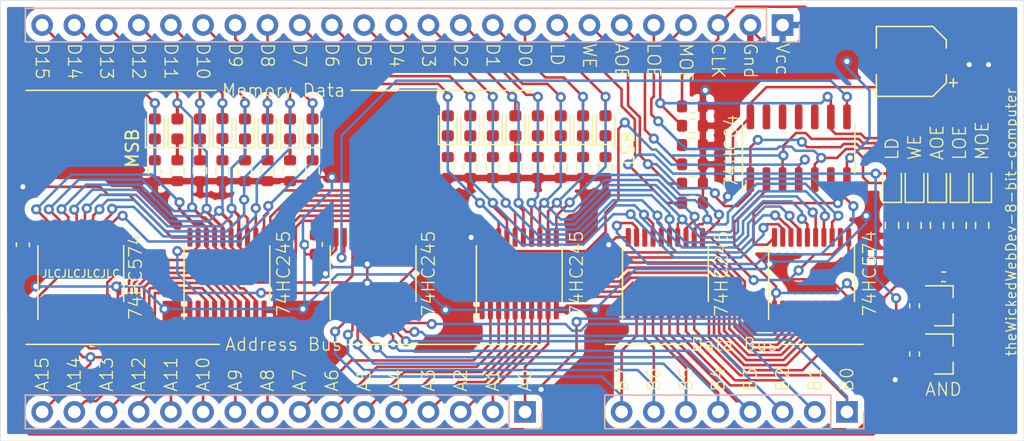
<source format=kicad_pcb>
(kicad_pcb (version 20171130) (host pcbnew "(5.1.10-1-10_14)")
  (layers (0 F.Cu signal) (31 B.Cu signal) (34 B.Paste user) (35 F.Paste user) (36 B.SilkS user) (37 F.SilkS user) (38 B.Mask user) (39 F.Mask user) (44 Edge.Cuts user))
  (net 0 "")
  (net 1 VCC)
  (net 2 GND)
  (net 3 /CLOCK)
  (net 4 "Net-(Q1-Pad2)")
  (net 5 "Net-(U10-Pad1)")
  (net 6 "Net-(U11-Pad1)")
  (net 7 "Net-(U13-Pad1)")
  (net 8 "Net-(U50-Pad1)")
  (net 9 "Net-(U52-Pad1)")
  (net 10 "Net-(U54-Pad1)")
  (net 11 /LOAD)
  (net 12 "Net-(Q1-Pad1)")
  (net 13 /~!LOAD)
  (net 14 "Net-(Q2-Pad2)")
  (net 15 "Net-(U12-Pad1)")
  (net 16 "Net-(U14-Pad1)")
  (net 17 "Net-(U16-Pad1)")
  (net 18 "Net-(U18-Pad1)")
  (net 19 "Net-(U20-Pad1)")
  (net 20 "Net-(U22-Pad1)")
  (net 21 "Net-(U24-Pad1)")
  (net 22 "Net-(U26-Pad1)")
  (net 23 "Net-(U28-Pad1)")
  (net 24 "Net-(U30-Pad1)")
  (net 25 "Net-(U32-Pad1)")
  (net 26 "Net-(U34-Pad1)")
  (net 27 "Net-(U45-Pad1)")
  (net 28 "Net-(U47-Pad1)")
  (net 29 /MD15)
  (net 30 /MD14)
  (net 31 /MD13)
  (net 32 /MD12)
  (net 33 /MD11)
  (net 34 /MD10)
  (net 35 /MD9)
  (net 36 /MD8)
  (net 37 /MD7)
  (net 38 /MD6)
  (net 39 /MD5)
  (net 40 /MD4)
  (net 41 /MD3)
  (net 42 /MD2)
  (net 43 /MD1)
  (net 44 /MD0)
  (net 45 "Net-(U3-Pad1)")
  (net 46 /ADDR_BUS_15)
  (net 47 /ADDR_BUS_14)
  (net 48 /ADDR_BUS_13)
  (net 49 /ADDR_BUS_12)
  (net 50 /ADDR_BUS_11)
  (net 51 /ADDR_BUS_10)
  (net 52 /ADDR_BUS_9)
  (net 53 /ADDR_BUS_8)
  (net 54 /ADDR_BUS_7)
  (net 55 /ADDR_BUS_6)
  (net 56 /ADDR_BUS_5)
  (net 57 /ADDR_BUS_4)
  (net 58 /ADDR_BUS_3)
  (net 59 /ADDR_BUS_2)
  (net 60 /ADDR_BUS_1)
  (net 61 /ADDR_BUS_0)
  (net 62 /DATA_BUS_7)
  (net 63 /DATA_BUS_6)
  (net 64 /DATA_BUS_5)
  (net 65 /DATA_BUS_4)
  (net 66 /DATA_BUS_3)
  (net 67 /DATA_BUS_2)
  (net 68 /DATA_BUS_1)
  (net 69 /DATA_BUS_0)
  (net 70 /~!WE)
  (net 71 /RAM_OE_MSB_DATA)
  (net 72 /~!RAM_OE_MSB_DATA)
  (net 73 /~!RAM_OE_LSB_DATA)
  (net 74 /RAM_OE_LSB_DATA)
  (net 75 /~!RAM_OE_ADDR)
  (net 76 /RAM_OE_ADDR)
  (net 77 /WE)
  (module Capacitor_SMD:C_0603_1608Metric (layer F.Cu) (at 314.452 27.673 270)
    (fp_text reference C' hide)
    (fp_text value 0603B103K500NT)
    (pad 2 smd roundrect (at 0.775 0 270) (size 0.9 0.95) (layers F.Cu F.Paste F.Mask) (net 2 GND))
    (pad 1 smd roundrect (at -0.775 0 270) (size 0.9 0.95) (layers F.Cu F.Paste F.Mask) (net 1 VCC))
  )
  (module Resistor_SMD:R_0603_1608Metric (layer F.Cu) (at 367.03 26.162 270)
    (fp_text reference U55 hide)
    (fp_text value 0603WAF1001T5E hide)
    (pad 2 smd roundrect (at 0.825 0 270) (size 0.8 0.95) (layers F.Cu F.Paste F.Mask) (net 2 GND))
    (pad 1 smd roundrect (at -0.825 0 270) (size 0.8 0.95) (layers F.Cu F.Paste F.Mask) (net 10 "Net-(U54-Pad1)"))
  )
  (module LED_SMD:LED_0603_1608Metric (layer F.Cu) (at 367.03 22.86 90)
    (fp_text reference U54 hide)
    (fp_text value 19-217_BHC-ZL1M2RY_3T hide)
    (pad 2 smd roundrect (at 0.7875 0 90) (size 0.875 0.95) (layers F.Cu F.Paste F.Mask) (net 71 /RAM_OE_MSB_DATA))
    (pad 1 smd roundrect (at -0.7875 0 90) (size 0.875 0.95) (layers F.Cu F.Paste F.Mask) (net 10 "Net-(U54-Pad1)"))
  )
  (module Resistor_SMD:R_0603_1608Metric (layer F.Cu) (at 365.252 26.162 270)
    (fp_text reference U53 hide)
    (fp_text value 0603WAF1001T5E hide)
    (pad 2 smd roundrect (at 0.825 0 270) (size 0.8 0.95) (layers F.Cu F.Paste F.Mask) (net 2 GND))
    (pad 1 smd roundrect (at -0.825 0 270) (size 0.8 0.95) (layers F.Cu F.Paste F.Mask) (net 9 "Net-(U52-Pad1)"))
  )
  (module LED_SMD:LED_0603_1608Metric (layer F.Cu) (at 365.252 22.86 90)
    (fp_text reference U52 hide)
    (fp_text value 19-217_BHC-ZL1M2RY_3T hide)
    (pad 2 smd roundrect (at 0.7875 0 90) (size 0.875 0.95) (layers F.Cu F.Paste F.Mask) (net 74 /RAM_OE_LSB_DATA))
    (pad 1 smd roundrect (at -0.7875 0 90) (size 0.875 0.95) (layers F.Cu F.Paste F.Mask) (net 9 "Net-(U52-Pad1)"))
  )
  (module Resistor_SMD:R_0603_1608Metric (layer F.Cu) (at 363.474 26.162 270)
    (fp_text reference U51 hide)
    (fp_text value 0603WAF1001T5E hide)
    (pad 2 smd roundrect (at 0.825 0 270) (size 0.8 0.95) (layers F.Cu F.Paste F.Mask) (net 2 GND))
    (pad 1 smd roundrect (at -0.825 0 270) (size 0.8 0.95) (layers F.Cu F.Paste F.Mask) (net 8 "Net-(U50-Pad1)"))
  )
  (module LED_SMD:LED_0603_1608Metric (layer F.Cu) (at 363.474 22.86 90)
    (fp_text reference U50 hide)
    (fp_text value 19-217_BHC-ZL1M2RY_3T hide)
    (pad 2 smd roundrect (at 0.7875 0 90) (size 0.875 0.95) (layers F.Cu F.Paste F.Mask) (net 76 /RAM_OE_ADDR))
    (pad 1 smd roundrect (at -0.7875 0 90) (size 0.875 0.95) (layers F.Cu F.Paste F.Mask) (net 8 "Net-(U50-Pad1)"))
  )
  (module Resistor_SMD:R_0603_1608Metric (layer F.Cu) (at 344.17 24.384)
    (fp_text reference U49 hide)
    (fp_text value 0603WAF1001T5E hide)
    (pad 2 smd roundrect (at 0.825 0) (size 0.8 0.95) (layers F.Cu F.Paste F.Mask) (net 2 GND))
    (pad 1 smd roundrect (at -0.825 0) (size 0.8 0.95) (layers F.Cu F.Paste F.Mask) (net 11 /LOAD))
  )
  (module Resistor_SMD:R_0603_1608Metric (layer F.Cu) (at 361.696 26.162 270)
    (fp_text reference U48 hide)
    (fp_text value 0603WAF1001T5E hide)
    (pad 2 smd roundrect (at 0.825 0 270) (size 0.8 0.95) (layers F.Cu F.Paste F.Mask) (net 2 GND))
    (pad 1 smd roundrect (at -0.825 0 270) (size 0.8 0.95) (layers F.Cu F.Paste F.Mask) (net 28 "Net-(U47-Pad1)"))
  )
  (module LED_SMD:LED_0603_1608Metric (layer F.Cu) (at 361.696 22.86 90)
    (fp_text reference U47 hide)
    (fp_text value 19-217_BHC-ZL1M2RY_3T hide)
    (pad 2 smd roundrect (at 0.7875 0 90) (size 0.875 0.95) (layers F.Cu F.Paste F.Mask) (net 77 /WE))
    (pad 1 smd roundrect (at -0.7875 0 90) (size 0.875 0.95) (layers F.Cu F.Paste F.Mask) (net 28 "Net-(U47-Pad1)"))
  )
  (module Resistor_SMD:R_0603_1608Metric (layer F.Cu) (at 359.918 26.162 270)
    (fp_text reference U46 hide)
    (fp_text value 0603WAF1001T5E hide)
    (pad 2 smd roundrect (at 0.825 0 270) (size 0.8 0.95) (layers F.Cu F.Paste F.Mask) (net 2 GND))
    (pad 1 smd roundrect (at -0.825 0 270) (size 0.8 0.95) (layers F.Cu F.Paste F.Mask) (net 27 "Net-(U45-Pad1)"))
  )
  (module LED_SMD:LED_0603_1608Metric (layer F.Cu) (at 359.918 22.86 90)
    (fp_text reference U45 hide)
    (fp_text value 19-217_BHC-ZL1M2RY_3T hide)
    (pad 2 smd roundrect (at 0.7875 0 90) (size 0.875 0.95) (layers F.Cu F.Paste F.Mask) (net 11 /LOAD))
    (pad 1 smd roundrect (at -0.7875 0 90) (size 0.875 0.95) (layers F.Cu F.Paste F.Mask) (net 27 "Net-(U45-Pad1)"))
  )
  (module Resistor_SMD:R_0603_1608Metric (layer F.Cu) (at 344.17 22.86)
    (fp_text reference U44 hide)
    (fp_text value 0603WAF1001T5E hide)
    (pad 2 smd roundrect (at 0.825 0) (size 0.8 0.95) (layers F.Cu F.Paste F.Mask) (net 2 GND))
    (pad 1 smd roundrect (at -0.825 0) (size 0.8 0.95) (layers F.Cu F.Paste F.Mask) (net 77 /WE))
  )
  (module Resistor_SMD:R_0603_1608Metric (layer F.Cu) (at 344.17 21.336)
    (fp_text reference U43 hide)
    (fp_text value 0603WAF1001T5E hide)
    (pad 2 smd roundrect (at 0.825 0) (size 0.8 0.95) (layers F.Cu F.Paste F.Mask) (net 2 GND))
    (pad 1 smd roundrect (at -0.825 0) (size 0.8 0.95) (layers F.Cu F.Paste F.Mask) (net 76 /RAM_OE_ADDR))
  )
  (module Resistor_SMD:R_0603_1608Metric (layer F.Cu) (at 344.17 18.288)
    (fp_text reference U7 hide)
    (fp_text value 0603WAF1001T5E hide)
    (pad 2 smd roundrect (at 0.825 0) (size 0.8 0.95) (layers F.Cu F.Paste F.Mask) (net 2 GND))
    (pad 1 smd roundrect (at -0.825 0) (size 0.8 0.95) (layers F.Cu F.Paste F.Mask) (net 71 /RAM_OE_MSB_DATA))
  )
  (module Resistor_SMD:R_0603_1608Metric (layer F.Cu) (at 344.17 19.812)
    (fp_text reference U6 hide)
    (fp_text value 0603WAF1001T5E hide)
    (pad 2 smd roundrect (at 0.825 0) (size 0.8 0.95) (layers F.Cu F.Paste F.Mask) (net 2 GND))
    (pad 1 smd roundrect (at -0.825 0) (size 0.8 0.95) (layers F.Cu F.Paste F.Mask) (net 74 /RAM_OE_LSB_DATA))
  )
  (module Resistor_SMD:R_0603_1608Metric (layer F.Cu) (at 344.17 16.764)
    (fp_text reference U5 hide)
    (fp_text value 0603WAF1001T5E hide)
    (pad 2 smd roundrect (at 0.825 0) (size 0.8 0.95) (layers F.Cu F.Paste F.Mask) (net 2 GND))
    (pad 1 smd roundrect (at -0.825 0) (size 0.8 0.95) (layers F.Cu F.Paste F.Mask) (net 3 /CLOCK))
  )
  (module Resistor_SMD:R_0402_1005Metric (layer F.Cu) (at 363.982 30.226 180)
    (fp_text reference R3 hide)
    (fp_text value 0402WGF3901TCE hide)
    (pad 2 smd roundrect (at 0.51 0 180) (size 0.54 0.64) (layers F.Cu F.Paste F.Mask) (net 13 /~!LOAD))
    (pad 1 smd roundrect (at -0.51 0 180) (size 0.54 0.64) (layers F.Cu F.Paste F.Mask) (net 2 GND))
  )
  (module Resistor_SMD:R_0402_1005Metric (layer F.Cu) (at 361.696 32.512 270)
    (fp_text reference R2 hide)
    (fp_text value 0603WAF1002T5E hide)
    (pad 2 smd roundrect (at 0.51 0 270) (size 0.54 0.64) (layers F.Cu F.Paste F.Mask) (net 14 "Net-(Q2-Pad2)"))
    (pad 1 smd roundrect (at -0.51 0 270) (size 0.54 0.64) (layers F.Cu F.Paste F.Mask) (net 3 /CLOCK))
  )
  (module Resistor_SMD:R_0402_1005Metric (layer F.Cu) (at 361.696 36.322 270)
    (fp_text reference R1 hide)
    (fp_text value 0603WAF1002T5E hide)
    (pad 2 smd roundrect (at 0.51 0 270) (size 0.54 0.64) (layers F.Cu F.Paste F.Mask) (net 4 "Net-(Q1-Pad2)"))
    (pad 1 smd roundrect (at -0.51 0 270) (size 0.54 0.64) (layers F.Cu F.Paste F.Mask) (net 11 /LOAD))
  )
  (module Package_TO_SOT_SMD:SOT-23 (layer F.Cu) (at 363.982 32.512)
    (fp_text reference Q2 hide)
    (fp_text value 2N3904S-RTK_PS hide)
    (pad 3 smd rect (at 1 0) (size 0.9 0.8) (layers F.Cu F.Paste F.Mask) (net 12 "Net-(Q1-Pad1)"))
    (pad 2 smd rect (at -1 0.95) (size 0.9 0.8) (layers F.Cu F.Paste F.Mask) (net 14 "Net-(Q2-Pad2)"))
    (pad 1 smd rect (at -1 -0.95) (size 0.9 0.8) (layers F.Cu F.Paste F.Mask) (net 13 /~!LOAD))
  )
  (module Package_TO_SOT_SMD:SOT-23 (layer F.Cu) (at 363.982 36.322)
    (fp_text reference Q1 hide)
    (fp_text value 2N3904S-RTK_PS hide)
    (pad 3 smd rect (at 1 0) (size 0.9 0.8) (layers F.Cu F.Paste F.Mask) (net 1 VCC))
    (pad 2 smd rect (at -1 0.95) (size 0.9 0.8) (layers F.Cu F.Paste F.Mask) (net 4 "Net-(Q1-Pad2)"))
    (pad 1 smd rect (at -1 -0.95) (size 0.9 0.8) (layers F.Cu F.Paste F.Mask) (net 12 "Net-(Q1-Pad1)"))
  )
  (module Connector_PinHeader_2.54mm:PinHeader_1x24_P2.54mm_Vertical (layer B.Cu) (at 351.282 10.336 90)
    (fp_text reference J2 hide)
    (fp_text value Conn_01x24 hide)
    (pad 24 thru_hole oval (at 0 -58.42 90) (size 1.7 1.7) (drill 1) (layers *.Cu *.Mask) (net 29 /MD15))
    (pad 23 thru_hole oval (at 0 -55.88 90) (size 1.7 1.7) (drill 1) (layers *.Cu *.Mask) (net 30 /MD14))
    (pad 22 thru_hole oval (at 0 -53.34 90) (size 1.7 1.7) (drill 1) (layers *.Cu *.Mask) (net 31 /MD13))
    (pad 21 thru_hole oval (at 0 -50.8 90) (size 1.7 1.7) (drill 1) (layers *.Cu *.Mask) (net 32 /MD12))
    (pad 20 thru_hole oval (at 0 -48.26 90) (size 1.7 1.7) (drill 1) (layers *.Cu *.Mask) (net 33 /MD11))
    (pad 19 thru_hole oval (at 0 -45.72 90) (size 1.7 1.7) (drill 1) (layers *.Cu *.Mask) (net 34 /MD10))
    (pad 18 thru_hole oval (at 0 -43.18 90) (size 1.7 1.7) (drill 1) (layers *.Cu *.Mask) (net 35 /MD9))
    (pad 17 thru_hole oval (at 0 -40.64 90) (size 1.7 1.7) (drill 1) (layers *.Cu *.Mask) (net 36 /MD8))
    (pad 16 thru_hole oval (at 0 -38.1 90) (size 1.7 1.7) (drill 1) (layers *.Cu *.Mask) (net 37 /MD7))
    (pad 15 thru_hole oval (at 0 -35.56 90) (size 1.7 1.7) (drill 1) (layers *.Cu *.Mask) (net 38 /MD6))
    (pad 14 thru_hole oval (at 0 -33.02 90) (size 1.7 1.7) (drill 1) (layers *.Cu *.Mask) (net 39 /MD5))
    (pad 13 thru_hole oval (at 0 -30.48 90) (size 1.7 1.7) (drill 1) (layers *.Cu *.Mask) (net 40 /MD4))
    (pad 12 thru_hole oval (at 0 -27.94 90) (size 1.7 1.7) (drill 1) (layers *.Cu *.Mask) (net 41 /MD3))
    (pad 11 thru_hole oval (at 0 -25.4 90) (size 1.7 1.7) (drill 1) (layers *.Cu *.Mask) (net 42 /MD2))
    (pad 10 thru_hole oval (at 0 -22.86 90) (size 1.7 1.7) (drill 1) (layers *.Cu *.Mask) (net 43 /MD1))
    (pad 9 thru_hole oval (at 0 -20.32 90) (size 1.7 1.7) (drill 1) (layers *.Cu *.Mask) (net 44 /MD0))
    (pad 8 thru_hole oval (at 0 -17.78 90) (size 1.7 1.7) (drill 1) (layers *.Cu *.Mask) (net 11 /LOAD))
    (pad 7 thru_hole oval (at 0 -15.24 90) (size 1.7 1.7) (drill 1) (layers *.Cu *.Mask) (net 77 /WE))
    (pad 6 thru_hole oval (at 0 -12.7 90) (size 1.7 1.7) (drill 1) (layers *.Cu *.Mask) (net 76 /RAM_OE_ADDR))
    (pad 5 thru_hole oval (at 0 -10.16 90) (size 1.7 1.7) (drill 1) (layers *.Cu *.Mask) (net 74 /RAM_OE_LSB_DATA))
    (pad 4 thru_hole oval (at 0 -7.62 90) (size 1.7 1.7) (drill 1) (layers *.Cu *.Mask) (net 71 /RAM_OE_MSB_DATA))
    (pad 3 thru_hole oval (at 0 -5.08 90) (size 1.7 1.7) (drill 1) (layers *.Cu *.Mask) (net 3 /CLOCK))
    (pad 2 thru_hole oval (at 0 -2.54 90) (size 1.7 1.7) (drill 1) (layers *.Cu *.Mask) (net 2 GND))
    (pad 1 thru_hole rect (at 0 0 90) (size 1.7 1.7) (drill 1) (layers *.Cu *.Mask) (net 1 VCC))
  )
  (module Connector_PinHeader_2.54mm:PinHeader_1x16_P2.54mm_Vertical (layer B.Cu) (at 330.962 40.894 90)
    (fp_text reference J1 hide)
    (fp_text value Conn_01x16 hide)
    (pad 16 thru_hole oval (at 0 -38.1 90) (size 1.7 1.7) (drill 1) (layers *.Cu *.Mask) (net 46 /ADDR_BUS_15))
    (pad 15 thru_hole oval (at 0 -35.56 90) (size 1.7 1.7) (drill 1) (layers *.Cu *.Mask) (net 47 /ADDR_BUS_14))
    (pad 14 thru_hole oval (at 0 -33.02 90) (size 1.7 1.7) (drill 1) (layers *.Cu *.Mask) (net 48 /ADDR_BUS_13))
    (pad 13 thru_hole oval (at 0 -30.48 90) (size 1.7 1.7) (drill 1) (layers *.Cu *.Mask) (net 49 /ADDR_BUS_12))
    (pad 12 thru_hole oval (at 0 -27.94 90) (size 1.7 1.7) (drill 1) (layers *.Cu *.Mask) (net 50 /ADDR_BUS_11))
    (pad 11 thru_hole oval (at 0 -25.4 90) (size 1.7 1.7) (drill 1) (layers *.Cu *.Mask) (net 51 /ADDR_BUS_10))
    (pad 10 thru_hole oval (at 0 -22.86 90) (size 1.7 1.7) (drill 1) (layers *.Cu *.Mask) (net 52 /ADDR_BUS_9))
    (pad 9 thru_hole oval (at 0 -20.32 90) (size 1.7 1.7) (drill 1) (layers *.Cu *.Mask) (net 53 /ADDR_BUS_8))
    (pad 8 thru_hole oval (at 0 -17.78 90) (size 1.7 1.7) (drill 1) (layers *.Cu *.Mask) (net 54 /ADDR_BUS_7))
    (pad 7 thru_hole oval (at 0 -15.24 90) (size 1.7 1.7) (drill 1) (layers *.Cu *.Mask) (net 55 /ADDR_BUS_6))
    (pad 6 thru_hole oval (at 0 -12.7 90) (size 1.7 1.7) (drill 1) (layers *.Cu *.Mask) (net 56 /ADDR_BUS_5))
    (pad 5 thru_hole oval (at 0 -10.16 90) (size 1.7 1.7) (drill 1) (layers *.Cu *.Mask) (net 57 /ADDR_BUS_4))
    (pad 4 thru_hole oval (at 0 -7.62 90) (size 1.7 1.7) (drill 1) (layers *.Cu *.Mask) (net 58 /ADDR_BUS_3))
    (pad 3 thru_hole oval (at 0 -5.08 90) (size 1.7 1.7) (drill 1) (layers *.Cu *.Mask) (net 59 /ADDR_BUS_2))
    (pad 2 thru_hole oval (at 0 -2.54 90) (size 1.7 1.7) (drill 1) (layers *.Cu *.Mask) (net 60 /ADDR_BUS_1))
    (pad 1 thru_hole rect (at 0 0 90) (size 1.7 1.7) (drill 1) (layers *.Cu *.Mask) (net 61 /ADDR_BUS_0))
  )
  (module Package_SO:TSSOP-20_4.4x6.5mm_P0.65mm (layer F.Cu) (at 342.0364 29.972 90)
    (fp_text reference U42 hide)
    (fp_text value 74HC245PW,118 hide)
    (pad 20 smd roundrect (at 2.8625 -2.925 90) (size 1.475 0.4) (layers F.Cu F.Paste F.Mask) (net 1 VCC))
    (pad 19 smd roundrect (at 2.8625 -2.275 90) (size 1.475 0.4) (layers F.Cu F.Paste F.Mask) (net 73 /~!RAM_OE_LSB_DATA))
    (pad 18 smd roundrect (at 2.8625 -1.625 90) (size 1.475 0.4) (layers F.Cu F.Paste F.Mask) (net 37 /MD7))
    (pad 17 smd roundrect (at 2.8625 -0.975 90) (size 1.475 0.4) (layers F.Cu F.Paste F.Mask) (net 38 /MD6))
    (pad 16 smd roundrect (at 2.8625 -0.325 90) (size 1.475 0.4) (layers F.Cu F.Paste F.Mask) (net 39 /MD5))
    (pad 15 smd roundrect (at 2.8625 0.325 90) (size 1.475 0.4) (layers F.Cu F.Paste F.Mask) (net 40 /MD4))
    (pad 14 smd roundrect (at 2.8625 0.975 90) (size 1.475 0.4) (layers F.Cu F.Paste F.Mask) (net 41 /MD3))
    (pad 13 smd roundrect (at 2.8625 1.625 90) (size 1.475 0.4) (layers F.Cu F.Paste F.Mask) (net 42 /MD2))
    (pad 12 smd roundrect (at 2.8625 2.275 90) (size 1.475 0.4) (layers F.Cu F.Paste F.Mask) (net 43 /MD1))
    (pad 11 smd roundrect (at 2.8625 2.925 90) (size 1.475 0.4) (layers F.Cu F.Paste F.Mask) (net 44 /MD0))
    (pad 10 smd roundrect (at -2.8625 2.925 90) (size 1.475 0.4) (layers F.Cu F.Paste F.Mask) (net 2 GND))
    (pad 9 smd roundrect (at -2.8625 2.275 90) (size 1.475 0.4) (layers F.Cu F.Paste F.Mask) (net 69 /DATA_BUS_0))
    (pad 8 smd roundrect (at -2.8625 1.625 90) (size 1.475 0.4) (layers F.Cu F.Paste F.Mask) (net 68 /DATA_BUS_1))
    (pad 7 smd roundrect (at -2.8625 0.975 90) (size 1.475 0.4) (layers F.Cu F.Paste F.Mask) (net 67 /DATA_BUS_2))
    (pad 6 smd roundrect (at -2.8625 0.325 90) (size 1.475 0.4) (layers F.Cu F.Paste F.Mask) (net 66 /DATA_BUS_3))
    (pad 5 smd roundrect (at -2.8625 -0.325 90) (size 1.475 0.4) (layers F.Cu F.Paste F.Mask) (net 65 /DATA_BUS_4))
    (pad 4 smd roundrect (at -2.8625 -0.975 90) (size 1.475 0.4) (layers F.Cu F.Paste F.Mask) (net 64 /DATA_BUS_5))
    (pad 3 smd roundrect (at -2.8625 -1.625 90) (size 1.475 0.4) (layers F.Cu F.Paste F.Mask) (net 63 /DATA_BUS_6))
    (pad 2 smd roundrect (at -2.8625 -2.275 90) (size 1.475 0.4) (layers F.Cu F.Paste F.Mask) (net 62 /DATA_BUS_7))
    (pad 1 smd roundrect (at -2.8625 -2.925 90) (size 1.475 0.4) (layers F.Cu F.Paste F.Mask) (net 2 GND))
  )
  (module Package_SO:TSSOP-20_4.4x6.5mm_P0.65mm (layer F.Cu) (at 330.5048 29.972 90)
    (fp_text reference U41 hide)
    (fp_text value 74HC245PW,118 hide)
    (pad 20 smd roundrect (at 2.8625 -2.925 90) (size 1.475 0.4) (layers F.Cu F.Paste F.Mask) (net 1 VCC))
    (pad 19 smd roundrect (at 2.8625 -2.275 90) (size 1.475 0.4) (layers F.Cu F.Paste F.Mask) (net 75 /~!RAM_OE_ADDR))
    (pad 18 smd roundrect (at 2.8625 -1.625 90) (size 1.475 0.4) (layers F.Cu F.Paste F.Mask) (net 37 /MD7))
    (pad 17 smd roundrect (at 2.8625 -0.975 90) (size 1.475 0.4) (layers F.Cu F.Paste F.Mask) (net 38 /MD6))
    (pad 16 smd roundrect (at 2.8625 -0.325 90) (size 1.475 0.4) (layers F.Cu F.Paste F.Mask) (net 39 /MD5))
    (pad 15 smd roundrect (at 2.8625 0.325 90) (size 1.475 0.4) (layers F.Cu F.Paste F.Mask) (net 40 /MD4))
    (pad 14 smd roundrect (at 2.8625 0.975 90) (size 1.475 0.4) (layers F.Cu F.Paste F.Mask) (net 41 /MD3))
    (pad 13 smd roundrect (at 2.8625 1.625 90) (size 1.475 0.4) (layers F.Cu F.Paste F.Mask) (net 42 /MD2))
    (pad 12 smd roundrect (at 2.8625 2.275 90) (size 1.475 0.4) (layers F.Cu F.Paste F.Mask) (net 43 /MD1))
    (pad 11 smd roundrect (at 2.8625 2.925 90) (size 1.475 0.4) (layers F.Cu F.Paste F.Mask) (net 44 /MD0))
    (pad 10 smd roundrect (at -2.8625 2.925 90) (size 1.475 0.4) (layers F.Cu F.Paste F.Mask) (net 2 GND))
    (pad 9 smd roundrect (at -2.8625 2.275 90) (size 1.475 0.4) (layers F.Cu F.Paste F.Mask) (net 61 /ADDR_BUS_0))
    (pad 8 smd roundrect (at -2.8625 1.625 90) (size 1.475 0.4) (layers F.Cu F.Paste F.Mask) (net 60 /ADDR_BUS_1))
    (pad 7 smd roundrect (at -2.8625 0.975 90) (size 1.475 0.4) (layers F.Cu F.Paste F.Mask) (net 59 /ADDR_BUS_2))
    (pad 6 smd roundrect (at -2.8625 0.325 90) (size 1.475 0.4) (layers F.Cu F.Paste F.Mask) (net 58 /ADDR_BUS_3))
    (pad 5 smd roundrect (at -2.8625 -0.325 90) (size 1.475 0.4) (layers F.Cu F.Paste F.Mask) (net 57 /ADDR_BUS_4))
    (pad 4 smd roundrect (at -2.8625 -0.975 90) (size 1.475 0.4) (layers F.Cu F.Paste F.Mask) (net 56 /ADDR_BUS_5))
    (pad 3 smd roundrect (at -2.8625 -1.625 90) (size 1.475 0.4) (layers F.Cu F.Paste F.Mask) (net 55 /ADDR_BUS_6))
    (pad 2 smd roundrect (at -2.8625 -2.275 90) (size 1.475 0.4) (layers F.Cu F.Paste F.Mask) (net 54 /ADDR_BUS_7))
    (pad 1 smd roundrect (at -2.8625 -2.925 90) (size 1.475 0.4) (layers F.Cu F.Paste F.Mask) (net 2 GND))
  )
  (module Package_SO:TSSOP-20_4.4x6.5mm_P0.65mm (layer F.Cu) (at 318.9732 29.972 90)
    (fp_text reference U40 hide)
    (fp_text value 74HC245PW,118 hide)
    (pad 20 smd roundrect (at 2.8625 -2.925 90) (size 1.475 0.4) (layers F.Cu F.Paste F.Mask) (net 1 VCC))
    (pad 19 smd roundrect (at 2.8625 -2.275 90) (size 1.475 0.4) (layers F.Cu F.Paste F.Mask) (net 72 /~!RAM_OE_MSB_DATA))
    (pad 18 smd roundrect (at 2.8625 -1.625 90) (size 1.475 0.4) (layers F.Cu F.Paste F.Mask) (net 29 /MD15))
    (pad 17 smd roundrect (at 2.8625 -0.975 90) (size 1.475 0.4) (layers F.Cu F.Paste F.Mask) (net 30 /MD14))
    (pad 16 smd roundrect (at 2.8625 -0.325 90) (size 1.475 0.4) (layers F.Cu F.Paste F.Mask) (net 31 /MD13))
    (pad 15 smd roundrect (at 2.8625 0.325 90) (size 1.475 0.4) (layers F.Cu F.Paste F.Mask) (net 32 /MD12))
    (pad 14 smd roundrect (at 2.8625 0.975 90) (size 1.475 0.4) (layers F.Cu F.Paste F.Mask) (net 33 /MD11))
    (pad 13 smd roundrect (at 2.8625 1.625 90) (size 1.475 0.4) (layers F.Cu F.Paste F.Mask) (net 34 /MD10))
    (pad 12 smd roundrect (at 2.8625 2.275 90) (size 1.475 0.4) (layers F.Cu F.Paste F.Mask) (net 35 /MD9))
    (pad 11 smd roundrect (at 2.8625 2.925 90) (size 1.475 0.4) (layers F.Cu F.Paste F.Mask) (net 36 /MD8))
    (pad 10 smd roundrect (at -2.8625 2.925 90) (size 1.475 0.4) (layers F.Cu F.Paste F.Mask) (net 2 GND))
    (pad 9 smd roundrect (at -2.8625 2.275 90) (size 1.475 0.4) (layers F.Cu F.Paste F.Mask) (net 69 /DATA_BUS_0))
    (pad 8 smd roundrect (at -2.8625 1.625 90) (size 1.475 0.4) (layers F.Cu F.Paste F.Mask) (net 68 /DATA_BUS_1))
    (pad 7 smd roundrect (at -2.8625 0.975 90) (size 1.475 0.4) (layers F.Cu F.Paste F.Mask) (net 67 /DATA_BUS_2))
    (pad 6 smd roundrect (at -2.8625 0.325 90) (size 1.475 0.4) (layers F.Cu F.Paste F.Mask) (net 66 /DATA_BUS_3))
    (pad 5 smd roundrect (at -2.8625 -0.325 90) (size 1.475 0.4) (layers F.Cu F.Paste F.Mask) (net 65 /DATA_BUS_4))
    (pad 4 smd roundrect (at -2.8625 -0.975 90) (size 1.475 0.4) (layers F.Cu F.Paste F.Mask) (net 64 /DATA_BUS_5))
    (pad 3 smd roundrect (at -2.8625 -1.625 90) (size 1.475 0.4) (layers F.Cu F.Paste F.Mask) (net 63 /DATA_BUS_6))
    (pad 2 smd roundrect (at -2.8625 -2.275 90) (size 1.475 0.4) (layers F.Cu F.Paste F.Mask) (net 62 /DATA_BUS_7))
    (pad 1 smd roundrect (at -2.8625 -2.925 90) (size 1.475 0.4) (layers F.Cu F.Paste F.Mask) (net 2 GND))
  )
  (module Package_SO:TSSOP-20_4.4x6.5mm_P0.65mm (layer F.Cu) (at 307.4416 29.972 90)
    (fp_text reference U38 hide)
    (fp_text value 74HC245PW,118 hide)
    (pad 20 smd roundrect (at 2.8625 -2.925 90) (size 1.475 0.4) (layers F.Cu F.Paste F.Mask) (net 1 VCC))
    (pad 19 smd roundrect (at 2.8625 -2.275 90) (size 1.475 0.4) (layers F.Cu F.Paste F.Mask) (net 75 /~!RAM_OE_ADDR))
    (pad 18 smd roundrect (at 2.8625 -1.625 90) (size 1.475 0.4) (layers F.Cu F.Paste F.Mask) (net 29 /MD15))
    (pad 17 smd roundrect (at 2.8625 -0.975 90) (size 1.475 0.4) (layers F.Cu F.Paste F.Mask) (net 30 /MD14))
    (pad 16 smd roundrect (at 2.8625 -0.325 90) (size 1.475 0.4) (layers F.Cu F.Paste F.Mask) (net 31 /MD13))
    (pad 15 smd roundrect (at 2.8625 0.325 90) (size 1.475 0.4) (layers F.Cu F.Paste F.Mask) (net 32 /MD12))
    (pad 14 smd roundrect (at 2.8625 0.975 90) (size 1.475 0.4) (layers F.Cu F.Paste F.Mask) (net 33 /MD11))
    (pad 13 smd roundrect (at 2.8625 1.625 90) (size 1.475 0.4) (layers F.Cu F.Paste F.Mask) (net 34 /MD10))
    (pad 12 smd roundrect (at 2.8625 2.275 90) (size 1.475 0.4) (layers F.Cu F.Paste F.Mask) (net 35 /MD9))
    (pad 11 smd roundrect (at 2.8625 2.925 90) (size 1.475 0.4) (layers F.Cu F.Paste F.Mask) (net 36 /MD8))
    (pad 10 smd roundrect (at -2.8625 2.925 90) (size 1.475 0.4) (layers F.Cu F.Paste F.Mask) (net 2 GND))
    (pad 9 smd roundrect (at -2.8625 2.275 90) (size 1.475 0.4) (layers F.Cu F.Paste F.Mask) (net 53 /ADDR_BUS_8))
    (pad 8 smd roundrect (at -2.8625 1.625 90) (size 1.475 0.4) (layers F.Cu F.Paste F.Mask) (net 52 /ADDR_BUS_9))
    (pad 7 smd roundrect (at -2.8625 0.975 90) (size 1.475 0.4) (layers F.Cu F.Paste F.Mask) (net 51 /ADDR_BUS_10))
    (pad 6 smd roundrect (at -2.8625 0.325 90) (size 1.475 0.4) (layers F.Cu F.Paste F.Mask) (net 50 /ADDR_BUS_11))
    (pad 5 smd roundrect (at -2.8625 -0.325 90) (size 1.475 0.4) (layers F.Cu F.Paste F.Mask) (net 49 /ADDR_BUS_12))
    (pad 4 smd roundrect (at -2.8625 -0.975 90) (size 1.475 0.4) (layers F.Cu F.Paste F.Mask) (net 48 /ADDR_BUS_13))
    (pad 3 smd roundrect (at -2.8625 -1.625 90) (size 1.475 0.4) (layers F.Cu F.Paste F.Mask) (net 47 /ADDR_BUS_14))
    (pad 2 smd roundrect (at -2.8625 -2.275 90) (size 1.475 0.4) (layers F.Cu F.Paste F.Mask) (net 46 /ADDR_BUS_15))
    (pad 1 smd roundrect (at -2.8625 -2.925 90) (size 1.475 0.4) (layers F.Cu F.Paste F.Mask) (net 2 GND))
  )
  (module Package_SO:SOIC-14_3.9x8.7mm_P1.27mm (layer F.Cu) (at 352.552 20.066 90)
    (fp_text reference U36 hide)
    (fp_text value 74HC04D,653 hide)
    (pad 14 smd roundrect (at 2.475 -3.81 90) (size 1.95 0.6) (layers F.Cu F.Paste F.Mask) (net 1 VCC))
    (pad 13 smd roundrect (at 2.475 -2.54 90) (size 1.95 0.6) (layers F.Cu F.Paste F.Mask))
    (pad 12 smd roundrect (at 2.475 -1.27 90) (size 1.95 0.6) (layers F.Cu F.Paste F.Mask))
    (pad 11 smd roundrect (at 2.475 0 90) (size 1.95 0.6) (layers F.Cu F.Paste F.Mask))
    (pad 10 smd roundrect (at 2.475 1.27 90) (size 1.95 0.6) (layers F.Cu F.Paste F.Mask))
    (pad 9 smd roundrect (at 2.475 2.54 90) (size 1.95 0.6) (layers F.Cu F.Paste F.Mask) (net 71 /RAM_OE_MSB_DATA))
    (pad 8 smd roundrect (at 2.475 3.81 90) (size 1.95 0.6) (layers F.Cu F.Paste F.Mask) (net 72 /~!RAM_OE_MSB_DATA))
    (pad 7 smd roundrect (at -2.475 3.81 90) (size 1.95 0.6) (layers F.Cu F.Paste F.Mask) (net 2 GND))
    (pad 6 smd roundrect (at -2.475 2.54 90) (size 1.95 0.6) (layers F.Cu F.Paste F.Mask) (net 73 /~!RAM_OE_LSB_DATA))
    (pad 5 smd roundrect (at -2.475 1.27 90) (size 1.95 0.6) (layers F.Cu F.Paste F.Mask) (net 74 /RAM_OE_LSB_DATA))
    (pad 4 smd roundrect (at -2.475 0 90) (size 1.95 0.6) (layers F.Cu F.Paste F.Mask) (net 75 /~!RAM_OE_ADDR))
    (pad 3 smd roundrect (at -2.475 -1.27 90) (size 1.95 0.6) (layers F.Cu F.Paste F.Mask) (net 76 /RAM_OE_ADDR))
    (pad 2 smd roundrect (at -2.475 -2.54 90) (size 1.95 0.6) (layers F.Cu F.Paste F.Mask) (net 70 /~!WE))
    (pad 1 smd roundrect (at -2.475 -3.81 90) (size 1.95 0.6) (layers F.Cu F.Paste F.Mask) (net 77 /WE))
  )
  (module Connector_PinHeader_2.54mm:PinHeader_1x08_P2.54mm_Vertical (layer B.Cu) (at 356.362 40.894 90)
    (fp_text reference J3 hide)
    (fp_text value Conn_01x08 hide)
    (pad 8 thru_hole oval (at 0 -17.78 90) (size 1.7 1.7) (drill 1) (layers *.Cu *.Mask) (net 62 /DATA_BUS_7))
    (pad 7 thru_hole oval (at 0 -15.24 90) (size 1.7 1.7) (drill 1) (layers *.Cu *.Mask) (net 63 /DATA_BUS_6))
    (pad 6 thru_hole oval (at 0 -12.7 90) (size 1.7 1.7) (drill 1) (layers *.Cu *.Mask) (net 64 /DATA_BUS_5))
    (pad 5 thru_hole oval (at 0 -10.16 90) (size 1.7 1.7) (drill 1) (layers *.Cu *.Mask) (net 65 /DATA_BUS_4))
    (pad 4 thru_hole oval (at 0 -7.62 90) (size 1.7 1.7) (drill 1) (layers *.Cu *.Mask) (net 66 /DATA_BUS_3))
    (pad 3 thru_hole oval (at 0 -5.08 90) (size 1.7 1.7) (drill 1) (layers *.Cu *.Mask) (net 67 /DATA_BUS_2))
    (pad 2 thru_hole oval (at 0 -2.54 90) (size 1.7 1.7) (drill 1) (layers *.Cu *.Mask) (net 68 /DATA_BUS_1))
    (pad 1 thru_hole rect (at 0 0 90) (size 1.7 1.7) (drill 1) (layers *.Cu *.Mask) (net 69 /DATA_BUS_0))
  )
  (module LED_SMD:LED_0603_1608Metric (layer F.Cu) (at 337.312 18.288 90)
    (fp_text reference U34 hide)
    (fp_text value 19-217_GHC-YR1S2_3T hide)
    (pad 2 smd roundrect (at 0.7875 0 90) (size 0.875 0.95) (layers F.Cu F.Paste F.Mask) (net 44 /MD0))
    (pad 1 smd roundrect (at -0.7875 0 90) (size 0.875 0.95) (layers F.Cu F.Paste F.Mask) (net 26 "Net-(U34-Pad1)"))
  )
  (module LED_SMD:LED_0603_1608Metric (layer F.Cu) (at 335.534 18.288 90)
    (fp_text reference U32 hide)
    (fp_text value 19-217_GHC-YR1S2_3T hide)
    (pad 2 smd roundrect (at 0.7875 0 90) (size 0.875 0.95) (layers F.Cu F.Paste F.Mask) (net 43 /MD1))
    (pad 1 smd roundrect (at -0.7875 0 90) (size 0.875 0.95) (layers F.Cu F.Paste F.Mask) (net 25 "Net-(U32-Pad1)"))
  )
  (module LED_SMD:LED_0603_1608Metric (layer F.Cu) (at 333.7815 18.288 90)
    (fp_text reference U30 hide)
    (fp_text value 19-217_GHC-YR1S2_3T hide)
    (pad 2 smd roundrect (at 0.7875 0 90) (size 0.875 0.95) (layers F.Cu F.Paste F.Mask) (net 42 /MD2))
    (pad 1 smd roundrect (at -0.7875 0 90) (size 0.875 0.95) (layers F.Cu F.Paste F.Mask) (net 24 "Net-(U30-Pad1)"))
  )
  (module LED_SMD:LED_0603_1608Metric (layer F.Cu) (at 331.978 18.288 90)
    (fp_text reference U28 hide)
    (fp_text value 19-217_GHC-YR1S2_3T hide)
    (pad 2 smd roundrect (at 0.7875 0 90) (size 0.875 0.95) (layers F.Cu F.Paste F.Mask) (net 41 /MD3))
    (pad 1 smd roundrect (at -0.7875 0 90) (size 0.875 0.95) (layers F.Cu F.Paste F.Mask) (net 23 "Net-(U28-Pad1)"))
  )
  (module LED_SMD:LED_0603_1608Metric (layer F.Cu) (at 330.2 18.288 90)
    (fp_text reference U26 hide)
    (fp_text value 19-217_GHC-YR1S2_3T hide)
    (pad 2 smd roundrect (at 0.7875 0 90) (size 0.875 0.95) (layers F.Cu F.Paste F.Mask) (net 40 /MD4))
    (pad 1 smd roundrect (at -0.7875 0 90) (size 0.875 0.95) (layers F.Cu F.Paste F.Mask) (net 22 "Net-(U26-Pad1)"))
  )
  (module LED_SMD:LED_0603_1608Metric (layer F.Cu) (at 328.422 18.288 90)
    (fp_text reference U24 hide)
    (fp_text value 19-217_GHC-YR1S2_3T hide)
    (pad 2 smd roundrect (at 0.7875 0 90) (size 0.875 0.95) (layers F.Cu F.Paste F.Mask) (net 39 /MD5))
    (pad 1 smd roundrect (at -0.7875 0 90) (size 0.875 0.95) (layers F.Cu F.Paste F.Mask) (net 21 "Net-(U24-Pad1)"))
  )
  (module LED_SMD:LED_0603_1608Metric (layer F.Cu) (at 326.644 18.288 90)
    (fp_text reference U22 hide)
    (fp_text value 19-217_GHC-YR1S2_3T hide)
    (pad 2 smd roundrect (at 0.7875 0 90) (size 0.875 0.95) (layers F.Cu F.Paste F.Mask) (net 38 /MD6))
    (pad 1 smd roundrect (at -0.7875 0 90) (size 0.875 0.95) (layers F.Cu F.Paste F.Mask) (net 20 "Net-(U22-Pad1)"))
  )
  (module LED_SMD:LED_0603_1608Metric (layer F.Cu) (at 324.866 18.288 90)
    (fp_text reference U20 hide)
    (fp_text value 19-217_GHC-YR1S2_3T hide)
    (pad 2 smd roundrect (at 0.7875 0 90) (size 0.875 0.95) (layers F.Cu F.Paste F.Mask) (net 37 /MD7))
    (pad 1 smd roundrect (at -0.7875 0 90) (size 0.875 0.95) (layers F.Cu F.Paste F.Mask) (net 19 "Net-(U20-Pad1)"))
  )
  (module LED_SMD:LED_0603_1608Metric (layer F.Cu) (at 314.198 18.542 90)
    (fp_text reference U18 hide)
    (fp_text value 19-217_BHC-ZL1M2RY_3T hide)
    (pad 2 smd roundrect (at 0.7875 0 90) (size 0.875 0.95) (layers F.Cu F.Paste F.Mask) (net 36 /MD8))
    (pad 1 smd roundrect (at -0.7875 0 90) (size 0.875 0.95) (layers F.Cu F.Paste F.Mask) (net 18 "Net-(U18-Pad1)"))
  )
  (module LED_SMD:LED_0603_1608Metric (layer F.Cu) (at 312.42 18.542 90)
    (fp_text reference U16 hide)
    (fp_text value 19-217_BHC-ZL1M2RY_3T hide)
    (pad 2 smd roundrect (at 0.7875 0 90) (size 0.875 0.95) (layers F.Cu F.Paste F.Mask) (net 35 /MD9))
    (pad 1 smd roundrect (at -0.7875 0 90) (size 0.875 0.95) (layers F.Cu F.Paste F.Mask) (net 17 "Net-(U16-Pad1)"))
  )
  (module LED_SMD:LED_0603_1608Metric (layer F.Cu) (at 310.642 18.542 90)
    (fp_text reference U14 hide)
    (fp_text value 19-217_BHC-ZL1M2RY_3T hide)
    (pad 2 smd roundrect (at 0.7875 0 90) (size 0.875 0.95) (layers F.Cu F.Paste F.Mask) (net 34 /MD10))
    (pad 1 smd roundrect (at -0.7875 0 90) (size 0.875 0.95) (layers F.Cu F.Paste F.Mask) (net 16 "Net-(U14-Pad1)"))
  )
  (module LED_SMD:LED_0603_1608Metric (layer F.Cu) (at 308.864 18.542 90)
    (fp_text reference U12 hide)
    (fp_text value 19-217_BHC-ZL1M2RY_3T hide)
    (pad 2 smd roundrect (at 0.7875 0 90) (size 0.875 0.95) (layers F.Cu F.Paste F.Mask) (net 33 /MD11))
    (pad 1 smd roundrect (at -0.7875 0 90) (size 0.875 0.95) (layers F.Cu F.Paste F.Mask) (net 15 "Net-(U12-Pad1)"))
  )
  (module LED_SMD:LED_0603_1608Metric (layer F.Cu) (at 307.086 18.5165 90)
    (fp_text reference U10 hide)
    (fp_text value 19-217_BHC-ZL1M2RY_3T hide)
    (pad 2 smd roundrect (at 0.7875 0 90) (size 0.875 0.95) (layers F.Cu F.Paste F.Mask) (net 32 /MD12))
    (pad 1 smd roundrect (at -0.7875 0 90) (size 0.875 0.95) (layers F.Cu F.Paste F.Mask) (net 5 "Net-(U10-Pad1)"))
  )
  (module LED_SMD:LED_0603_1608Metric (layer F.Cu) (at 305.308 18.542 90)
    (fp_text reference U8 hide)
    (fp_text value 19-217_BHC-ZL1M2RY_3T hide)
    (pad 2 smd roundrect (at 0.7875 0 90) (size 0.875 0.95) (layers F.Cu F.Paste F.Mask) (net 31 /MD13))
    (pad 1 smd roundrect (at -0.7875 0 90) (size 0.875 0.95) (layers F.Cu F.Paste F.Mask) (net 7 "Net-(U13-Pad1)"))
  )
  (module LED_SMD:LED_0603_1608Metric (layer F.Cu) (at 303.53 18.542 90)
    (fp_text reference U4 hide)
    (fp_text value 19-217_BHC-ZL1M2RY_3T hide)
    (pad 2 smd roundrect (at 0.7875 0 90) (size 0.875 0.95) (layers F.Cu F.Paste F.Mask) (net 30 /MD14))
    (pad 1 smd roundrect (at -0.7875 0 90) (size 0.875 0.95) (layers F.Cu F.Paste F.Mask) (net 6 "Net-(U11-Pad1)"))
  )
  (module LED_SMD:LED_0603_1608Metric (layer F.Cu) (at 301.752 18.542 90)
    (fp_text reference U3 hide)
    (fp_text value 19-217_BHC-ZL1M2RY_3T hide)
    (pad 2 smd roundrect (at 0.7875 0 90) (size 0.875 0.95) (layers F.Cu F.Paste F.Mask) (net 29 /MD15))
    (pad 1 smd roundrect (at -0.7875 0 90) (size 0.875 0.95) (layers F.Cu F.Paste F.Mask) (net 45 "Net-(U3-Pad1)"))
  )
  (module Capacitor_SMD:CP_Elec_5x5.8 (layer F.Cu) (at 361.442 13.208 180)
    (fp_text reference C5 hide)
    (fp_text value SMD-ECAP-5x5.8 hide)
    (pad 2 smd roundrect (at 2.2 0 180) (size 3 1.6) (layers F.Cu F.Paste F.Mask) (roundrect_rratio 0.15625) (net 2 GND))
    (pad 1 smd roundrect (at -2.2 0 180) (size 3 1.6) (layers F.Cu F.Paste F.Mask) (roundrect_rratio 0.15625) (net 1 VCC))
  )
  (module Capacitor_SMD:C_0603_1608Metric (layer F.Cu) (at 291.338 27.686 270)
    (fp_text reference C2 hide)
    (fp_text value 0603B103K500NT hide)
    (pad 1 smd roundrect (at -0.775 0 270) (size 0.9 0.95) (layers F.Cu F.Paste F.Mask) (net 1 VCC))
    (pad 2 smd roundrect (at 0.775 0 270) (size 0.9 0.95) (layers F.Cu F.Paste F.Mask) (net 2 GND))
  )
  (module Package_SO:TSSOP-20_4.4x6.5mm_P0.65mm (layer F.Cu) (at 353.568 29.972 90)
    (fp_text reference U1 hide)
    (fp_text value 74HC574PW,118 hide)
    (pad 1 smd roundrect (at -2.8625 -2.925 90) (size 1.475 0.4) (layers F.Cu F.Paste F.Mask) (net 70 /~!WE))
    (pad 2 smd roundrect (at -2.8625 -2.275 90) (size 1.475 0.4) (layers F.Cu F.Paste F.Mask) (net 54 /ADDR_BUS_7))
    (pad 3 smd roundrect (at -2.8625 -1.625 90) (size 1.475 0.4) (layers F.Cu F.Paste F.Mask) (net 55 /ADDR_BUS_6))
    (pad 4 smd roundrect (at -2.8625 -0.975 90) (size 1.475 0.4) (layers F.Cu F.Paste F.Mask) (net 56 /ADDR_BUS_5))
    (pad 5 smd roundrect (at -2.8625 -0.325 90) (size 1.475 0.4) (layers F.Cu F.Paste F.Mask) (net 57 /ADDR_BUS_4))
    (pad 6 smd roundrect (at -2.8625 0.325 90) (size 1.475 0.4) (layers F.Cu F.Paste F.Mask) (net 58 /ADDR_BUS_3))
    (pad 7 smd roundrect (at -2.8625 0.975 90) (size 1.475 0.4) (layers F.Cu F.Paste F.Mask) (net 59 /ADDR_BUS_2))
    (pad 8 smd roundrect (at -2.8625 1.625 90) (size 1.475 0.4) (layers F.Cu F.Paste F.Mask) (net 60 /ADDR_BUS_1))
    (pad 9 smd roundrect (at -2.8625 2.275 90) (size 1.475 0.4) (layers F.Cu F.Paste F.Mask) (net 61 /ADDR_BUS_0))
    (pad 10 smd roundrect (at -2.8625 2.925 90) (size 1.475 0.4) (layers F.Cu F.Paste F.Mask) (net 2 GND))
    (pad 11 smd roundrect (at 2.8625 2.925 90) (size 1.475 0.4) (layers F.Cu F.Paste F.Mask) (net 13 /~!LOAD))
    (pad 12 smd roundrect (at 2.8625 2.275 90) (size 1.475 0.4) (layers F.Cu F.Paste F.Mask) (net 44 /MD0))
    (pad 13 smd roundrect (at 2.8625 1.625 90) (size 1.475 0.4) (layers F.Cu F.Paste F.Mask) (net 43 /MD1))
    (pad 14 smd roundrect (at 2.8625 0.975 90) (size 1.475 0.4) (layers F.Cu F.Paste F.Mask) (net 42 /MD2))
    (pad 15 smd roundrect (at 2.8625 0.325 90) (size 1.475 0.4) (layers F.Cu F.Paste F.Mask) (net 41 /MD3))
    (pad 16 smd roundrect (at 2.8625 -0.325 90) (size 1.475 0.4) (layers F.Cu F.Paste F.Mask) (net 40 /MD4))
    (pad 17 smd roundrect (at 2.8625 -0.975 90) (size 1.475 0.4) (layers F.Cu F.Paste F.Mask) (net 39 /MD5))
    (pad 18 smd roundrect (at 2.8625 -1.625 90) (size 1.475 0.4) (layers F.Cu F.Paste F.Mask) (net 38 /MD6))
    (pad 19 smd roundrect (at 2.8625 -2.275 90) (size 1.475 0.4) (layers F.Cu F.Paste F.Mask) (net 37 /MD7))
    (pad 20 smd roundrect (at 2.8625 -2.925 90) (size 1.475 0.4) (layers F.Cu F.Paste F.Mask) (net 1 VCC))
  )
  (module Package_SO:TSSOP-20_4.4x6.5mm_P0.65mm (layer F.Cu) (at 295.91 29.972 90)
    (fp_text reference U2 hide)
    (fp_text value 74HC574PW,118 hide)
    (pad 1 smd roundrect (at -2.8625 -2.925 90) (size 1.475 0.4) (layers F.Cu F.Paste F.Mask) (net 70 /~!WE))
    (pad 2 smd roundrect (at -2.8625 -2.275 90) (size 1.475 0.4) (layers F.Cu F.Paste F.Mask) (net 46 /ADDR_BUS_15))
    (pad 3 smd roundrect (at -2.8625 -1.625 90) (size 1.475 0.4) (layers F.Cu F.Paste F.Mask) (net 47 /ADDR_BUS_14))
    (pad 4 smd roundrect (at -2.8625 -0.975 90) (size 1.475 0.4) (layers F.Cu F.Paste F.Mask) (net 48 /ADDR_BUS_13))
    (pad 5 smd roundrect (at -2.8625 -0.325 90) (size 1.475 0.4) (layers F.Cu F.Paste F.Mask) (net 49 /ADDR_BUS_12))
    (pad 6 smd roundrect (at -2.8625 0.325 90) (size 1.475 0.4) (layers F.Cu F.Paste F.Mask) (net 50 /ADDR_BUS_11))
    (pad 7 smd roundrect (at -2.8625 0.975 90) (size 1.475 0.4) (layers F.Cu F.Paste F.Mask) (net 51 /ADDR_BUS_10))
    (pad 8 smd roundrect (at -2.8625 1.625 90) (size 1.475 0.4) (layers F.Cu F.Paste F.Mask) (net 52 /ADDR_BUS_9))
    (pad 9 smd roundrect (at -2.8625 2.275 90) (size 1.475 0.4) (layers F.Cu F.Paste F.Mask) (net 53 /ADDR_BUS_8))
    (pad 10 smd roundrect (at -2.8625 2.925 90) (size 1.475 0.4) (layers F.Cu F.Paste F.Mask) (net 2 GND))
    (pad 11 smd roundrect (at 2.8625 2.925 90) (size 1.475 0.4) (layers F.Cu F.Paste F.Mask) (net 13 /~!LOAD))
    (pad 12 smd roundrect (at 2.8625 2.275 90) (size 1.475 0.4) (layers F.Cu F.Paste F.Mask) (net 36 /MD8))
    (pad 13 smd roundrect (at 2.8625 1.625 90) (size 1.475 0.4) (layers F.Cu F.Paste F.Mask) (net 35 /MD9))
    (pad 14 smd roundrect (at 2.8625 0.975 90) (size 1.475 0.4) (layers F.Cu F.Paste F.Mask) (net 34 /MD10))
    (pad 15 smd roundrect (at 2.8625 0.325 90) (size 1.475 0.4) (layers F.Cu F.Paste F.Mask) (net 33 /MD11))
    (pad 16 smd roundrect (at 2.8625 -0.325 90) (size 1.475 0.4) (layers F.Cu F.Paste F.Mask) (net 32 /MD12))
    (pad 17 smd roundrect (at 2.8625 -0.975 90) (size 1.475 0.4) (layers F.Cu F.Paste F.Mask) (net 31 /MD13))
    (pad 18 smd roundrect (at 2.8625 -1.625 90) (size 1.475 0.4) (layers F.Cu F.Paste F.Mask) (net 30 /MD14))
    (pad 19 smd roundrect (at 2.8625 -2.275 90) (size 1.475 0.4) (layers F.Cu F.Paste F.Mask) (net 29 /MD15))
    (pad 20 smd roundrect (at 2.8625 -2.925 90) (size 1.475 0.4) (layers F.Cu F.Paste F.Mask) (net 1 VCC))
  )
  (module Resistor_SMD:R_0603_1608Metric (layer F.Cu) (at 301.752 21.844 270)
    (fp_text reference U9 hide)
    (fp_text value 0603WAF1001T5E hide)
    (pad 1 smd roundrect (at -0.825 0 270) (size 0.8 0.95) (layers F.Cu F.Paste F.Mask) (net 45 "Net-(U3-Pad1)"))
    (pad 2 smd roundrect (at 0.825 0 270) (size 0.8 0.95) (layers F.Cu F.Paste F.Mask) (net 2 GND))
  )
  (module Resistor_SMD:R_0603_1608Metric (layer F.Cu) (at 303.53 21.844 270)
    (fp_text reference U11 hide)
    (fp_text value 0603WAF1001T5E hide)
    (pad 1 smd roundrect (at -0.825 0 270) (size 0.8 0.95) (layers F.Cu F.Paste F.Mask) (net 6 "Net-(U11-Pad1)"))
    (pad 2 smd roundrect (at 0.825 0 270) (size 0.8 0.95) (layers F.Cu F.Paste F.Mask) (net 2 GND))
  )
  (module Resistor_SMD:R_0603_1608Metric (layer F.Cu) (at 305.308 21.844 270)
    (fp_text reference U13 hide)
    (fp_text value 0603WAF1001T5E hide)
    (pad 1 smd roundrect (at -0.825 0 270) (size 0.8 0.95) (layers F.Cu F.Paste F.Mask) (net 7 "Net-(U13-Pad1)"))
    (pad 2 smd roundrect (at 0.825 0 270) (size 0.8 0.95) (layers F.Cu F.Paste F.Mask) (net 2 GND))
  )
  (module Resistor_SMD:R_0603_1608Metric (layer F.Cu) (at 307.086 21.844 270)
    (fp_text reference U15 hide)
    (fp_text value 0603WAF1001T5E hide)
    (pad 1 smd roundrect (at -0.825 0 270) (size 0.8 0.95) (layers F.Cu F.Paste F.Mask) (net 5 "Net-(U10-Pad1)"))
    (pad 2 smd roundrect (at 0.825 0 270) (size 0.8 0.95) (layers F.Cu F.Paste F.Mask) (net 2 GND))
  )
  (module Resistor_SMD:R_0603_1608Metric (layer F.Cu) (at 308.864 21.844 270)
    (fp_text reference U17 hide)
    (fp_text value 0603WAF1001T5E hide)
    (pad 1 smd roundrect (at -0.825 0 270) (size 0.8 0.95) (layers F.Cu F.Paste F.Mask) (net 15 "Net-(U12-Pad1)"))
    (pad 2 smd roundrect (at 0.825 0 270) (size 0.8 0.95) (layers F.Cu F.Paste F.Mask) (net 2 GND))
  )
  (module Resistor_SMD:R_0603_1608Metric (layer F.Cu) (at 310.642 21.844 270)
    (fp_text reference U19 hide)
    (fp_text value 0603WAF1001T5E hide)
    (pad 1 smd roundrect (at -0.825 0 270) (size 0.8 0.95) (layers F.Cu F.Paste F.Mask) (net 16 "Net-(U14-Pad1)"))
    (pad 2 smd roundrect (at 0.825 0 270) (size 0.8 0.95) (layers F.Cu F.Paste F.Mask) (net 2 GND))
  )
  (module Resistor_SMD:R_0603_1608Metric (layer F.Cu) (at 312.42 21.844 270)
    (fp_text reference U21 hide)
    (fp_text value 0603WAF1001T5E hide)
    (pad 1 smd roundrect (at -0.825 0 270) (size 0.8 0.95) (layers F.Cu F.Paste F.Mask) (net 17 "Net-(U16-Pad1)"))
    (pad 2 smd roundrect (at 0.825 0 270) (size 0.8 0.95) (layers F.Cu F.Paste F.Mask) (net 2 GND))
  )
  (module Resistor_SMD:R_0603_1608Metric (layer F.Cu) (at 314.198 21.844 270)
    (fp_text reference U23 hide)
    (fp_text value 0603WAF1001T5E hide)
    (pad 1 smd roundrect (at -0.825 0 270) (size 0.8 0.95) (layers F.Cu F.Paste F.Mask) (net 18 "Net-(U18-Pad1)"))
    (pad 2 smd roundrect (at 0.825 0 270) (size 0.8 0.95) (layers F.Cu F.Paste F.Mask) (net 2 GND))
  )
  (module Resistor_SMD:R_0603_1608Metric (layer F.Cu) (at 324.866 21.59 270)
    (fp_text reference U25 hide)
    (fp_text value 0603WAF1001T5E hide)
    (pad 1 smd roundrect (at -0.825 0 270) (size 0.8 0.95) (layers F.Cu F.Paste F.Mask) (net 19 "Net-(U20-Pad1)"))
    (pad 2 smd roundrect (at 0.825 0 270) (size 0.8 0.95) (layers F.Cu F.Paste F.Mask) (net 2 GND))
  )
  (module Resistor_SMD:R_0603_1608Metric (layer F.Cu) (at 326.644 21.59 270)
    (fp_text reference U27 hide)
    (fp_text value 0603WAF1001T5E hide)
    (pad 1 smd roundrect (at -0.825 0 270) (size 0.8 0.95) (layers F.Cu F.Paste F.Mask) (net 20 "Net-(U22-Pad1)"))
    (pad 2 smd roundrect (at 0.825 0 270) (size 0.8 0.95) (layers F.Cu F.Paste F.Mask) (net 2 GND))
  )
  (module Resistor_SMD:R_0603_1608Metric (layer F.Cu) (at 328.422 21.59 270)
    (fp_text reference U29 hide)
    (fp_text value 0603WAF1001T5E hide)
    (pad 1 smd roundrect (at -0.825 0 270) (size 0.8 0.95) (layers F.Cu F.Paste F.Mask) (net 21 "Net-(U24-Pad1)"))
    (pad 2 smd roundrect (at 0.825 0 270) (size 0.8 0.95) (layers F.Cu F.Paste F.Mask) (net 2 GND))
  )
  (module Resistor_SMD:R_0603_1608Metric (layer F.Cu) (at 330.2 21.59 270)
    (fp_text reference U31 hide)
    (fp_text value 0603WAF1001T5E hide)
    (pad 1 smd roundrect (at -0.825 0 270) (size 0.8 0.95) (layers F.Cu F.Paste F.Mask) (net 22 "Net-(U26-Pad1)"))
    (pad 2 smd roundrect (at 0.825 0 270) (size 0.8 0.95) (layers F.Cu F.Paste F.Mask) (net 2 GND))
  )
  (module Resistor_SMD:R_0603_1608Metric (layer F.Cu) (at 331.978 21.59 270)
    (fp_text reference U33 hide)
    (fp_text value 0603WAF1001T5E hide)
    (pad 1 smd roundrect (at -0.825 0 270) (size 0.8 0.95) (layers F.Cu F.Paste F.Mask) (net 23 "Net-(U28-Pad1)"))
    (pad 2 smd roundrect (at 0.825 0 270) (size 0.8 0.95) (layers F.Cu F.Paste F.Mask) (net 2 GND))
  )
  (module Resistor_SMD:R_0603_1608Metric (layer F.Cu) (at 333.756 21.59 270)
    (fp_text reference U35 hide)
    (fp_text value 0603WAF1001T5E hide)
    (pad 1 smd roundrect (at -0.825 0 270) (size 0.8 0.95) (layers F.Cu F.Paste F.Mask) (net 24 "Net-(U30-Pad1)"))
    (pad 2 smd roundrect (at 0.825 0 270) (size 0.8 0.95) (layers F.Cu F.Paste F.Mask) (net 2 GND))
  )
  (module Resistor_SMD:R_0603_1608Metric (layer F.Cu) (at 335.534 21.59 270)
    (fp_text reference U37 hide)
    (fp_text value 0603WAF1001T5E hide)
    (pad 1 smd roundrect (at -0.825 0 270) (size 0.8 0.95) (layers F.Cu F.Paste F.Mask) (net 25 "Net-(U32-Pad1)"))
    (pad 2 smd roundrect (at 0.825 0 270) (size 0.8 0.95) (layers F.Cu F.Paste F.Mask) (net 2 GND))
  )
  (module Resistor_SMD:R_0603_1608Metric (layer F.Cu) (at 337.312 21.59 270)
    (fp_text reference U39 hide)
    (fp_text value 0603WAF1001T5E hide)
    (pad 1 smd roundrect (at -0.825 0 270) (size 0.8 0.95) (layers F.Cu F.Paste F.Mask) (net 26 "Net-(U34-Pad1)"))
    (pad 2 smd roundrect (at 0.825 0 270) (size 0.8 0.95) (layers F.Cu F.Paste F.Mask) (net 2 GND))
  )
  (gr_line (start 370.332 42.672) (end 370.332 43.18) (layer Edge.Cuts) (width 0.05))
  (gr_line (start 289.56 43.18) (end 289.56 42.672) (layer Edge.Cuts) (width 0.05))
  (gr_line (start 317.246 15.494) (end 331.724 15.494) (layer F.SilkS) (width 0.12))
  (gr_line (start 306.578 15.494) (end 291.592 15.494) (layer F.SilkS) (width 0.12))
  (gr_text "Memory Data" (at 311.912 15.494) (layer F.SilkS) (effects (font (size 1 1) (thickness 0.1))))
  (gr_line (start 351.282 35.56) (end 357.632 35.56) (layer F.SilkS) (width 0.12))
  (gr_line (start 343.662 35.56) (end 337.312 35.56) (layer F.SilkS) (width 0.12))
  (gr_text "Data Bus" (at 347.472 35.56) (layer F.SilkS) (effects (font (size 1 1) (thickness 0.1))))
  (gr_line (start 306.832 35.56) (end 291.592 35.56) (layer F.SilkS) (width 0.12))
  (gr_line (start 316.992 35.56) (end 332.232 35.56) (layer F.SilkS) (width 0.12))
  (gr_text "Address Bus" (at 311.912 35.56) (layer F.SilkS) (effects (font (size 1 1) (thickness 0.1))))
  (gr_line (start 306.07 8.382) (end 289.56 8.382) (layer Edge.Cuts) (width 0.05))
  (gr_line (start 289.56 43.18) (end 346.202 43.18) (layer Edge.Cuts) (width 0.05))
  (gr_text MOE (at 343.662 11.684 270) (layer F.SilkS) (effects (font (size 1 1) (thickness 0.1)) (justify left)))
  (gr_text LOE (at 341.122 11.684 270) (layer F.SilkS) (effects (font (size 1 1) (thickness 0.1)) (justify left)))
  (gr_text AOE (at 338.582 11.684 270) (layer F.SilkS) (effects (font (size 1 1) (thickness 0.1)) (justify left)))
  (gr_text WE (at 336.042 11.684 270) (layer F.SilkS) (effects (font (size 1 1) (thickness 0.1)) (justify left)))
  (gr_text MOE (at 367.03 21.082 90) (layer F.SilkS) (effects (font (size 1 1) (thickness 0.1)) (justify left)))
  (gr_text LOE (at 365.252 21.082 90) (layer F.SilkS) (effects (font (size 1 1) (thickness 0.1)) (justify left)))
  (gr_text AOE (at 363.474 21.082 90) (layer F.SilkS) (effects (font (size 1 1) (thickness 0.1)) (justify left)))
  (gr_text WE (at 361.696 21.082 90) (layer F.SilkS) (effects (font (size 1 1) (thickness 0.1)) (justify left)))
  (gr_text LD (at 359.918 21.082 90) (layer F.SilkS) (effects (font (size 1 1) (thickness 0.1)) (justify left)))
  (gr_text B0 (at 356.362 39.37 90) (layer F.SilkS) (effects (font (size 1 1) (thickness 0.1)) (justify left)))
  (gr_text B1 (at 353.822 39.37 90) (layer F.SilkS) (effects (font (size 1 1) (thickness 0.1)) (justify left)))
  (gr_text B2 (at 351.282 39.37 90) (layer F.SilkS) (effects (font (size 1 1) (thickness 0.1)) (justify left)))
  (gr_text B3 (at 348.742 39.37 90) (layer F.SilkS) (effects (font (size 1 1) (thickness 0.1)) (justify left)))
  (gr_text B4 (at 346.202 39.37 90) (layer F.SilkS) (effects (font (size 1 1) (thickness 0.1)) (justify left)))
  (gr_text B5 (at 343.662 39.37 90) (layer F.SilkS) (effects (font (size 1 1) (thickness 0.1)) (justify left)))
  (gr_text B6 (at 341.122 39.37 90) (layer F.SilkS) (effects (font (size 1 1) (thickness 0.1)) (justify left)))
  (gr_text B7 (at 338.582 39.37 90) (layer F.SilkS) (effects (font (size 1 1) (thickness 0.1)) (justify left)))
  (gr_text AND (at 363.982 39.116) (layer F.SilkS) (effects (font (size 1 1) (thickness 0.1))))
  (gr_text 74HC04 (at 347.218 20.32 90) (layer F.SilkS) (effects (font (size 1 1) (thickness 0.1))))
  (gr_text 74HC574 (at 358.14 29.972 90) (layer F.SilkS) (effects (font (size 1 1) (thickness 0.1))))
  (gr_text 74HC245 (at 346.456 29.972 90) (layer F.SilkS) (effects (font (size 1 1) (thickness 0.1))))
  (gr_text 74HC245 (at 335.026 29.972 90) (layer F.SilkS) (effects (font (size 1 1) (thickness 0.1))))
  (gr_text 74HC245 (at 323.342 29.972 90) (layer F.SilkS) (effects (font (size 1 1) (thickness 0.1))))
  (gr_text 74HC574 (at 300.228 30.226 90) (layer F.SilkS) (effects (font (size 1 1) (thickness 0.1))))
  (gr_text A0 (at 330.962 39.37 90) (layer F.SilkS) (effects (font (size 1 1) (thickness 0.1)) (justify left)))
  (gr_text A1 (at 328.422 39.37 90) (layer F.SilkS) (effects (font (size 1 1) (thickness 0.1)) (justify left)))
  (gr_text A2 (at 325.882 39.37 90) (layer F.SilkS) (effects (font (size 1 1) (thickness 0.1)) (justify left)))
  (gr_text A3 (at 323.342 39.37 90) (layer F.SilkS) (effects (font (size 1 1) (thickness 0.1)) (justify left)))
  (gr_text A4 (at 320.802 39.37 90) (layer F.SilkS) (effects (font (size 1 1) (thickness 0.1)) (justify left)))
  (gr_text A5 (at 318.262 39.37 90) (layer F.SilkS) (effects (font (size 1 1) (thickness 0.1)) (justify left)))
  (gr_text A6 (at 315.722 39.37 90) (layer F.SilkS) (effects (font (size 1 1) (thickness 0.1)) (justify left)))
  (gr_text A7 (at 313.182 39.37 90) (layer F.SilkS) (effects (font (size 1 1) (thickness 0.1)) (justify left)))
  (gr_text A8 (at 310.642 39.37 90) (layer F.SilkS) (effects (font (size 1 1) (thickness 0.1)) (justify left)))
  (gr_text A9 (at 308.102 39.37 90) (layer F.SilkS) (effects (font (size 1 1) (thickness 0.1)) (justify left)))
  (gr_text A10 (at 305.562 39.37 90) (layer F.SilkS) (effects (font (size 1 1) (thickness 0.1)) (justify left)))
  (gr_text A11 (at 303.022 39.37 90) (layer F.SilkS) (effects (font (size 1 1) (thickness 0.1)) (justify left)))
  (gr_text A12 (at 300.482 39.37 90) (layer F.SilkS) (effects (font (size 1 1) (thickness 0.1)) (justify left)))
  (gr_text A13 (at 297.942 39.37 90) (layer F.SilkS) (effects (font (size 1 1) (thickness 0.1)) (justify left)))
  (gr_text A14 (at 295.402 39.37 90) (layer F.SilkS) (effects (font (size 1 1) (thickness 0.1)) (justify left)))
  (gr_text A15 (at 292.862 39.37 90) (layer F.SilkS) (effects (font (size 1 1) (thickness 0.1)) (justify left)))
  (gr_text theWickedWebDev-8-bit-computer (at 369.316 25.908 90) (layer F.SilkS) (effects (font (size 0.8 0.8) (thickness 0.1))))
  (gr_text LSB (at 339.09 20.066 90) (layer F.SilkS) (effects (font (size 1 1))))
  (gr_line (start 370.332 43.18) (end 346.202 43.18) (layer Edge.Cuts) (width 0.05))
  (gr_line (start 370.332 8.382) (end 370.332 42.672) (layer Edge.Cuts) (width 0.05))
  (gr_line (start 346.202 8.382) (end 370.332 8.382) (layer Edge.Cuts) (width 0.05))
  (gr_line (start 289.56 8.382) (end 289.56 42.672) (layer Edge.Cuts) (width 0.05))
  (gr_line (start 346.202 8.382) (end 306.07 8.382) (layer Edge.Cuts) (width 0.05))
  (gr_text Vcc (at 351.282 11.684 -90) (layer F.SilkS) (effects (font (size 1 1) (thickness 0.1)) (justify left)))
  (gr_text Gnd (at 348.742 11.684 -90) (layer F.SilkS) (effects (font (size 1 1) (thickness 0.1)) (justify left)))
  (gr_text CLK (at 346.202 11.684 -90) (layer F.SilkS) (effects (font (size 1 1) (thickness 0.1)) (justify left)))
  (gr_text LD (at 333.502 11.684 -90) (layer F.SilkS) (effects (font (size 1 1) (thickness 0.1)) (justify left)))
  (gr_text D0 (at 330.962 11.684 -90) (layer F.SilkS) (effects (font (size 1 1) (thickness 0.1)) (justify left)))
  (gr_text D1 (at 328.422 11.684 -90) (layer F.SilkS) (effects (font (size 1 1) (thickness 0.1)) (justify left)))
  (gr_text D2 (at 325.882 11.684 -90) (layer F.SilkS) (effects (font (size 1 1) (thickness 0.1)) (justify left)))
  (gr_text D3 (at 323.342 11.684 -90) (layer F.SilkS) (effects (font (size 1 1) (thickness 0.1)) (justify left)))
  (gr_text D4 (at 320.802 11.684 -90) (layer F.SilkS) (effects (font (size 1 1) (thickness 0.1)) (justify left)))
  (gr_text D5 (at 318.262 11.684 -90) (layer F.SilkS) (effects (font (size 1 1) (thickness 0.1)) (justify left)))
  (gr_text D6 (at 315.722 11.684 -90) (layer F.SilkS) (effects (font (size 1 1) (thickness 0.1)) (justify left)))
  (gr_text D7 (at 313.182 11.684 -90) (layer F.SilkS) (effects (font (size 1 1) (thickness 0.1)) (justify left)))
  (gr_text D8 (at 310.642 11.684 -90) (layer F.SilkS) (effects (font (size 1 1) (thickness 0.1)) (justify left)))
  (gr_text D9 (at 308.102 11.684 -90) (layer F.SilkS) (effects (font (size 1 1) (thickness 0.1)) (justify left)))
  (gr_text D10 (at 305.562 11.684 -90) (layer F.SilkS) (effects (font (size 1 1) (thickness 0.1)) (justify left)))
  (gr_text D11 (at 303.022 11.684 -90) (layer F.SilkS) (effects (font (size 1 1) (thickness 0.1)) (justify left)))
  (gr_text D12 (at 300.482 11.684 -90) (layer F.SilkS) (effects (font (size 1 1) (thickness 0.1)) (justify left)))
  (gr_text D13 (at 297.942 11.684 -90) (layer F.SilkS) (effects (font (size 1 1) (thickness 0.1)) (justify left)))
  (gr_text D14 (at 295.402 11.684 -90) (layer F.SilkS) (effects (font (size 1 1) (thickness 0.1)) (justify left)))
  (gr_text D15 (at 292.862 11.684 -90) (layer F.SilkS) (effects (font (size 1 1) (thickness 0.1)) (justify left)))
  (gr_text MSB (at 299.974 20.066 90) (layer F.SilkS) (effects (font (size 1 1))))
  (gr_text 74HC245 (at 311.912 29.972 90) (layer F.SilkS) (effects (font (size 1 1) (thickness 0.1))))
  (gr_text JLCJLCJLCJLC (at 295.91 29.972) (layer F.SilkS) (effects (font (size 0.6 0.6) (thickness 0.1))))
  (segment (start 315.8367 26.898) (end 316.0482 27.1095) (width 0.2) (layer F.Cu) (net 1))
  (segment (start 314.452 26.898) (end 315.8367 26.898) (width 0.2) (layer F.Cu) (net 1))
  (segment (start 360.77 10.336) (end 363.642 13.208) (width 0.2) (layer F.Cu) (net 1))
  (segment (start 351.282 10.336) (end 360.77 10.336) (width 0.2) (layer F.Cu) (net 1))
  (segment (start 348.742 16.51) (end 348.742 17.591) (width 0.2) (layer F.Cu) (net 1))
  (segment (start 350.012 15.24) (end 348.742 16.51) (width 0.2) (layer F.Cu) (net 1))
  (segment (start 361.61 15.24) (end 350.012 15.24) (width 0.2) (layer F.Cu) (net 1))
  (segment (start 363.642 13.208) (end 361.61 15.24) (width 0.2) (layer F.Cu) (net 1))
  (segment (start 364.982 36.322) (end 364.982 36.084) (width 0.2) (layer F.Cu) (net 1))
  (segment (start 364.982 36.084) (end 366.268 34.798) (width 0.2) (layer F.Cu) (net 1))
  (segment (start 366.268 34.798) (end 366.268 30.48) (width 0.2) (layer F.Cu) (net 1))
  (segment (start 366.268 30.48) (end 368.808 27.94) (width 0.2) (layer F.Cu) (net 1))
  (segment (start 368.808 27.94) (end 368.808 17.78) (width 0.2) (layer F.Cu) (net 1))
  (segment (start 368.808 17.78) (end 367.538 16.51) (width 0.2) (layer F.Cu) (net 1))
  (via (at 367.538 13.462) (size 0.8) (drill 0.4) (layers F.Cu B.Cu) (net 1))
  (segment (start 367.538 16.51) (end 367.538 13.462) (width 0.2) (layer F.Cu) (net 1))
  (segment (start 367.538 13.462) (end 366.014 13.462) (width 0.2) (layer B.Cu) (net 1))
  (via (at 366.014 13.462) (size 0.8) (drill 0.4) (layers F.Cu B.Cu) (net 1))
  (segment (start 365.76 13.208) (end 366.014 13.462) (width 0.2) (layer F.Cu) (net 1))
  (segment (start 363.642 13.208) (end 365.76 13.208) (width 0.2) (layer F.Cu) (net 1))
  (segment (start 350.643 27.1095) (end 350.0665 27.686) (width 0.2) (layer F.Cu) (net 1))
  (segment (start 349.009 27.686) (end 348.996 27.673) (width 0.2) (layer F.Cu) (net 1))
  (segment (start 350.0665 27.686) (end 349.009 27.686) (width 0.2) (layer F.Cu) (net 1))
  (via (at 346.964 23.876) (size 0.8) (drill 0.4) (layers F.Cu B.Cu) (net 1))
  (segment (start 349.742289 24.399711) (end 355.639194 24.399711) (width 0.2) (layer F.Cu) (net 1))
  (via (at 355.639194 24.399711) (size 0.8) (drill 0.4) (layers F.Cu B.Cu) (net 1))
  (segment (start 348.996 25.146) (end 349.742289 24.399711) (width 0.2) (layer F.Cu) (net 1))
  (segment (start 348.367489 22.472511) (end 353.711994 22.472511) (width 0.2) (layer B.Cu) (net 1))
  (segment (start 346.964 23.876) (end 348.367489 22.472511) (width 0.2) (layer B.Cu) (net 1))
  (segment (start 353.711994 22.472511) (end 355.639194 24.399711) (width 0.2) (layer B.Cu) (net 1))
  (segment (start 348.996 27.673) (end 348.996 25.146) (width 0.2) (layer F.Cu) (net 1))
  (segment (start 339.1114 27.1095) (end 338.1425 27.1095) (width 0.2) (layer F.Cu) (net 1))
  (via (at 337.566 27.686) (size 0.8) (drill 0.4) (layers F.Cu B.Cu) (net 1))
  (segment (start 338.1425 27.1095) (end 337.566 27.686) (width 0.2) (layer F.Cu) (net 1))
  (segment (start 337.566 27.686) (end 336.657989 28.594011) (width 0.2) (layer F.Cu) (net 1))
  (segment (start 336.657989 28.594011) (end 328.326811 28.594011) (width 0.2) (layer F.Cu) (net 1))
  (segment (start 328.326811 28.594011) (end 327.5798 27.847) (width 0.2) (layer F.Cu) (net 1))
  (segment (start 327.5798 27.847) (end 327.5798 27.1095) (width 0.2) (layer F.Cu) (net 1))
  (segment (start 327.5798 27.1095) (end 326.7125 27.1095) (width 0.2) (layer F.Cu) (net 1))
  (via (at 326.7125 27.1095) (size 0.8) (drill 0.4) (layers F.Cu B.Cu) (net 1))
  (segment (start 291.5365 27.1095) (end 291.338 26.911) (width 0.2) (layer F.Cu) (net 1))
  (segment (start 292.985 27.1095) (end 291.5365 27.1095) (width 0.2) (layer F.Cu) (net 1))
  (segment (start 291.338 26.911) (end 291.338 26.162) (width 0.2) (layer F.Cu) (net 1))
  (via (at 291.338 23.114) (size 0.8) (drill 0.4) (layers F.Cu B.Cu) (net 1))
  (segment (start 291.338 26.162) (end 291.338 23.114) (width 0.2) (layer F.Cu) (net 1))
  (segment (start 364.982 36.322) (end 364.982 37.354) (width 0.2) (layer F.Cu) (net 1))
  (segment (start 364.982 37.354) (end 363.728 38.608) (width 0.2) (layer F.Cu) (net 1))
  (via (at 360.172 38.354) (size 0.8) (drill 0.4) (layers F.Cu B.Cu) (net 1))
  (segment (start 360.426 38.608) (end 360.172 38.354) (width 0.2) (layer F.Cu) (net 1))
  (segment (start 363.728 38.608) (end 360.426 38.608) (width 0.2) (layer F.Cu) (net 1))
  (segment (start 360.172 38.354) (end 358.902 37.084) (width 0.2) (layer B.Cu) (net 1))
  (segment (start 358.902 37.084) (end 355.854 37.084) (width 0.2) (layer B.Cu) (net 1))
  (segment (start 355.854 37.084) (end 353.568 34.798) (width 0.2) (layer B.Cu) (net 1))
  (segment (start 353.568 34.798) (end 348.996 34.798) (width 0.2) (layer B.Cu) (net 1))
  (segment (start 348.996 34.798) (end 347.726 33.528) (width 0.2) (layer B.Cu) (net 1))
  (segment (start 347.726 33.528) (end 335.026 33.528) (width 0.2) (layer B.Cu) (net 1))
  (segment (start 335.026 33.528) (end 335.026 33.782) (width 0.2) (layer B.Cu) (net 1))
  (via (at 335.026 33.782) (size 0.8) (drill 0.4) (layers F.Cu B.Cu) (net 1))
  (segment (start 335.026 33.782) (end 335.026 36.068) (width 0.2) (layer F.Cu) (net 1))
  (via (at 332.232 39.116) (size 0.8) (drill 0.4) (layers F.Cu B.Cu) (net 1))
  (segment (start 332.232 38.862) (end 332.232 39.116) (width 0.2) (layer F.Cu) (net 1))
  (segment (start 335.026 36.068) (end 332.232 38.862) (width 0.2) (layer F.Cu) (net 1))
  (segment (start 332.232 39.116) (end 317.246 39.116) (width 0.2) (layer B.Cu) (net 1))
  (segment (start 317.246 39.116) (end 314.706 36.576) (width 0.2) (layer B.Cu) (net 1))
  (segment (start 314.706 36.576) (end 314.706 34.036) (width 0.2) (layer B.Cu) (net 1))
  (segment (start 314.706 34.036) (end 317.246 31.496) (width 0.2) (layer B.Cu) (net 1))
  (via (at 315.213994 29.972) (size 0.8) (drill 0.4) (layers F.Cu B.Cu) (net 1))
  (segment (start 316.0482 27.1095) (end 316.0482 28.069278) (width 0.2) (layer F.Cu) (net 1))
  (segment (start 316.0482 28.069278) (end 315.213994 28.903484) (width 0.2) (layer F.Cu) (net 1))
  (segment (start 315.213994 28.903484) (end 315.213994 29.972) (width 0.2) (layer F.Cu) (net 1))
  (segment (start 317.246 31.496) (end 317.754 30.988) (width 0.2) (layer B.Cu) (net 1))
  (segment (start 317.754 30.988) (end 318.008 30.734) (width 0.2) (layer B.Cu) (net 1))
  (via (at 318.516 30.734) (size 0.8) (drill 0.4) (layers F.Cu B.Cu) (net 1))
  (segment (start 318.008 30.734) (end 318.516 30.734) (width 0.2) (layer B.Cu) (net 1))
  (segment (start 318.516 30.734) (end 318.516 29.718) (width 0.2) (layer F.Cu) (net 1))
  (via (at 318.516 29.21) (size 0.8) (drill 0.4) (layers F.Cu B.Cu) (net 1))
  (segment (start 318.516 29.718) (end 318.516 29.21) (width 0.2) (layer F.Cu) (net 1))
  (segment (start 318.516 29.21) (end 317.5 29.21) (width 0.2) (layer B.Cu) (net 1))
  (segment (start 317.5 29.21) (end 317.246 29.464) (width 0.2) (layer B.Cu) (net 1))
  (segment (start 315.721994 29.464) (end 315.213994 29.972) (width 0.2) (layer B.Cu) (net 1))
  (segment (start 317.246 29.464) (end 315.721994 29.464) (width 0.2) (layer B.Cu) (net 1))
  (segment (start 304.5166 27.1095) (end 303.0905 27.1095) (width 0.2) (layer F.Cu) (net 1))
  (segment (start 303.0905 27.1095) (end 299.72 23.739) (width 0.2) (layer F.Cu) (net 1))
  (segment (start 299.72 23.739) (end 298.059 23.739) (width 0.2) (layer F.Cu) (net 1))
  (segment (start 297.434 23.114) (end 291.338 23.114) (width 0.2) (layer F.Cu) (net 1))
  (segment (start 298.059 23.739) (end 297.434 23.114) (width 0.2) (layer F.Cu) (net 1))
  (segment (start 346.964 23.876) (end 347.363999 23.476001) (width 0.2) (layer F.Cu) (net 1))
  (segment (start 347.363999 23.476001) (end 347.363999 18.969001) (width 0.2) (layer F.Cu) (net 1))
  (segment (start 347.363999 18.969001) (end 348.742 17.591) (width 0.2) (layer F.Cu) (net 1))
  (segment (start 301.752 22.669) (end 314.198 22.669) (width 0.25) (layer F.Cu) (net 2))
  (segment (start 327.5798 32.8345) (end 321.8982 32.8345) (width 0.2) (layer F.Cu) (net 2))
  (segment (start 310.3666 32.8345) (end 316.0482 32.8345) (width 0.2) (layer F.Cu) (net 2))
  (via (at 298.704 30.988) (size 0.8) (drill 0.4) (layers F.Cu B.Cu) (net 2))
  (via (at 302.514 32.766) (size 0.8) (drill 0.4) (layers F.Cu B.Cu) (net 2))
  (segment (start 304.5166 32.8345) (end 302.5825 32.8345) (width 0.2) (layer F.Cu) (net 2))
  (segment (start 298.704 30.988) (end 300.736 30.988) (width 0.2) (layer B.Cu) (net 2))
  (segment (start 302.5825 32.8345) (end 302.514 32.766) (width 0.2) (layer F.Cu) (net 2))
  (segment (start 300.736 30.988) (end 302.514 32.766) (width 0.2) (layer B.Cu) (net 2))
  (segment (start 298.835 31.119) (end 298.704 30.988) (width 0.2) (layer F.Cu) (net 2))
  (segment (start 298.835 32.8345) (end 298.835 31.119) (width 0.2) (layer F.Cu) (net 2))
  (segment (start 298.704 30.988) (end 295.402 30.988) (width 0.2) (layer B.Cu) (net 2))
  (segment (start 295.402 30.988) (end 292.354 30.988) (width 0.2) (layer B.Cu) (net 2))
  (via (at 292.354 30.988) (size 0.8) (drill 0.4) (layers F.Cu B.Cu) (net 2))
  (segment (start 291.338 29.972) (end 292.354 30.988) (width 0.2) (layer F.Cu) (net 2))
  (segment (start 291.338 28.461) (end 291.338 29.972) (width 0.2) (layer F.Cu) (net 2))
  (segment (start 302.514 32.766) (end 313.436 32.766) (width 0.2) (layer B.Cu) (net 2))
  (via (at 313.436 32.766) (size 0.8) (drill 0.4) (layers F.Cu B.Cu) (net 2))
  (segment (start 324.866 22.415) (end 337.312 22.415) (width 0.2) (layer F.Cu) (net 2))
  (segment (start 344.995 24.384) (end 344.995 16.764) (width 0.2) (layer F.Cu) (net 2))
  (segment (start 324.803 22.352) (end 324.866 22.415) (width 0.2) (layer F.Cu) (net 2))
  (segment (start 314.198 22.669) (end 314.515 22.352) (width 0.2) (layer F.Cu) (net 2))
  (via (at 315.722 22.352) (size 0.8) (drill 0.4) (layers F.Cu B.Cu) (net 2))
  (segment (start 315.468 22.352) (end 315.722 22.352) (width 0.2) (layer F.Cu) (net 2))
  (segment (start 315.722 22.352) (end 324.803 22.352) (width 0.2) (layer F.Cu) (net 2))
  (segment (start 314.515 22.352) (end 315.468 22.352) (width 0.2) (layer F.Cu) (net 2))
  (segment (start 315.722 22.352) (end 315.722 23.368) (width 0.2) (layer B.Cu) (net 2))
  (segment (start 315.722 23.368) (end 313.436 25.654) (width 0.2) (layer B.Cu) (net 2))
  (via (at 313.566675 27.686) (size 0.8) (drill 0.4) (layers F.Cu B.Cu) (net 2))
  (segment (start 313.436 27.555325) (end 313.566675 27.686) (width 0.2) (layer B.Cu) (net 2))
  (segment (start 313.436 25.654) (end 313.436 27.555325) (width 0.2) (layer B.Cu) (net 2))
  (segment (start 313.566675 27.686) (end 313.566675 28.324675) (width 0.2) (layer F.Cu) (net 2))
  (segment (start 313.69 28.448) (end 314.452 28.448) (width 0.2) (layer F.Cu) (net 2))
  (segment (start 313.566675 28.324675) (end 313.69 28.448) (width 0.2) (layer F.Cu) (net 2))
  (segment (start 313.566675 32.635325) (end 313.436 32.766) (width 0.2) (layer B.Cu) (net 2))
  (segment (start 313.566675 27.686) (end 313.566675 32.635325) (width 0.2) (layer B.Cu) (net 2))
  (segment (start 348.742 10.336) (end 348.742 11.938) (width 0.2) (layer F.Cu) (net 2))
  (segment (start 344.995 15.685) (end 344.995 16.764) (width 0.2) (layer F.Cu) (net 2))
  (segment (start 348.742 10.336) (end 348.742 10.668) (width 0.2) (layer F.Cu) (net 2))
  (segment (start 348.742 10.668) (end 351.282 13.208) (width 0.2) (layer F.Cu) (net 2))
  (segment (start 359.918 26.987) (end 367.03 26.987) (width 0.2) (layer F.Cu) (net 2))
  (segment (start 358.14 25.654) (end 358.14 26.416) (width 0.2) (layer F.Cu) (net 2))
  (segment (start 358.711 26.987) (end 359.918 26.987) (width 0.2) (layer F.Cu) (net 2))
  (segment (start 358.14 26.416) (end 358.711 26.987) (width 0.2) (layer F.Cu) (net 2))
  (via (at 350.266 29.21) (size 0.8) (drill 0.4) (layers F.Cu B.Cu) (net 2))
  (via (at 324.6805 32.8345) (size 0.8) (drill 0.4) (layers F.Cu B.Cu) (net 2))
  (segment (start 345.186 15.494) (end 344.995 15.685) (width 0.2) (layer F.Cu) (net 2))
  (segment (start 348.742 11.938) (end 345.186 15.494) (width 0.2) (layer F.Cu) (net 2))
  (via (at 345.186 15.494) (size 0.8) (drill 0.4) (layers F.Cu B.Cu) (net 2))
  (segment (start 364.492 30.226) (end 364.492 29.525) (width 0.2) (layer F.Cu) (net 2))
  (segment (start 364.492 29.525) (end 367.03 26.987) (width 0.2) (layer F.Cu) (net 2))
  (segment (start 357.886 25.4) (end 358.14 25.654) (width 0.2) (layer F.Cu) (net 2))
  (via (at 357.886 25.4) (size 0.8) (drill 0.4) (layers F.Cu B.Cu) (net 2))
  (segment (start 344.9614 32.8345) (end 344.9614 31.7907) (width 0.2) (layer F.Cu) (net 2))
  (segment (start 344.6667 31.496) (end 339.796698 31.496) (width 0.2) (layer F.Cu) (net 2))
  (segment (start 339.796698 31.496) (end 339.1114 32.181298) (width 0.2) (layer F.Cu) (net 2))
  (segment (start 339.1114 32.181298) (end 339.1114 32.8345) (width 0.2) (layer F.Cu) (net 2))
  (segment (start 344.9614 31.7907) (end 344.6667 31.496) (width 0.2) (layer F.Cu) (net 2))
  (segment (start 356.362 22.541) (end 357.886 24.065) (width 0.2) (layer F.Cu) (net 2))
  (segment (start 357.886 24.065) (end 357.886 25.4) (width 0.2) (layer F.Cu) (net 2))
  (segment (start 357.886 25.4) (end 357.886 25.965685) (width 0.2) (layer B.Cu) (net 2))
  (segment (start 357.886 25.965685) (end 354.833686 29.017999) (width 0.2) (layer B.Cu) (net 2))
  (segment (start 350.458001 29.017999) (end 350.266 29.21) (width 0.2) (layer B.Cu) (net 2))
  (segment (start 351.474002 30.418002) (end 350.266 29.21) (width 0.2) (layer F.Cu) (net 2))
  (segment (start 354.833686 29.017999) (end 350.458001 29.017999) (width 0.2) (layer B.Cu) (net 2))
  (segment (start 356.493 32.8345) (end 356.493 31.881) (width 0.2) (layer F.Cu) (net 2))
  (segment (start 356.493 31.881) (end 355.030002 30.418002) (width 0.2) (layer F.Cu) (net 2))
  (segment (start 355.030002 30.418002) (end 351.474002 30.418002) (width 0.2) (layer F.Cu) (net 2))
  (via (at 336.481192 32.82799) (size 0.8) (drill 0.4) (layers F.Cu B.Cu) (net 2))
  (segment (start 339.1114 32.8345) (end 336.487702 32.8345) (width 0.2) (layer F.Cu) (net 2))
  (segment (start 336.474682 32.8345) (end 336.481192 32.82799) (width 0.2) (layer F.Cu) (net 2))
  (segment (start 324.6805 32.8345) (end 336.474682 32.8345) (width 0.2) (layer B.Cu) (net 2))
  (segment (start 336.474682 32.8345) (end 336.481192 32.82799) (width 0.2) (layer B.Cu) (net 2))
  (segment (start 350.266 29.21) (end 349.865989 29.610011) (width 0.2) (layer B.Cu) (net 2))
  (segment (start 333.4298 32.8345) (end 336.474682 32.8345) (width 0.2) (layer F.Cu) (net 2))
  (segment (start 349.865989 29.610011) (end 339.699171 29.610011) (width 0.2) (layer B.Cu) (net 2))
  (segment (start 336.487702 32.8345) (end 336.481192 32.82799) (width 0.2) (layer F.Cu) (net 2))
  (segment (start 339.699171 29.610011) (end 336.481192 32.82799) (width 0.2) (layer B.Cu) (net 2))
  (segment (start 324.6805 32.8345) (end 321.879998 30.033998) (width 0.2) (layer B.Cu) (net 2))
  (segment (start 316.168002 30.033998) (end 313.835999 32.366001) (width 0.2) (layer B.Cu) (net 2))
  (segment (start 313.835999 32.366001) (end 313.436 32.766) (width 0.2) (layer B.Cu) (net 2))
  (segment (start 321.879998 30.033998) (end 316.168002 30.033998) (width 0.2) (layer B.Cu) (net 2))
  (segment (start 356.362 22.541) (end 356.362 21.082) (width 0.2) (layer F.Cu) (net 2))
  (segment (start 356.362 21.082) (end 356.616 20.828) (width 0.2) (layer F.Cu) (net 2))
  (via (at 356.616 20.828) (size 0.8) (drill 0.4) (layers F.Cu B.Cu) (net 2))
  (segment (start 356.616 20.828) (end 358.14 19.304) (width 0.2) (layer B.Cu) (net 2))
  (segment (start 358.14 19.304) (end 358.14 15.494) (width 0.2) (layer B.Cu) (net 2))
  (segment (start 358.14 15.494) (end 356.362 13.716) (width 0.2) (layer B.Cu) (net 2))
  (via (at 356.362 13.208) (size 0.8) (drill 0.4) (layers F.Cu B.Cu) (net 2))
  (segment (start 356.362 13.208) (end 359.242 13.208) (width 0.2) (layer F.Cu) (net 2))
  (segment (start 356.362 13.716) (end 356.362 13.208) (width 0.2) (layer B.Cu) (net 2))
  (segment (start 351.282 13.208) (end 356.362 13.208) (width 0.2) (layer F.Cu) (net 2))
  (segment (start 343.345 16.764) (end 343.345 14.287) (width 0.2) (layer F.Cu) (net 3))
  (segment (start 346.202 11.43) (end 346.202 10.336) (width 0.2) (layer F.Cu) (net 3))
  (segment (start 343.345 14.287) (end 346.202 11.43) (width 0.2) (layer F.Cu) (net 3))
  (segment (start 368.3 17.8377) (end 366.837998 16.375698) (width 0.2) (layer F.Cu) (net 3))
  (segment (start 366.837998 16.375698) (end 366.837998 12.507998) (width 0.2) (layer F.Cu) (net 3))
  (segment (start 361.956001 32.262001) (end 363.672001 32.262001) (width 0.2) (layer F.Cu) (net 3))
  (segment (start 363.672001 32.262001) (end 368.3 27.634002) (width 0.2) (layer F.Cu) (net 3))
  (segment (start 363.728 9.398) (end 353.568 9.398) (width 0.2) (layer F.Cu) (net 3))
  (segment (start 353.568 9.398) (end 353.06 8.89) (width 0.2) (layer F.Cu) (net 3))
  (segment (start 361.696 32.002) (end 361.956001 32.262001) (width 0.2) (layer F.Cu) (net 3))
  (segment (start 366.837998 12.507998) (end 363.728 9.398) (width 0.2) (layer F.Cu) (net 3))
  (segment (start 368.3 27.634002) (end 368.3 17.8377) (width 0.2) (layer F.Cu) (net 3))
  (segment (start 347.648 8.89) (end 346.202 10.336) (width 0.2) (layer F.Cu) (net 3))
  (segment (start 353.06 8.89) (end 347.648 8.89) (width 0.2) (layer F.Cu) (net 3))
  (segment (start 362.136 37.272) (end 361.696 36.832) (width 0.2) (layer F.Cu) (net 4))
  (segment (start 362.982 37.272) (end 362.136 37.272) (width 0.2) (layer F.Cu) (net 4))
  (segment (start 307.086 19.304) (end 307.086 21.019) (width 0.25) (layer F.Cu) (net 5))
  (segment (start 303.53 19.3295) (end 303.53 21.019) (width 0.25) (layer F.Cu) (net 6))
  (segment (start 305.308 21.019) (end 305.308 19.3295) (width 0.25) (layer F.Cu) (net 7))
  (segment (start 363.474 23.6475) (end 363.474 25.337) (width 0.2) (layer F.Cu) (net 8))
  (segment (start 365.252 25.337) (end 365.252 23.6475) (width 0.2) (layer F.Cu) (net 9))
  (segment (start 367.03 23.6475) (end 367.03 25.337) (width 0.2) (layer F.Cu) (net 10))
  (segment (start 359.918 22.0725) (end 358.6225 22.0725) (width 0.2) (layer F.Cu) (net 11))
  (via (at 358.6225 22.0725) (size 0.8) (drill 0.4) (layers F.Cu B.Cu) (net 11))
  (segment (start 343.345 24.384) (end 342.128077 24.384) (width 0.2) (layer F.Cu) (net 11))
  (via (at 339.09 21.345923) (size 0.8) (drill 0.4) (layers F.Cu B.Cu) (net 11))
  (segment (start 342.128077 24.384) (end 339.09 21.345923) (width 0.2) (layer F.Cu) (net 11))
  (segment (start 361.696 35.812) (end 361.376 35.812) (width 0.2) (layer F.Cu) (net 11))
  (segment (start 361.376 35.812) (end 360.243955 34.679955) (width 0.2) (layer F.Cu) (net 11))
  (segment (start 360.243955 34.679955) (end 360.243955 31.906009) (width 0.2) (layer F.Cu) (net 11))
  (via (at 360.243955 31.906009) (size 0.8) (drill 0.4) (layers F.Cu B.Cu) (net 11))
  (segment (start 358.6225 22.0725) (end 358.6225 30.284554) (width 0.2) (layer B.Cu) (net 11))
  (segment (start 358.6225 30.284554) (end 360.243955 31.906009) (width 0.2) (layer B.Cu) (net 11))
  (segment (start 338.582 16.743996) (end 339.621976 17.783972) (width 0.2) (layer F.Cu) (net 11))
  (segment (start 339.621976 20.813947) (end 339.09 21.345923) (width 0.2) (layer F.Cu) (net 11))
  (segment (start 333.502 10.336) (end 338.582 15.416) (width 0.2) (layer F.Cu) (net 11))
  (segment (start 338.582 15.416) (end 338.582 16.743996) (width 0.2) (layer F.Cu) (net 11))
  (segment (start 339.621976 17.783972) (end 339.621976 20.813947) (width 0.2) (layer F.Cu) (net 11))
  (segment (start 339.857625 20.578298) (end 339.09 21.345923) (width 0.2) (layer B.Cu) (net 11))
  (segment (start 340.870011 20.578298) (end 339.857625 20.578298) (width 0.2) (layer B.Cu) (net 11))
  (segment (start 340.874309 20.574) (end 340.870011 20.578298) (width 0.2) (layer B.Cu) (net 11))
  (segment (start 341.139386 20.574) (end 340.874309 20.574) (width 0.2) (layer B.Cu) (net 11))
  (segment (start 342.637886 22.0725) (end 341.139386 20.574) (width 0.2) (layer B.Cu) (net 11))
  (segment (start 358.6225 22.0725) (end 342.637886 22.0725) (width 0.2) (layer B.Cu) (net 11))
  (segment (start 364.982 33.372) (end 362.982 35.372) (width 0.2) (layer F.Cu) (net 12))
  (segment (start 364.982 32.512) (end 364.982 33.372) (width 0.2) (layer F.Cu) (net 12))
  (segment (start 363.472 31.072) (end 362.982 31.562) (width 0.2) (layer F.Cu) (net 13))
  (segment (start 363.472 30.226) (end 363.472 31.072) (width 0.2) (layer F.Cu) (net 13))
  (segment (start 356.87 28.702) (end 359.664 28.702) (width 0.2) (layer F.Cu) (net 13))
  (segment (start 361.188 30.226) (end 363.472 30.226) (width 0.2) (layer F.Cu) (net 13))
  (segment (start 356.493 28.325) (end 356.87 28.702) (width 0.2) (layer F.Cu) (net 13))
  (segment (start 359.664 28.702) (end 361.188 30.226) (width 0.2) (layer F.Cu) (net 13))
  (segment (start 356.493 27.1095) (end 356.493 28.325) (width 0.2) (layer F.Cu) (net 13))
  (segment (start 297.472 29.21) (end 298.835 27.847) (width 0.2) (layer F.Cu) (net 13))
  (segment (start 290.683989 41.509989) (end 290.683989 33.674011) (width 0.2) (layer F.Cu) (net 13))
  (segment (start 359.302011 41.821689) (end 358.4517 42.672) (width 0.2) (layer F.Cu) (net 13))
  (segment (start 359.302011 31.857989) (end 359.302011 41.821689) (width 0.2) (layer F.Cu) (net 13))
  (segment (start 360.198 30.962) (end 359.302011 31.857989) (width 0.2) (layer F.Cu) (net 13))
  (segment (start 361.732 30.962) (end 360.198 30.962) (width 0.2) (layer F.Cu) (net 13))
  (segment (start 362.982 31.562) (end 362.332 31.562) (width 0.2) (layer F.Cu) (net 13))
  (segment (start 298.835 27.847) (end 298.835 27.1095) (width 0.2) (layer F.Cu) (net 13))
  (segment (start 362.332 31.562) (end 361.732 30.962) (width 0.2) (layer F.Cu) (net 13))
  (segment (start 295.148 29.21) (end 297.472 29.21) (width 0.2) (layer F.Cu) (net 13))
  (segment (start 290.683989 33.674011) (end 295.148 29.21) (width 0.2) (layer F.Cu) (net 13))
  (segment (start 358.4517 42.672) (end 291.846 42.672) (width 0.2) (layer F.Cu) (net 13))
  (segment (start 291.846 42.672) (end 290.683989 41.509989) (width 0.2) (layer F.Cu) (net 13))
  (segment (start 362.542 33.022) (end 362.982 33.462) (width 0.2) (layer F.Cu) (net 14))
  (segment (start 361.696 33.022) (end 362.542 33.022) (width 0.2) (layer F.Cu) (net 14))
  (segment (start 308.864 21.019) (end 308.864 19.3295) (width 0.25) (layer F.Cu) (net 15))
  (segment (start 310.642 19.3295) (end 310.642 21.019) (width 0.25) (layer F.Cu) (net 16))
  (segment (start 312.42 21.019) (end 312.42 19.3295) (width 0.25) (layer F.Cu) (net 17))
  (segment (start 314.198 19.3295) (end 314.198 21.019) (width 0.25) (layer F.Cu) (net 18))
  (segment (start 324.866 19.0755) (end 324.866 20.765) (width 0.2) (layer F.Cu) (net 19))
  (segment (start 326.644 20.765) (end 326.644 19.0755) (width 0.2) (layer F.Cu) (net 20))
  (segment (start 328.422 19.0755) (end 328.422 21.082) (width 0.2) (layer F.Cu) (net 21))
  (segment (start 330.2 20.765) (end 330.2 19.0755) (width 0.2) (layer F.Cu) (net 22))
  (segment (start 331.978 19.0755) (end 331.978 20.765) (width 0.2) (layer F.Cu) (net 23))
  (segment (start 333.756 19.101) (end 333.7815 19.0755) (width 0.2) (layer F.Cu) (net 24))
  (segment (start 333.756 20.765) (end 333.756 19.101) (width 0.2) (layer F.Cu) (net 24))
  (segment (start 335.534 19.0755) (end 335.534 20.765) (width 0.2) (layer F.Cu) (net 25))
  (segment (start 337.312 20.765) (end 337.312 19.0755) (width 0.2) (layer F.Cu) (net 26))
  (segment (start 359.918 23.6475) (end 359.918 25.337) (width 0.2) (layer F.Cu) (net 27))
  (segment (start 361.696 25.337) (end 361.696 23.6475) (width 0.2) (layer F.Cu) (net 28))
  (segment (start 301.752 17.7545) (end 301.752 16.51) (width 0.25) (layer F.Cu) (net 29))
  (via (at 301.752 16.51) (size 0.8) (drill 0.4) (layers F.Cu B.Cu) (net 29))
  (via (at 292.388361 24.891701) (size 0.8) (drill 0.4) (layers F.Cu B.Cu) (net 29))
  (segment (start 293.635 26.13834) (end 292.388361 24.891701) (width 0.2) (layer F.Cu) (net 29))
  (segment (start 293.635 27.1095) (end 293.635 26.13834) (width 0.2) (layer F.Cu) (net 29))
  (via (at 303.699573 24.331924) (size 0.8) (drill 0.4) (layers F.Cu B.Cu) (net 29))
  (segment (start 303.699573 24.897609) (end 303.699573 24.331924) (width 0.25) (layer F.Cu) (net 29))
  (segment (start 295.134824 22.145238) (end 301.512887 22.145238) (width 0.2) (layer B.Cu) (net 29))
  (segment (start 305.8166 26.372) (end 305.470199 26.025599) (width 0.25) (layer F.Cu) (net 29))
  (segment (start 305.8166 27.1095) (end 305.8166 26.372) (width 0.25) (layer F.Cu) (net 29))
  (segment (start 305.470199 26.025599) (end 304.827563 26.025599) (width 0.25) (layer F.Cu) (net 29))
  (segment (start 304.827563 26.025599) (end 303.699573 24.897609) (width 0.25) (layer F.Cu) (net 29))
  (segment (start 301.512887 22.145238) (end 303.699573 24.331924) (width 0.2) (layer B.Cu) (net 29))
  (segment (start 301.752 16.51) (end 301.752 22.384351) (width 0.2) (layer B.Cu) (net 29))
  (segment (start 301.752 22.384351) (end 303.699573 24.331924) (width 0.2) (layer B.Cu) (net 29))
  (segment (start 292.388361 24.891701) (end 295.134824 22.145238) (width 0.2) (layer B.Cu) (net 29))
  (segment (start 292.862 10.336) (end 298.02 15.494) (width 0.2) (layer F.Cu) (net 29))
  (segment (start 300.736 15.494) (end 301.752 16.51) (width 0.2) (layer F.Cu) (net 29))
  (segment (start 298.02 15.494) (end 300.736 15.494) (width 0.2) (layer F.Cu) (net 29))
  (segment (start 308.516672 30.547072) (end 305.8166 27.847) (width 0.2) (layer F.Cu) (net 29))
  (segment (start 308.516672 30.584274) (end 308.516672 30.547072) (width 0.2) (layer F.Cu) (net 29))
  (segment (start 308.529355 30.596957) (end 308.516672 30.584274) (width 0.2) (layer F.Cu) (net 29))
  (segment (start 308.529359 30.596957) (end 308.529355 30.596957) (width 0.2) (layer F.Cu) (net 29))
  (segment (start 308.638201 30.705799) (end 308.529359 30.596957) (width 0.2) (layer F.Cu) (net 29))
  (segment (start 317.3482 27.1095) (end 317.3482 30.1238) (width 0.2) (layer F.Cu) (net 29))
  (segment (start 305.8166 27.847) (end 305.8166 27.1095) (width 0.2) (layer F.Cu) (net 29))
  (segment (start 308.671998 30.672002) (end 308.638201 30.705799) (width 0.2) (layer F.Cu) (net 29))
  (segment (start 317.3482 30.1238) (end 316.799998 30.672002) (width 0.2) (layer F.Cu) (net 29))
  (segment (start 316.799998 30.672002) (end 308.671998 30.672002) (width 0.2) (layer F.Cu) (net 29))
  (via (at 303.53 16.51) (size 0.8) (drill 0.4) (layers F.Cu B.Cu) (net 30))
  (segment (start 303.53 17.7545) (end 303.53 16.51) (width 0.25) (layer F.Cu) (net 30))
  (segment (start 294.285 27.1095) (end 294.285 25.789954) (width 0.2) (layer F.Cu) (net 30))
  (via (at 293.388371 24.893325) (size 0.8) (drill 0.4) (layers F.Cu B.Cu) (net 30))
  (segment (start 294.285 25.789954) (end 293.388371 24.893325) (width 0.2) (layer F.Cu) (net 30))
  (segment (start 293.388371 24.893325) (end 295.736447 22.545249) (width 0.2) (layer B.Cu) (net 30))
  (via (at 304.696556 24.731935) (size 0.8) (drill 0.4) (layers F.Cu B.Cu) (net 30))
  (segment (start 305.540209 25.575588) (end 304.696556 24.731935) (width 0.25) (layer F.Cu) (net 30))
  (segment (start 303.254134 25.031934) (end 304.396557 25.031934) (width 0.2) (layer B.Cu) (net 30))
  (segment (start 300.767449 22.545249) (end 303.254134 25.031934) (width 0.2) (layer B.Cu) (net 30))
  (segment (start 295.736447 22.545249) (end 300.767449 22.545249) (width 0.2) (layer B.Cu) (net 30))
  (segment (start 305.712283 25.575588) (end 305.540209 25.575588) (width 0.25) (layer F.Cu) (net 30))
  (segment (start 303.53 16.51) (end 304.696556 17.676556) (width 0.2) (layer B.Cu) (net 30))
  (segment (start 304.696556 17.676556) (end 304.696556 24.731935) (width 0.2) (layer B.Cu) (net 30))
  (segment (start 304.396557 25.031934) (end 304.696556 24.731935) (width 0.2) (layer B.Cu) (net 30))
  (segment (start 306.4666 26.329905) (end 305.712283 25.575588) (width 0.25) (layer F.Cu) (net 30))
  (segment (start 306.4666 27.1095) (end 306.4666 26.329905) (width 0.25) (layer F.Cu) (net 30))
  (segment (start 295.402 10.336) (end 300.052 14.986) (width 0.2) (layer F.Cu) (net 30))
  (segment (start 300.052 14.986) (end 302.768 14.986) (width 0.2) (layer F.Cu) (net 30))
  (segment (start 303.53 15.748) (end 303.53 16.51) (width 0.2) (layer F.Cu) (net 30))
  (segment (start 302.768 14.986) (end 303.53 15.748) (width 0.2) (layer F.Cu) (net 30))
  (segment (start 317.426213 25.800013) (end 317.9982 26.372) (width 0.2) (layer F.Cu) (net 30))
  (segment (start 306.4666 27.847) (end 308.766665 30.147065) (width 0.2) (layer F.Cu) (net 30))
  (segment (start 317.9982 26.372) (end 317.9982 27.1095) (width 0.2) (layer F.Cu) (net 30))
  (segment (start 312.866665 28.741137) (end 312.866665 26.315535) (width 0.2) (layer F.Cu) (net 30))
  (segment (start 313.382187 25.800013) (end 317.426213 25.800013) (width 0.2) (layer F.Cu) (net 30))
  (segment (start 311.460737 30.147065) (end 312.866665 28.741137) (width 0.2) (layer F.Cu) (net 30))
  (segment (start 308.766665 30.147065) (end 311.460737 30.147065) (width 0.2) (layer F.Cu) (net 30))
  (segment (start 306.4666 27.1095) (end 306.4666 27.847) (width 0.2) (layer F.Cu) (net 30))
  (segment (start 312.866665 26.315535) (end 313.382187 25.800013) (width 0.2) (layer F.Cu) (net 30))
  (segment (start 305.308 17.7545) (end 305.308 16.51) (width 0.25) (layer F.Cu) (net 31))
  (via (at 305.308 16.51) (size 0.8) (drill 0.4) (layers F.Cu B.Cu) (net 31))
  (via (at 305.840814 24.83726) (size 0.8) (drill 0.4) (layers F.Cu B.Cu) (net 31))
  (segment (start 307.1166 27.1095) (end 307.1166 26.343494) (width 0.25) (layer F.Cu) (net 31))
  (segment (start 305.840814 25.067708) (end 305.840814 24.83726) (width 0.25) (layer F.Cu) (net 31))
  (segment (start 307.1166 26.343494) (end 305.840814 25.067708) (width 0.25) (layer F.Cu) (net 31))
  (segment (start 305.840814 24.83726) (end 305.840814 20.344814) (width 0.2) (layer B.Cu) (net 31))
  (segment (start 305.308 19.812) (end 305.308 16.51) (width 0.2) (layer B.Cu) (net 31))
  (segment (start 305.840814 20.344814) (end 305.308 19.812) (width 0.2) (layer B.Cu) (net 31))
  (segment (start 294.388358 24.951319) (end 294.388358 24.886277) (width 0.2) (layer F.Cu) (net 31))
  (via (at 294.388358 24.886277) (size 0.8) (drill 0.4) (layers F.Cu B.Cu) (net 31))
  (segment (start 294.935 27.1095) (end 294.935 25.497961) (width 0.2) (layer F.Cu) (net 31))
  (segment (start 294.935 25.497961) (end 294.388358 24.951319) (width 0.2) (layer F.Cu) (net 31))
  (segment (start 300.60176 22.94526) (end 296.329375 22.94526) (width 0.2) (layer B.Cu) (net 31))
  (segment (start 303.088445 25.431945) (end 300.60176 22.94526) (width 0.2) (layer B.Cu) (net 31))
  (segment (start 305.246129 25.431945) (end 303.088445 25.431945) (width 0.2) (layer B.Cu) (net 31))
  (segment (start 305.840814 24.83726) (end 305.246129 25.431945) (width 0.2) (layer B.Cu) (net 31))
  (segment (start 296.329375 22.94526) (end 294.388358 24.886277) (width 0.2) (layer B.Cu) (net 31))
  (segment (start 297.942 10.336) (end 302.084 14.478) (width 0.2) (layer F.Cu) (net 31))
  (segment (start 302.084 14.478) (end 304.292 14.478) (width 0.2) (layer F.Cu) (net 31))
  (segment (start 305.308 15.494) (end 305.308 16.51) (width 0.2) (layer F.Cu) (net 31))
  (segment (start 304.292 14.478) (end 305.308 15.494) (width 0.2) (layer F.Cu) (net 31))
  (segment (start 307.1166 27.1095) (end 307.1166 27.847) (width 0.2) (layer F.Cu) (net 31))
  (segment (start 307.1166 27.847) (end 309.016654 29.747054) (width 0.2) (layer F.Cu) (net 31))
  (segment (start 312.466654 28.575448) (end 312.466654 26.149846) (width 0.2) (layer F.Cu) (net 31))
  (segment (start 311.295048 29.747054) (end 312.466654 28.575448) (width 0.2) (layer F.Cu) (net 31))
  (segment (start 313.216498 25.400002) (end 317.676202 25.400002) (width 0.2) (layer F.Cu) (net 31))
  (segment (start 317.676202 25.400002) (end 318.6482 26.372) (width 0.2) (layer F.Cu) (net 31))
  (segment (start 312.466654 26.149846) (end 313.216498 25.400002) (width 0.2) (layer F.Cu) (net 31))
  (segment (start 309.016654 29.747054) (end 311.295048 29.747054) (width 0.2) (layer F.Cu) (net 31))
  (segment (start 318.6482 26.372) (end 318.6482 27.1095) (width 0.2) (layer F.Cu) (net 31))
  (via (at 307.086 16.51) (size 0.8) (drill 0.4) (layers F.Cu B.Cu) (net 32))
  (segment (start 307.086 17.729) (end 307.086 16.51) (width 0.25) (layer F.Cu) (net 32))
  (via (at 306.825394 25.01226) (size 0.8) (drill 0.4) (layers F.Cu B.Cu) (net 32))
  (segment (start 307.7666 27.1095) (end 307.7666 25.953466) (width 0.25) (layer F.Cu) (net 32))
  (segment (start 307.7666 25.953466) (end 306.825394 25.01226) (width 0.25) (layer F.Cu) (net 32))
  (segment (start 307.086 24.751654) (end 306.825394 25.01226) (width 0.2) (layer B.Cu) (net 32))
  (segment (start 307.086 16.51) (end 307.086 24.751654) (width 0.2) (layer B.Cu) (net 32))
  (segment (start 295.585 25.111957) (end 295.387959 24.914916) (width 0.2) (layer F.Cu) (net 32))
  (via (at 295.387959 24.914916) (size 0.8) (drill 0.4) (layers F.Cu B.Cu) (net 32))
  (segment (start 295.585 27.1095) (end 295.585 25.111957) (width 0.2) (layer F.Cu) (net 32))
  (segment (start 296.825211 23.345271) (end 295.387959 24.782523) (width 0.2) (layer B.Cu) (net 32))
  (segment (start 306.825394 25.01226) (end 306.005698 25.831956) (width 0.2) (layer B.Cu) (net 32))
  (segment (start 306.005698 25.831956) (end 302.922756 25.831956) (width 0.2) (layer B.Cu) (net 32))
  (segment (start 295.387959 24.782523) (end 295.387959 24.914916) (width 0.2) (layer B.Cu) (net 32))
  (segment (start 300.436071 23.345271) (end 296.825211 23.345271) (width 0.2) (layer B.Cu) (net 32))
  (segment (start 302.922756 25.831956) (end 300.436071 23.345271) (width 0.2) (layer B.Cu) (net 32))
  (segment (start 300.482 10.336) (end 303.862 13.716) (width 0.2) (layer F.Cu) (net 32))
  (segment (start 303.862 13.716) (end 305.054 13.716) (width 0.2) (layer F.Cu) (net 32))
  (segment (start 307.086 15.748) (end 307.086 16.51) (width 0.2) (layer F.Cu) (net 32))
  (segment (start 305.054 13.716) (end 307.086 15.748) (width 0.2) (layer F.Cu) (net 32))
  (segment (start 313.050809 24.999991) (end 312.066643 25.984157) (width 0.2) (layer F.Cu) (net 32))
  (segment (start 319.2982 27.1095) (end 319.2982 25.8705) (width 0.2) (layer F.Cu) (net 32))
  (segment (start 318.427691 24.999991) (end 313.050809 24.999991) (width 0.2) (layer F.Cu) (net 32))
  (segment (start 311.129363 29.347039) (end 309.266639 29.347039) (width 0.2) (layer F.Cu) (net 32))
  (segment (start 312.066643 25.984157) (end 312.066643 28.409759) (width 0.2) (layer F.Cu) (net 32))
  (segment (start 307.7666 27.847) (end 307.7666 27.1095) (width 0.2) (layer F.Cu) (net 32))
  (segment (start 319.2982 25.8705) (end 318.427691 24.999991) (width 0.2) (layer F.Cu) (net 32))
  (segment (start 312.066643 28.409759) (end 311.129363 29.347039) (width 0.2) (layer F.Cu) (net 32))
  (segment (start 309.266639 29.347039) (end 307.7666 27.847) (width 0.2) (layer F.Cu) (net 32))
  (segment (start 308.864 17.7545) (end 308.864 16.51) (width 0.25) (layer F.Cu) (net 33))
  (via (at 308.864 16.51) (size 0.8) (drill 0.4) (layers F.Cu B.Cu) (net 33))
  (via (at 307.808614 24.829774) (size 0.8) (drill 0.4) (layers F.Cu B.Cu) (net 33))
  (segment (start 308.864 16.51) (end 308.864 20.574) (width 0.2) (layer B.Cu) (net 33))
  (segment (start 307.808614 21.629386) (end 307.808614 24.829774) (width 0.2) (layer B.Cu) (net 33))
  (segment (start 308.864 20.574) (end 307.808614 21.629386) (width 0.2) (layer B.Cu) (net 33))
  (segment (start 296.235 27.1095) (end 296.235 24.971486) (width 0.2) (layer F.Cu) (net 33))
  (segment (start 296.235 24.971486) (end 296.383717 24.822769) (width 0.2) (layer F.Cu) (net 33))
  (via (at 296.383717 24.822769) (size 0.8) (drill 0.4) (layers F.Cu B.Cu) (net 33))
  (segment (start 300.270382 23.745282) (end 297.461204 23.745282) (width 0.2) (layer B.Cu) (net 33))
  (segment (start 302.757067 26.231967) (end 300.270382 23.745282) (width 0.2) (layer B.Cu) (net 33))
  (segment (start 306.972106 26.231967) (end 302.757067 26.231967) (width 0.2) (layer B.Cu) (net 33))
  (segment (start 297.461204 23.745282) (end 296.383717 24.822769) (width 0.2) (layer B.Cu) (net 33))
  (segment (start 307.808614 24.829774) (end 307.808614 25.395459) (width 0.2) (layer B.Cu) (net 33))
  (segment (start 307.808614 25.395459) (end 306.972106 26.231967) (width 0.2) (layer B.Cu) (net 33))
  (segment (start 308.864 16.178) (end 308.864 16.51) (width 0.2) (layer F.Cu) (net 33))
  (segment (start 303.022 10.336) (end 308.864 16.178) (width 0.2) (layer F.Cu) (net 33))
  (segment (start 319.9482 25.0542) (end 319.9482 27.1095) (width 0.2) (layer F.Cu) (net 33))
  (segment (start 310.96367 28.947032) (end 311.666632 28.24407) (width 0.2) (layer F.Cu) (net 33))
  (segment (start 319.49398 24.59998) (end 319.9482 25.0542) (width 0.2) (layer F.Cu) (net 33))
  (segment (start 308.4166 27.1095) (end 308.4166 27.847) (width 0.2) (layer F.Cu) (net 33))
  (segment (start 311.666632 25.818468) (end 312.88512 24.59998) (width 0.2) (layer F.Cu) (net 33))
  (segment (start 311.666632 28.24407) (end 311.666632 25.818468) (width 0.2) (layer F.Cu) (net 33))
  (segment (start 308.4166 27.847) (end 309.516632 28.947032) (width 0.2) (layer F.Cu) (net 33))
  (segment (start 309.516632 28.947032) (end 310.96367 28.947032) (width 0.2) (layer F.Cu) (net 33))
  (segment (start 312.88512 24.59998) (end 319.49398 24.59998) (width 0.2) (layer F.Cu) (net 33))
  (segment (start 308.4166 27.1095) (end 308.375244 27.068144) (width 0.25) (layer F.Cu) (net 33))
  (segment (start 308.375244 27.068144) (end 308.375244 25.396404) (width 0.25) (layer F.Cu) (net 33))
  (segment (start 308.375244 25.396404) (end 307.808614 24.829774) (width 0.25) (layer F.Cu) (net 33))
  (segment (start 310.642 17.7545) (end 310.642 16.51) (width 0.25) (layer F.Cu) (net 34))
  (via (at 310.642 16.51) (size 0.8) (drill 0.4) (layers F.Cu B.Cu) (net 34))
  (via (at 308.800255 24.13) (size 0.8) (drill 0.4) (layers F.Cu B.Cu) (net 34))
  (segment (start 308.800255 24.700654) (end 308.800255 22.415745) (width 0.2) (layer B.Cu) (net 34))
  (segment (start 310.642 20.574) (end 310.642 16.51) (width 0.2) (layer B.Cu) (net 34))
  (segment (start 308.800255 22.415745) (end 310.642 20.574) (width 0.2) (layer B.Cu) (net 34))
  (segment (start 296.885 25.390754) (end 297.381145 24.894609) (width 0.2) (layer F.Cu) (net 34))
  (via (at 297.381145 24.894609) (size 0.8) (drill 0.4) (layers F.Cu B.Cu) (net 34))
  (segment (start 296.885 27.1095) (end 296.885 25.390754) (width 0.2) (layer F.Cu) (net 34))
  (segment (start 308.800255 24.700654) (end 308.800255 25.266339) (width 0.2) (layer B.Cu) (net 34))
  (segment (start 308.800255 25.266339) (end 307.434616 26.631978) (width 0.2) (layer B.Cu) (net 34))
  (segment (start 302.591378 26.631978) (end 300.104693 24.145293) (width 0.2) (layer B.Cu) (net 34))
  (segment (start 300.104693 24.145293) (end 298.043939 24.145293) (width 0.2) (layer B.Cu) (net 34))
  (segment (start 297.381145 24.808087) (end 297.381145 24.894609) (width 0.2) (layer B.Cu) (net 34))
  (segment (start 298.043939 24.145293) (end 297.381145 24.808087) (width 0.2) (layer B.Cu) (net 34))
  (segment (start 307.434616 26.631978) (end 302.591378 26.631978) (width 0.2) (layer B.Cu) (net 34))
  (segment (start 305.562 10.336) (end 308.61 13.384) (width 0.2) (layer F.Cu) (net 34))
  (segment (start 308.61 13.384) (end 308.61 13.462) (width 0.2) (layer F.Cu) (net 34))
  (segment (start 310.642 15.494) (end 310.642 16.51) (width 0.2) (layer F.Cu) (net 34))
  (segment (start 308.61 13.462) (end 310.642 15.494) (width 0.2) (layer F.Cu) (net 34))
  (segment (start 312.719431 24.199969) (end 311.266621 25.652779) (width 0.2) (layer F.Cu) (net 34))
  (segment (start 320.5982 27.1095) (end 320.5982 25.1385) (width 0.2) (layer F.Cu) (net 34))
  (segment (start 320.5982 25.1385) (end 319.659669 24.199969) (width 0.2) (layer F.Cu) (net 34))
  (segment (start 309.766617 28.547017) (end 309.0666 27.847) (width 0.2) (layer F.Cu) (net 34))
  (segment (start 319.659669 24.199969) (end 312.719431 24.199969) (width 0.2) (layer F.Cu) (net 34))
  (segment (start 311.266621 25.652779) (end 311.266621 28.078381) (width 0.2) (layer F.Cu) (net 34))
  (segment (start 311.266621 28.078381) (end 310.797985 28.547017) (width 0.2) (layer F.Cu) (net 34))
  (segment (start 309.0666 27.847) (end 309.0666 27.1095) (width 0.2) (layer F.Cu) (net 34))
  (segment (start 310.797985 28.547017) (end 309.766617 28.547017) (width 0.2) (layer F.Cu) (net 34))
  (segment (start 309.0666 27.1095) (end 309.0666 25.6026) (width 0.2) (layer F.Cu) (net 34))
  (segment (start 308.800255 25.336255) (end 308.800255 24.13) (width 0.2) (layer F.Cu) (net 34))
  (segment (start 309.0666 25.6026) (end 308.800255 25.336255) (width 0.2) (layer F.Cu) (net 34))
  (segment (start 312.42 17.7545) (end 312.42 16.51) (width 0.25) (layer F.Cu) (net 35))
  (via (at 312.42 16.51) (size 0.8) (drill 0.4) (layers F.Cu B.Cu) (net 35))
  (segment (start 312.42 16.51) (end 312.42 20.066) (width 0.2) (layer B.Cu) (net 35))
  (segment (start 309.796123 22.689877) (end 309.796123 24.721877) (width 0.2) (layer B.Cu) (net 35))
  (segment (start 312.42 20.066) (end 309.796123 22.689877) (width 0.2) (layer B.Cu) (net 35))
  (segment (start 298.37994 25.21606) (end 298.37994 24.845294) (width 0.2) (layer F.Cu) (net 35))
  (via (at 298.37994 24.845294) (size 0.8) (drill 0.4) (layers F.Cu B.Cu) (net 35))
  (segment (start 297.535 27.1095) (end 297.535 26.061) (width 0.2) (layer F.Cu) (net 35))
  (segment (start 297.535 26.061) (end 298.37994 25.21606) (width 0.2) (layer F.Cu) (net 35))
  (segment (start 308.102 10.336) (end 308.102 11.43) (width 0.2) (layer F.Cu) (net 35))
  (segment (start 312.42 15.748) (end 312.42 16.51) (width 0.2) (layer F.Cu) (net 35))
  (segment (start 308.102 11.43) (end 312.42 15.748) (width 0.2) (layer F.Cu) (net 35))
  (segment (start 310.866608 25.487092) (end 312.553742 23.799958) (width 0.2) (layer F.Cu) (net 35))
  (segment (start 319.825358 23.799958) (end 321.2482 25.2228) (width 0.2) (layer F.Cu) (net 35))
  (segment (start 310.866608 27.912694) (end 310.866608 25.487092) (width 0.2) (layer F.Cu) (net 35))
  (segment (start 321.2482 25.2228) (end 321.2482 27.1095) (width 0.2) (layer F.Cu) (net 35))
  (segment (start 309.7166 27.847) (end 310.01661 28.14701) (width 0.2) (layer F.Cu) (net 35))
  (segment (start 310.01661 28.14701) (end 310.632292 28.14701) (width 0.2) (layer F.Cu) (net 35))
  (segment (start 310.632292 28.14701) (end 310.866608 27.912694) (width 0.2) (layer F.Cu) (net 35))
  (segment (start 309.7166 27.1095) (end 309.7166 27.847) (width 0.2) (layer F.Cu) (net 35))
  (segment (start 312.553742 23.799958) (end 319.825358 23.799958) (width 0.2) (layer F.Cu) (net 35))
  (segment (start 300.093699 24.699999) (end 298.525235 24.699999) (width 0.2) (layer B.Cu) (net 35))
  (segment (start 302.425689 27.031989) (end 300.093699 24.699999) (width 0.2) (layer B.Cu) (net 35))
  (segment (start 308.121411 27.031989) (end 302.425689 27.031989) (width 0.2) (layer B.Cu) (net 35))
  (segment (start 309.7166 25.4368) (end 308.121411 27.031989) (width 0.2) (layer B.Cu) (net 35))
  (segment (start 298.525235 24.699999) (end 298.37994 24.845294) (width 0.2) (layer B.Cu) (net 35))
  (segment (start 309.7166 24.8014) (end 309.796123 24.721877) (width 0.2) (layer B.Cu) (net 35))
  (segment (start 309.7166 25.4368) (end 309.7166 24.8014) (width 0.2) (layer B.Cu) (net 35))
  (segment (start 309.7166 27.1095) (end 309.7166 24.8014) (width 0.2) (layer F.Cu) (net 35))
  (via (at 309.7166 24.8014) (size 0.8) (drill 0.4) (layers F.Cu B.Cu) (net 35))
  (segment (start 314.198 17.7545) (end 314.198 16.764) (width 0.25) (layer F.Cu) (net 36))
  (segment (start 314.198 16.764) (end 314.198 16.51) (width 0.25) (layer F.Cu) (net 36))
  (via (at 314.198 16.51) (size 0.8) (drill 0.4) (layers F.Cu B.Cu) (net 36))
  (segment (start 298.185 27.1095) (end 298.185 26.173) (width 0.2) (layer F.Cu) (net 36))
  (segment (start 298.185 26.173) (end 298.704 25.654) (width 0.2) (layer F.Cu) (net 36))
  (via (at 299.212 25.4) (size 0.8) (drill 0.4) (layers F.Cu B.Cu) (net 36))
  (segment (start 298.704 25.654) (end 298.958 25.4) (width 0.2) (layer F.Cu) (net 36))
  (segment (start 298.958 25.4) (end 299.212 25.4) (width 0.2) (layer F.Cu) (net 36))
  (segment (start 310.696756 24.63248) (end 310.696756 24.63248) (width 0.2) (layer F.Cu) (net 36))
  (segment (start 310.642 12.954) (end 314.198 16.51) (width 0.2) (layer F.Cu) (net 36))
  (segment (start 310.642 10.336) (end 310.642 12.954) (width 0.2) (layer F.Cu) (net 36))
  (segment (start 301.244 27.432) (end 308.467331 27.432) (width 0.2) (layer B.Cu) (net 36))
  (segment (start 321.8982 24.9722) (end 320.325947 23.399947) (width 0.2) (layer F.Cu) (net 36))
  (segment (start 314.198 16.51) (end 314.198 21.135646) (width 0.2) (layer B.Cu) (net 36))
  (segment (start 314.198 21.135646) (end 310.702084 24.631562) (width 0.2) (layer B.Cu) (net 36))
  (via (at 310.702084 24.631562) (size 0.8) (drill 0.4) (layers F.Cu B.Cu) (net 36))
  (segment (start 320.325947 23.399947) (end 311.933699 23.399947) (width 0.2) (layer F.Cu) (net 36))
  (segment (start 299.212 25.4) (end 301.244 27.432) (width 0.2) (layer B.Cu) (net 36))
  (segment (start 308.467331 27.432) (end 310.702084 25.197247) (width 0.2) (layer B.Cu) (net 36))
  (segment (start 310.3666 27.1095) (end 310.3666 25.4214) (width 0.2) (layer F.Cu) (net 36))
  (segment (start 311.933699 23.399947) (end 310.702084 24.631562) (width 0.2) (layer F.Cu) (net 36))
  (segment (start 321.8982 27.1095) (end 321.8982 24.9722) (width 0.2) (layer F.Cu) (net 36))
  (segment (start 310.3666 25.4214) (end 310.702084 25.085916) (width 0.2) (layer F.Cu) (net 36))
  (segment (start 310.702084 25.197247) (end 310.702084 24.631562) (width 0.2) (layer B.Cu) (net 36))
  (segment (start 310.702084 25.085916) (end 310.702084 24.631562) (width 0.2) (layer F.Cu) (net 36))
  (segment (start 324.104 14.986) (end 324.866 15.748) (width 0.2) (layer F.Cu) (net 37))
  (segment (start 317.832 14.986) (end 324.104 14.986) (width 0.2) (layer F.Cu) (net 37))
  (segment (start 313.182 10.336) (end 317.832 14.986) (width 0.2) (layer F.Cu) (net 37))
  (via (at 324.866 16.002) (size 0.8) (drill 0.4) (layers F.Cu B.Cu) (net 37))
  (segment (start 324.866 15.748) (end 324.866 16.002) (width 0.2) (layer F.Cu) (net 37))
  (segment (start 324.866 16.002) (end 324.866 17.5005) (width 0.2) (layer F.Cu) (net 37))
  (segment (start 324.866 16.002) (end 324.866 21.844) (width 0.2) (layer B.Cu) (net 37))
  (via (at 327.406 24.384) (size 0.8) (drill 0.4) (layers F.Cu B.Cu) (net 37))
  (segment (start 324.866 21.844) (end 327.406 24.384) (width 0.2) (layer B.Cu) (net 37))
  (segment (start 328.8798 25.8578) (end 328.8798 27.1095) (width 0.2) (layer F.Cu) (net 37))
  (segment (start 327.406 24.384) (end 328.8798 25.8578) (width 0.2) (layer F.Cu) (net 37))
  (via (at 349.774263 26.350501) (size 0.8) (drill 0.4) (layers F.Cu B.Cu) (net 37))
  (segment (start 350.052774 26.07199) (end 349.774263 26.350501) (width 0.2) (layer F.Cu) (net 37))
  (segment (start 351.293 26.420612) (end 350.944378 26.07199) (width 0.2) (layer F.Cu) (net 37))
  (segment (start 350.944378 26.07199) (end 350.052774 26.07199) (width 0.2) (layer F.Cu) (net 37))
  (segment (start 351.293 27.1095) (end 351.293 26.420612) (width 0.2) (layer F.Cu) (net 37))
  (segment (start 340.4114 27.1095) (end 340.4114 26.40009) (width 0.2) (layer F.Cu) (net 37))
  (segment (start 349.774263 26.916186) (end 347.988449 28.702) (width 0.2) (layer B.Cu) (net 37))
  (segment (start 327.406 24.384) (end 330.708 27.686) (width 0.2) (layer B.Cu) (net 37))
  (segment (start 335.534 27.686) (end 337.94109 25.27891) (width 0.2) (layer B.Cu) (net 37))
  (segment (start 347.988449 28.702) (end 342.71331 28.702) (width 0.2) (layer B.Cu) (net 37))
  (segment (start 330.708 27.686) (end 335.534 27.686) (width 0.2) (layer B.Cu) (net 37))
  (segment (start 342.71331 28.702) (end 339.29022 25.27891) (width 0.2) (layer B.Cu) (net 37))
  (segment (start 340.4114 26.40009) (end 339.29022 25.27891) (width 0.2) (layer F.Cu) (net 37))
  (segment (start 337.94109 25.27891) (end 339.29022 25.27891) (width 0.2) (layer B.Cu) (net 37))
  (via (at 339.29022 25.27891) (size 0.8) (drill 0.4) (layers F.Cu B.Cu) (net 37))
  (segment (start 349.774263 26.350501) (end 349.774263 26.916186) (width 0.2) (layer B.Cu) (net 37))
  (segment (start 319.756011 14.370011) (end 315.722 10.336) (width 0.2) (layer F.Cu) (net 38))
  (segment (start 325.012011 14.370011) (end 319.756011 14.370011) (width 0.2) (layer F.Cu) (net 38))
  (segment (start 326.644 16.002) (end 325.012011 14.370011) (width 0.2) (layer F.Cu) (net 38))
  (segment (start 326.644 17.5005) (end 326.644 16.002) (width 0.2) (layer F.Cu) (net 38))
  (via (at 326.644 16.002) (size 0.8) (drill 0.4) (layers F.Cu B.Cu) (net 38))
  (segment (start 329.5298 27.1095) (end 329.5298 25.7458) (width 0.2) (layer F.Cu) (net 38))
  (via (at 328.422 24.384) (size 0.8) (drill 0.4) (layers F.Cu B.Cu) (net 38))
  (segment (start 328.422 24.638) (end 328.422 24.384) (width 0.2) (layer F.Cu) (net 38))
  (segment (start 329.5298 25.7458) (end 328.422 24.638) (width 0.2) (layer F.Cu) (net 38))
  (segment (start 328.422 24.384) (end 326.644 22.606) (width 0.2) (layer B.Cu) (net 38))
  (segment (start 326.644 22.606) (end 326.644 16.002) (width 0.2) (layer B.Cu) (net 38))
  (via (at 350.693994 25.371989) (size 0.8) (drill 0.4) (layers F.Cu B.Cu) (net 38))
  (segment (start 351.510077 26.07199) (end 350.810077 25.371989) (width 0.2) (layer F.Cu) (net 38))
  (segment (start 351.943 26.456298) (end 351.558692 26.07199) (width 0.2) (layer F.Cu) (net 38))
  (segment (start 351.558692 26.07199) (end 351.510077 26.07199) (width 0.2) (layer F.Cu) (net 38))
  (segment (start 350.810077 25.371989) (end 350.693994 25.371989) (width 0.2) (layer F.Cu) (net 38))
  (segment (start 351.943 27.1095) (end 351.943 26.456298) (width 0.2) (layer F.Cu) (net 38))
  (segment (start 331.323989 27.285989) (end 335.368311 27.285989) (width 0.2) (layer B.Cu) (net 38))
  (segment (start 340.344543 25.72256) (end 340.344543 25.312107) (width 0.2) (layer B.Cu) (net 38))
  (via (at 340.344543 25.312107) (size 0.8) (drill 0.4) (layers F.Cu B.Cu) (net 38))
  (segment (start 341.0614 26.028964) (end 340.344543 25.312107) (width 0.2) (layer F.Cu) (net 38))
  (segment (start 335.368311 27.285989) (end 338.0754 24.5789) (width 0.2) (layer B.Cu) (net 38))
  (segment (start 347.814311 28.301989) (end 342.923972 28.301989) (width 0.2) (layer B.Cu) (net 38))
  (segment (start 349.762812 25.371989) (end 348.964055 26.170746) (width 0.2) (layer B.Cu) (net 38))
  (segment (start 338.0754 24.5789) (end 339.611336 24.5789) (width 0.2) (layer B.Cu) (net 38))
  (segment (start 350.693994 25.371989) (end 349.762812 25.371989) (width 0.2) (layer B.Cu) (net 38))
  (segment (start 328.422 24.384) (end 331.323989 27.285989) (width 0.2) (layer B.Cu) (net 38))
  (segment (start 348.964055 26.170746) (end 348.964055 27.152245) (width 0.2) (layer B.Cu) (net 38))
  (segment (start 342.923972 28.301989) (end 340.344543 25.72256) (width 0.2) (layer B.Cu) (net 38))
  (segment (start 341.0614 27.1095) (end 341.0614 26.028964) (width 0.2) (layer F.Cu) (net 38))
  (segment (start 348.964055 27.152245) (end 347.814311 28.301989) (width 0.2) (layer B.Cu) (net 38))
  (segment (start 339.611336 24.5789) (end 340.344543 25.312107) (width 0.2) (layer B.Cu) (net 38))
  (segment (start 321.896 13.97) (end 326.39 13.97) (width 0.2) (layer F.Cu) (net 39))
  (segment (start 328.422 16.002) (end 328.422 17.5005) (width 0.2) (layer F.Cu) (net 39))
  (segment (start 326.39 13.97) (end 328.422 16.002) (width 0.2) (layer F.Cu) (net 39))
  (segment (start 318.262 10.336) (end 321.896 13.97) (width 0.2) (layer F.Cu) (net 39))
  (via (at 328.422 16.002) (size 0.8) (drill 0.4) (layers F.Cu B.Cu) (net 39))
  (segment (start 328.422 16.002) (end 328.422 23.114) (width 0.2) (layer B.Cu) (net 39))
  (via (at 329.438 24.384) (size 0.8) (drill 0.4) (layers F.Cu B.Cu) (net 39))
  (segment (start 329.438 24.13) (end 329.438 24.384) (width 0.2) (layer B.Cu) (net 39))
  (segment (start 328.422 23.114) (end 329.438 24.13) (width 0.2) (layer B.Cu) (net 39))
  (segment (start 330.1798 25.1258) (end 330.1798 27.1095) (width 0.2) (layer F.Cu) (net 39))
  (segment (start 329.438 24.384) (end 330.1798 25.1258) (width 0.2) (layer F.Cu) (net 39))
  (via (at 351.832934 25.404882) (size 0.8) (drill 0.4) (layers F.Cu B.Cu) (net 39))
  (segment (start 351.832934 25.696232) (end 351.832934 25.404882) (width 0.2) (layer F.Cu) (net 39))
  (segment (start 352.593 26.456298) (end 351.832934 25.696232) (width 0.2) (layer F.Cu) (net 39))
  (segment (start 352.593 27.1095) (end 352.593 26.456298) (width 0.2) (layer F.Cu) (net 39))
  (via (at 341.411454 25.380448) (size 0.8) (drill 0.4) (layers F.Cu B.Cu) (net 39))
  (segment (start 341.7114 26.107216) (end 341.411454 25.80727) (width 0.2) (layer F.Cu) (net 39))
  (segment (start 343.367299 27.901978) (end 341.411454 25.946133) (width 0.2) (layer B.Cu) (net 39))
  (segment (start 348.564044 26.005057) (end 348.564044 26.986556) (width 0.2) (layer B.Cu) (net 39))
  (segment (start 341.411454 25.80727) (end 341.411454 25.380448) (width 0.2) (layer F.Cu) (net 39))
  (segment (start 341.7114 27.1095) (end 341.7114 26.107216) (width 0.2) (layer F.Cu) (net 39))
  (segment (start 347.648622 27.901978) (end 343.367299 27.901978) (width 0.2) (layer B.Cu) (net 39))
  (segment (start 351.100032 24.67198) (end 349.897121 24.67198) (width 0.2) (layer B.Cu) (net 39))
  (segment (start 351.832934 25.404882) (end 351.100032 24.67198) (width 0.2) (layer B.Cu) (net 39))
  (segment (start 349.897121 24.67198) (end 348.564044 26.005057) (width 0.2) (layer B.Cu) (net 39))
  (segment (start 341.411454 25.946133) (end 341.411454 25.380448) (width 0.2) (layer B.Cu) (net 39))
  (segment (start 348.564044 26.986556) (end 347.648622 27.901978) (width 0.2) (layer B.Cu) (net 39))
  (segment (start 329.438 24.384) (end 331.939978 26.885978) (width 0.2) (layer B.Cu) (net 39))
  (segment (start 331.939978 26.885978) (end 335.202622 26.885978) (width 0.2) (layer B.Cu) (net 39))
  (segment (start 335.202622 26.885978) (end 337.909711 24.178889) (width 0.2) (layer B.Cu) (net 39))
  (segment (start 337.909711 24.178889) (end 340.201289 24.178889) (width 0.2) (layer B.Cu) (net 39))
  (segment (start 340.201289 24.178889) (end 341.402848 25.380448) (width 0.2) (layer B.Cu) (net 39))
  (segment (start 341.402848 25.380448) (end 341.411454 25.380448) (width 0.2) (layer B.Cu) (net 39))
  (segment (start 321.651999 11.185999) (end 320.802 10.336) (width 0.2) (layer F.Cu) (net 40))
  (segment (start 323.928 13.462) (end 321.651999 11.185999) (width 0.2) (layer F.Cu) (net 40))
  (segment (start 327.406 13.462) (end 323.928 13.462) (width 0.2) (layer F.Cu) (net 40))
  (segment (start 330.2 16.256) (end 327.406 13.462) (width 0.2) (layer F.Cu) (net 40))
  (segment (start 330.2 17.5005) (end 330.2 16.256) (width 0.2) (layer F.Cu) (net 40))
  (via (at 329.946 16.002) (size 0.8) (drill 0.4) (layers F.Cu B.Cu) (net 40))
  (segment (start 330.2 16.256) (end 329.946 16.002) (width 0.2) (layer F.Cu) (net 40))
  (segment (start 330.8298 27.1095) (end 330.8298 25.0138) (width 0.2) (layer F.Cu) (net 40))
  (via (at 330.454 24.384) (size 0.8) (drill 0.4) (layers F.Cu B.Cu) (net 40))
  (segment (start 330.454 24.638) (end 330.454 24.384) (width 0.2) (layer F.Cu) (net 40))
  (segment (start 330.8298 25.0138) (end 330.454 24.638) (width 0.2) (layer F.Cu) (net 40))
  (segment (start 330.454 16.51) (end 329.946 16.002) (width 0.2) (layer B.Cu) (net 40))
  (segment (start 330.454 24.384) (end 330.454 16.51) (width 0.2) (layer B.Cu) (net 40))
  (via (at 352.803981 25.643819) (size 0.8) (drill 0.4) (layers F.Cu B.Cu) (net 40))
  (segment (start 353.243 27.1095) (end 353.243 26.082838) (width 0.2) (layer F.Cu) (net 40))
  (segment (start 353.243 26.082838) (end 352.803981 25.643819) (width 0.2) (layer F.Cu) (net 40))
  (segment (start 352.803981 25.078134) (end 351.997816 24.271969) (width 0.2) (layer B.Cu) (net 40))
  (segment (start 348.164033 25.839368) (end 348.164033 26.820867) (width 0.2) (layer B.Cu) (net 40))
  (segment (start 348.164033 26.820867) (end 347.482933 27.501967) (width 0.2) (layer B.Cu) (net 40))
  (segment (start 343.622676 27.501967) (end 342.365749 26.24504) (width 0.2) (layer B.Cu) (net 40))
  (segment (start 342.3614 25.683704) (end 342.365749 25.679355) (width 0.2) (layer F.Cu) (net 40))
  (segment (start 342.365749 26.24504) (end 342.365749 25.679355) (width 0.2) (layer B.Cu) (net 40))
  (segment (start 342.3614 27.1095) (end 342.3614 25.683704) (width 0.2) (layer F.Cu) (net 40))
  (segment (start 349.731432 24.271969) (end 348.164033 25.839368) (width 0.2) (layer B.Cu) (net 40))
  (via (at 342.365749 25.679355) (size 0.8) (drill 0.4) (layers F.Cu B.Cu) (net 40))
  (segment (start 351.997816 24.271969) (end 349.731432 24.271969) (width 0.2) (layer B.Cu) (net 40))
  (segment (start 347.482933 27.501967) (end 343.622676 27.501967) (width 0.2) (layer B.Cu) (net 40))
  (segment (start 352.803981 25.643819) (end 352.803981 25.078134) (width 0.2) (layer B.Cu) (net 40))
  (segment (start 335.036933 26.485967) (end 337.744022 23.778878) (width 0.2) (layer B.Cu) (net 40))
  (segment (start 342.365749 25.194563) (end 342.365749 25.679355) (width 0.2) (layer B.Cu) (net 40))
  (segment (start 340.950064 23.778878) (end 342.365749 25.194563) (width 0.2) (layer B.Cu) (net 40))
  (segment (start 332.555967 26.485967) (end 335.036933 26.485967) (width 0.2) (layer B.Cu) (net 40))
  (segment (start 337.744022 23.778878) (end 340.950064 23.778878) (width 0.2) (layer B.Cu) (net 40))
  (segment (start 330.454 24.384) (end 332.555967 26.485967) (width 0.2) (layer B.Cu) (net 40))
  (segment (start 331.978 16.002) (end 331.978 16.002) (width 0.2) (layer F.Cu) (net 41))
  (segment (start 331.978 16.002) (end 331.978 17.5005) (width 0.2) (layer F.Cu) (net 41))
  (via (at 331.978 16.002) (size 0.8) (drill 0.4) (layers F.Cu B.Cu) (net 41))
  (segment (start 331.82215 15.84615) (end 331.978 16.002) (width 0.2) (layer F.Cu) (net 41))
  (segment (start 326.067989 13.061989) (end 328.275989 13.061989) (width 0.2) (layer F.Cu) (net 41))
  (segment (start 323.342 10.336) (end 326.067989 13.061989) (width 0.2) (layer F.Cu) (net 41))
  (segment (start 328.275989 13.061989) (end 331.06015 15.84615) (width 0.2) (layer F.Cu) (net 41))
  (segment (start 331.06015 15.84615) (end 331.82215 15.84615) (width 0.2) (layer F.Cu) (net 41))
  (segment (start 331.978 16.002) (end 331.978 23.876) (width 0.2) (layer B.Cu) (net 41))
  (via (at 331.47 24.384) (size 0.8) (drill 0.4) (layers F.Cu B.Cu) (net 41))
  (segment (start 331.978 23.876) (end 331.47 24.384) (width 0.2) (layer B.Cu) (net 41))
  (segment (start 331.47 27.0997) (end 331.4798 27.1095) (width 0.2) (layer F.Cu) (net 41))
  (segment (start 331.47 24.384) (end 331.47 27.0997) (width 0.2) (layer F.Cu) (net 41))
  (via (at 353.665396 25.135895) (size 0.8) (drill 0.4) (layers F.Cu B.Cu) (net 41))
  (segment (start 353.893 25.363499) (end 353.665396 25.135895) (width 0.2) (layer F.Cu) (net 41))
  (segment (start 353.893 27.1095) (end 353.893 25.363499) (width 0.2) (layer F.Cu) (net 41))
  (segment (start 352.401459 23.871958) (end 349.565743 23.871958) (width 0.2) (layer B.Cu) (net 41))
  (segment (start 343.0114 27.1095) (end 343.0114 26.04417) (width 0.2) (layer F.Cu) (net 41))
  (via (at 343.365705 25.689865) (size 0.8) (drill 0.4) (layers F.Cu B.Cu) (net 41))
  (segment (start 344.777796 27.101956) (end 343.365705 25.689865) (width 0.2) (layer B.Cu) (net 41))
  (segment (start 353.665396 25.135895) (end 352.401459 23.871958) (width 0.2) (layer B.Cu) (net 41))
  (segment (start 343.0114 26.04417) (end 343.365705 25.689865) (width 0.2) (layer F.Cu) (net 41))
  (segment (start 347.764022 25.673679) (end 347.764022 26.655178) (width 0.2) (layer B.Cu) (net 41))
  (segment (start 347.317244 27.101956) (end 344.777796 27.101956) (width 0.2) (layer B.Cu) (net 41))
  (segment (start 349.565743 23.871958) (end 347.764022 25.673679) (width 0.2) (layer B.Cu) (net 41))
  (segment (start 347.764022 26.655178) (end 347.317244 27.101956) (width 0.2) (layer B.Cu) (net 41))
  (segment (start 337.578333 23.378867) (end 341.115753 23.378867) (width 0.2) (layer B.Cu) (net 41))
  (segment (start 341.115753 23.378867) (end 343.365705 25.628819) (width 0.2) (layer B.Cu) (net 41))
  (segment (start 334.871244 26.085956) (end 337.578333 23.378867) (width 0.2) (layer B.Cu) (net 41))
  (segment (start 331.47 24.384) (end 333.171956 26.085956) (width 0.2) (layer B.Cu) (net 41))
  (segment (start 333.171956 26.085956) (end 334.871244 26.085956) (width 0.2) (layer B.Cu) (net 41))
  (segment (start 343.365705 25.628819) (end 343.365705 25.689865) (width 0.2) (layer B.Cu) (net 41))
  (segment (start 333.7815 17.5005) (end 333.7815 16.0275) (width 0.2) (layer F.Cu) (net 42))
  (segment (start 333.7815 16.0275) (end 333.7815 16.0275) (width 0.2) (layer F.Cu) (net 42))
  (via (at 333.7815 16.0275) (size 0.8) (drill 0.4) (layers F.Cu B.Cu) (net 42))
  (segment (start 330.7657 14.986) (end 326.1157 10.336) (width 0.2) (layer F.Cu) (net 42))
  (segment (start 333.7815 16.0275) (end 332.74 14.986) (width 0.2) (layer F.Cu) (net 42))
  (segment (start 332.74 14.986) (end 330.7657 14.986) (width 0.2) (layer F.Cu) (net 42))
  (segment (start 326.1157 10.336) (end 325.882 10.336) (width 0.2) (layer F.Cu) (net 42))
  (via (at 354.619799 25.434458) (size 0.8) (drill 0.4) (layers F.Cu B.Cu) (net 42))
  (segment (start 354.543 27.1095) (end 354.543 25.511257) (width 0.2) (layer F.Cu) (net 42))
  (segment (start 354.543 25.511257) (end 354.619799 25.434458) (width 0.2) (layer F.Cu) (net 42))
  (segment (start 343.6614 26.387689) (end 344.34092 25.708169) (width 0.2) (layer F.Cu) (net 42))
  (segment (start 354.619799 25.434458) (end 354.619799 24.961879) (width 0.2) (layer B.Cu) (net 42))
  (segment (start 349.404691 23.46731) (end 347.364011 25.50799) (width 0.2) (layer B.Cu) (net 42))
  (via (at 344.34092 25.46855) (size 0.8) (drill 0.4) (layers F.Cu B.Cu) (net 42))
  (segment (start 344.34092 25.708169) (end 344.34092 25.46855) (width 0.2) (layer F.Cu) (net 42))
  (segment (start 347.364011 26.489489) (end 347.151555 26.701945) (width 0.2) (layer B.Cu) (net 42))
  (segment (start 347.364011 25.50799) (end 347.364011 26.489489) (width 0.2) (layer B.Cu) (net 42))
  (segment (start 343.6614 27.1095) (end 343.6614 26.387689) (width 0.2) (layer F.Cu) (net 42))
  (segment (start 347.151555 26.701945) (end 345.00863 26.701945) (width 0.2) (layer B.Cu) (net 42))
  (segment (start 354.619799 24.961879) (end 353.12523 23.46731) (width 0.2) (layer B.Cu) (net 42))
  (segment (start 353.12523 23.46731) (end 349.404691 23.46731) (width 0.2) (layer B.Cu) (net 42))
  (segment (start 344.34092 26.034235) (end 344.34092 25.46855) (width 0.2) (layer B.Cu) (net 42))
  (segment (start 345.00863 26.701945) (end 344.34092 26.034235) (width 0.2) (layer B.Cu) (net 42))
  (via (at 332.473702 24.382205) (size 0.8) (drill 0.4) (layers F.Cu B.Cu) (net 42))
  (segment (start 333.7815 23.074407) (end 332.473702 24.382205) (width 0.2) (layer B.Cu) (net 42))
  (segment (start 332.1298 24.726107) (end 332.473702 24.382205) (width 0.2) (layer F.Cu) (net 42))
  (segment (start 332.1298 27.1095) (end 332.1298 24.726107) (width 0.2) (layer F.Cu) (net 42))
  (segment (start 333.7815 16.0275) (end 333.7815 23.074407) (width 0.2) (layer B.Cu) (net 42))
  (segment (start 337.412644 22.978856) (end 334.705555 25.685945) (width 0.2) (layer B.Cu) (net 42))
  (segment (start 342.868137 24.565551) (end 341.281442 22.978856) (width 0.2) (layer B.Cu) (net 42))
  (segment (start 334.705555 25.685945) (end 333.777442 25.685945) (width 0.2) (layer B.Cu) (net 42))
  (segment (start 344.34092 25.46855) (end 343.437921 24.565551) (width 0.2) (layer B.Cu) (net 42))
  (segment (start 343.437921 24.565551) (end 342.868137 24.565551) (width 0.2) (layer B.Cu) (net 42))
  (segment (start 333.777442 25.685945) (end 332.473702 24.382205) (width 0.2) (layer B.Cu) (net 42))
  (segment (start 341.281442 22.978856) (end 337.412644 22.978856) (width 0.2) (layer B.Cu) (net 42))
  (segment (start 335.534 16.002) (end 335.534 16.002) (width 0.2) (layer F.Cu) (net 43))
  (segment (start 335.534 16.002) (end 335.534 17.5005) (width 0.2) (layer F.Cu) (net 43))
  (via (at 335.534 16.002) (size 0.8) (drill 0.4) (layers F.Cu B.Cu) (net 43))
  (segment (start 332.564 14.478) (end 334.01 14.478) (width 0.2) (layer F.Cu) (net 43))
  (segment (start 328.422 10.336) (end 332.564 14.478) (width 0.2) (layer F.Cu) (net 43))
  (segment (start 334.01 14.478) (end 335.534 16.002) (width 0.2) (layer F.Cu) (net 43))
  (via (at 355.688723 25.398496) (size 0.8) (drill 0.4) (layers F.Cu B.Cu) (net 43))
  (segment (start 355.193 27.1095) (end 355.193 25.894219) (width 0.2) (layer F.Cu) (net 43))
  (segment (start 355.193 25.894219) (end 355.688723 25.398496) (width 0.2) (layer F.Cu) (net 43))
  (segment (start 353.096142 22.872522) (end 349.237478 22.872522) (width 0.2) (layer B.Cu) (net 43))
  (segment (start 346.789479 26.082521) (end 345.735375 26.082521) (width 0.2) (layer B.Cu) (net 43))
  (segment (start 346.964 25.908) (end 346.789479 26.082521) (width 0.2) (layer B.Cu) (net 43))
  (segment (start 355.622116 25.398496) (end 353.096142 22.872522) (width 0.2) (layer B.Cu) (net 43))
  (segment (start 344.695708 26.07199) (end 344.945908 26.07199) (width 0.2) (layer F.Cu) (net 43))
  (via (at 345.335376 25.682522) (size 0.8) (drill 0.4) (layers F.Cu B.Cu) (net 43))
  (segment (start 349.237478 22.872522) (end 346.964 25.146) (width 0.2) (layer B.Cu) (net 43))
  (segment (start 346.964 25.146) (end 346.964 25.908) (width 0.2) (layer B.Cu) (net 43))
  (segment (start 355.688723 25.398496) (end 355.622116 25.398496) (width 0.2) (layer B.Cu) (net 43))
  (segment (start 345.735375 26.082521) (end 345.335376 25.682522) (width 0.2) (layer B.Cu) (net 43))
  (segment (start 344.3114 27.1095) (end 344.3114 26.456298) (width 0.2) (layer F.Cu) (net 43))
  (segment (start 344.3114 26.456298) (end 344.695708 26.07199) (width 0.2) (layer F.Cu) (net 43))
  (segment (start 344.945908 26.07199) (end 345.335376 25.682522) (width 0.2) (layer F.Cu) (net 43))
  (via (at 333.475557 24.370314) (size 0.8) (drill 0.4) (layers F.Cu B.Cu) (net 43))
  (segment (start 332.7798 25.066071) (end 333.475557 24.370314) (width 0.2) (layer F.Cu) (net 43))
  (segment (start 335.534 22.311871) (end 333.475557 24.370314) (width 0.2) (layer B.Cu) (net 43))
  (segment (start 335.534 16.002) (end 335.534 22.311871) (width 0.2) (layer B.Cu) (net 43))
  (segment (start 332.7798 27.1095) (end 332.7798 25.066071) (width 0.2) (layer F.Cu) (net 43))
  (segment (start 343.033826 24.16554) (end 341.447131 22.578845) (width 0.2) (layer B.Cu) (net 43))
  (segment (start 344.384079 24.16554) (end 343.033826 24.16554) (width 0.2) (layer B.Cu) (net 43))
  (segment (start 337.246955 22.578845) (end 334.778972 25.046828) (width 0.2) (layer B.Cu) (net 43))
  (segment (start 345.335376 25.116837) (end 344.384079 24.16554) (width 0.2) (layer B.Cu) (net 43))
  (segment (start 345.335376 25.682522) (end 345.335376 25.116837) (width 0.2) (layer B.Cu) (net 43))
  (segment (start 341.447131 22.578845) (end 337.246955 22.578845) (width 0.2) (layer B.Cu) (net 43))
  (segment (start 334.152071 25.046828) (end 333.475557 24.370314) (width 0.2) (layer B.Cu) (net 43))
  (segment (start 334.778972 25.046828) (end 334.152071 25.046828) (width 0.2) (layer B.Cu) (net 43))
  (segment (start 337.312 17.5005) (end 337.312 16.002) (width 0.2) (layer F.Cu) (net 44))
  (segment (start 337.312 16.002) (end 335.28 13.97) (width 0.2) (layer F.Cu) (net 44))
  (segment (start 335.28 13.97) (end 332.74 13.97) (width 0.2) (layer F.Cu) (net 44))
  (segment (start 330.962 12.192) (end 330.962 10.336) (width 0.2) (layer F.Cu) (net 44))
  (segment (start 332.74 13.97) (end 330.962 12.192) (width 0.2) (layer F.Cu) (net 44))
  (segment (start 337.312 16.002) (end 337.312 16.002) (width 0.2) (layer F.Cu) (net 44))
  (via (at 337.312 16.002) (size 0.8) (drill 0.4) (layers F.Cu B.Cu) (net 44))
  (segment (start 346.26399 25.80691) (end 346.26399 25.311471) (width 0.2) (layer F.Cu) (net 44))
  (segment (start 344.9614 27.1095) (end 346.26399 25.80691) (width 0.2) (layer F.Cu) (net 44))
  (via (at 346.26399 25.311471) (size 0.8) (drill 0.4) (layers F.Cu B.Cu) (net 44))
  (segment (start 333.4298 25.406036) (end 334.48901 24.346826) (width 0.2) (layer F.Cu) (net 44))
  (segment (start 333.4298 27.1095) (end 333.4298 25.406036) (width 0.2) (layer F.Cu) (net 44))
  (segment (start 337.312 16.002) (end 337.312 21.523836) (width 0.2) (layer B.Cu) (net 44))
  (segment (start 337.312 21.523836) (end 334.48901 24.346826) (width 0.2) (layer B.Cu) (net 44))
  (via (at 334.48901 24.346826) (size 0.8) (drill 0.4) (layers F.Cu B.Cu) (net 44))
  (segment (start 355.843 27.847) (end 355.242 28.448) (width 0.2) (layer F.Cu) (net 44))
  (segment (start 355.843 27.1095) (end 355.843 27.847) (width 0.2) (layer F.Cu) (net 44))
  (segment (start 355.242 28.448) (end 353.822 28.448) (width 0.2) (layer F.Cu) (net 44))
  (via (at 352.552 29.718) (size 0.8) (drill 0.4) (layers F.Cu B.Cu) (net 44))
  (segment (start 353.822 28.448) (end 352.552 29.718) (width 0.2) (layer F.Cu) (net 44))
  (segment (start 352.552 29.718) (end 351.79 30.48) (width 0.2) (layer B.Cu) (net 44))
  (segment (start 351.79 30.48) (end 350.012 30.48) (width 0.2) (layer B.Cu) (net 44))
  (segment (start 350.012 30.48) (end 348.996 30.48) (width 0.2) (layer B.Cu) (net 44))
  (via (at 348.996 30.48) (size 0.8) (drill 0.4) (layers F.Cu B.Cu) (net 44))
  (segment (start 345.6255 27.1095) (end 344.9614 27.1095) (width 0.2) (layer F.Cu) (net 44))
  (segment (start 348.996 30.48) (end 345.6255 27.1095) (width 0.2) (layer F.Cu) (net 44))
  (segment (start 341.61282 22.178834) (end 336.657002 22.178834) (width 0.2) (layer B.Cu) (net 44))
  (segment (start 344.718048 23.765529) (end 343.199515 23.765529) (width 0.2) (layer B.Cu) (net 44))
  (segment (start 346.26399 25.311471) (end 344.718048 23.765529) (width 0.2) (layer B.Cu) (net 44))
  (segment (start 336.657002 22.178834) (end 334.48901 24.346826) (width 0.2) (layer B.Cu) (net 44))
  (segment (start 343.199515 23.765529) (end 341.61282 22.178834) (width 0.2) (layer B.Cu) (net 44))
  (segment (start 301.752 21.019) (end 301.752 19.3295) (width 0.25) (layer F.Cu) (net 45))
  (segment (start 300.0317 36.576) (end 296.672 36.576) (width 0.2) (layer F.Cu) (net 46))
  (segment (start 305.1666 33.572) (end 302.816611 35.921989) (width 0.2) (layer F.Cu) (net 46))
  (segment (start 293.635 32.8345) (end 293.635 34.104685) (width 0.2) (layer F.Cu) (net 46))
  (segment (start 300.685711 35.921989) (end 300.0317 36.576) (width 0.2) (layer F.Cu) (net 46))
  (segment (start 296.672 37.084) (end 296.672 36.576) (width 0.2) (layer F.Cu) (net 46))
  (segment (start 293.635 34.104685) (end 296.106315 36.576) (width 0.2) (layer F.Cu) (net 46))
  (segment (start 302.816611 35.921989) (end 300.685711 35.921989) (width 0.2) (layer F.Cu) (net 46))
  (segment (start 296.106315 36.576) (end 296.672 36.576) (width 0.2) (layer F.Cu) (net 46))
  (segment (start 305.1666 32.8345) (end 305.1666 33.572) (width 0.2) (layer F.Cu) (net 46))
  (segment (start 292.862 40.894) (end 296.672 37.084) (width 0.2) (layer F.Cu) (net 46))
  (via (at 296.672 36.576) (size 0.8) (drill 0.4) (layers F.Cu B.Cu) (net 46))
  (segment (start 303.1509 36.322) (end 300.8514 36.322) (width 0.2) (layer F.Cu) (net 47))
  (segment (start 297.129399 40.044001) (end 296.251999 40.044001) (width 0.2) (layer F.Cu) (net 47))
  (segment (start 296.251999 40.044001) (end 295.402 40.894) (width 0.2) (layer F.Cu) (net 47))
  (segment (start 305.8166 33.6563) (end 303.1509 36.322) (width 0.2) (layer F.Cu) (net 47))
  (segment (start 300.8514 36.322) (end 297.129399 40.044001) (width 0.2) (layer F.Cu) (net 47))
  (segment (start 305.8166 32.8345) (end 305.8166 33.6563) (width 0.2) (layer F.Cu) (net 47))
  (segment (start 296.585061 35.872061) (end 299.929138 35.872061) (width 0.2) (layer F.Cu) (net 47))
  (segment (start 301.752 31.510045) (end 305.229645 31.510045) (width 0.2) (layer F.Cu) (net 47))
  (segment (start 301.752 34.049199) (end 301.752 31.510045) (width 0.2) (layer F.Cu) (net 47))
  (segment (start 294.285 33.572) (end 296.585061 35.872061) (width 0.2) (layer F.Cu) (net 47))
  (segment (start 305.8166 32.097) (end 305.8166 32.8345) (width 0.2) (layer F.Cu) (net 47))
  (segment (start 305.229645 31.510045) (end 305.8166 32.097) (width 0.2) (layer F.Cu) (net 47))
  (segment (start 294.285 32.8345) (end 294.285 33.572) (width 0.2) (layer F.Cu) (net 47))
  (segment (start 299.929138 35.872061) (end 301.752 34.049199) (width 0.2) (layer F.Cu) (net 47))
  (segment (start 297.942 40.894) (end 302.006 36.83) (width 0.2) (layer F.Cu) (net 48))
  (segment (start 303.2086 36.83) (end 306.4666 33.572) (width 0.2) (layer F.Cu) (net 48))
  (segment (start 302.006 36.83) (end 303.2086 36.83) (width 0.2) (layer F.Cu) (net 48))
  (segment (start 306.4666 33.572) (end 306.4666 32.8345) (width 0.2) (layer F.Cu) (net 48))
  (segment (start 305.479634 31.110034) (end 301.410466 31.110034) (width 0.2) (layer F.Cu) (net 48))
  (segment (start 301.315032 31.205468) (end 301.315032 33.920467) (width 0.2) (layer F.Cu) (net 48))
  (segment (start 296.83505 35.47205) (end 294.935 33.572) (width 0.2) (layer F.Cu) (net 48))
  (segment (start 306.4666 32.8345) (end 306.4666 32.097) (width 0.2) (layer F.Cu) (net 48))
  (segment (start 306.4666 32.097) (end 305.479634 31.110034) (width 0.2) (layer F.Cu) (net 48))
  (segment (start 294.935 33.572) (end 294.935 32.8345) (width 0.2) (layer F.Cu) (net 48))
  (segment (start 301.315032 33.920467) (end 299.763449 35.47205) (width 0.2) (layer F.Cu) (net 48))
  (segment (start 301.410466 31.110034) (end 301.315032 31.205468) (width 0.2) (layer F.Cu) (net 48))
  (segment (start 299.763449 35.47205) (end 296.83505 35.47205) (width 0.2) (layer F.Cu) (net 48))
  (segment (start 307.1166 33.6937) (end 300.482 40.3283) (width 0.2) (layer F.Cu) (net 49))
  (segment (start 307.1166 32.8345) (end 307.1166 33.6937) (width 0.2) (layer F.Cu) (net 49))
  (segment (start 300.482 40.3283) (end 300.482 40.894) (width 0.2) (layer F.Cu) (net 49))
  (segment (start 307.1166 32.097) (end 307.1166 32.8345) (width 0.2) (layer F.Cu) (net 49))
  (segment (start 300.915021 33.754778) (end 300.915021 31.039779) (width 0.2) (layer F.Cu) (net 49))
  (segment (start 299.59776 35.072039) (end 300.915021 33.754778) (width 0.2) (layer F.Cu) (net 49))
  (segment (start 305.729623 30.710023) (end 307.1166 32.097) (width 0.2) (layer F.Cu) (net 49))
  (segment (start 300.915021 31.039779) (end 301.244777 30.710023) (width 0.2) (layer F.Cu) (net 49))
  (segment (start 295.585 32.8345) (end 295.585 33.572) (width 0.2) (layer F.Cu) (net 49))
  (segment (start 301.244777 30.710023) (end 305.729623 30.710023) (width 0.2) (layer F.Cu) (net 49))
  (segment (start 295.585 33.572) (end 297.08504 35.072039) (width 0.2) (layer F.Cu) (net 49))
  (segment (start 297.08504 35.072039) (end 299.59776 35.072039) (width 0.2) (layer F.Cu) (net 49))
  (segment (start 303.022 40.894) (end 303.022 38.354) (width 0.2) (layer F.Cu) (net 50))
  (segment (start 307.7666 33.6094) (end 307.7666 32.8345) (width 0.2) (layer F.Cu) (net 50))
  (segment (start 303.022 38.354) (end 307.7666 33.6094) (width 0.2) (layer F.Cu) (net 50))
  (segment (start 300.51501 33.589089) (end 299.432071 34.672028) (width 0.2) (layer F.Cu) (net 50))
  (segment (start 299.432071 34.672028) (end 297.335028 34.672028) (width 0.2) (layer F.Cu) (net 50))
  (segment (start 307.7666 32.097) (end 305.979612 30.310012) (width 0.2) (layer F.Cu) (net 50))
  (segment (start 297.335028 34.672028) (end 296.235 33.572) (width 0.2) (layer F.Cu) (net 50))
  (segment (start 300.51501 30.87409) (end 300.51501 33.589089) (width 0.2) (layer F.Cu) (net 50))
  (segment (start 307.7666 32.8345) (end 307.7666 32.097) (width 0.2) (layer F.Cu) (net 50))
  (segment (start 301.079088 30.310012) (end 300.51501 30.87409) (width 0.2) (layer F.Cu) (net 50))
  (segment (start 305.979612 30.310012) (end 301.079088 30.310012) (width 0.2) (layer F.Cu) (net 50))
  (segment (start 296.235 33.572) (end 296.235 32.8345) (width 0.2) (layer F.Cu) (net 50))
  (segment (start 308.4166 32.8345) (end 308.4166 34.2294) (width 0.2) (layer F.Cu) (net 51))
  (segment (start 305.562 37.084) (end 305.562 40.894) (width 0.2) (layer F.Cu) (net 51))
  (segment (start 308.4166 34.2294) (end 305.562 37.084) (width 0.2) (layer F.Cu) (net 51))
  (segment (start 296.885 33.572) (end 297.585017 34.272017) (width 0.2) (layer F.Cu) (net 51))
  (segment (start 297.585017 34.272017) (end 299.266382 34.272017) (width 0.2) (layer F.Cu) (net 51))
  (segment (start 300.114999 30.708401) (end 300.913399 29.910001) (width 0.2) (layer F.Cu) (net 51))
  (segment (start 306.145303 29.910001) (end 308.4166 32.181298) (width 0.2) (layer F.Cu) (net 51))
  (segment (start 300.114999 33.4234) (end 300.114999 30.708401) (width 0.2) (layer F.Cu) (net 51))
  (segment (start 299.266382 34.272017) (end 300.114999 33.4234) (width 0.2) (layer F.Cu) (net 51))
  (segment (start 308.4166 32.181298) (end 308.4166 32.8345) (width 0.2) (layer F.Cu) (net 51))
  (segment (start 296.885 32.8345) (end 296.885 33.572) (width 0.2) (layer F.Cu) (net 51))
  (segment (start 300.913399 29.910001) (end 306.145303 29.910001) (width 0.2) (layer F.Cu) (net 51))
  (segment (start 309.0666 32.8345) (end 309.0666 34.5954) (width 0.2) (layer F.Cu) (net 52))
  (segment (start 308.102 35.56) (end 308.102 40.894) (width 0.2) (layer F.Cu) (net 52))
  (segment (start 309.0666 34.5954) (end 308.102 35.56) (width 0.2) (layer F.Cu) (net 52))
  (segment (start 306.310992 29.50999) (end 300.74771 29.50999) (width 0.2) (layer F.Cu) (net 52))
  (segment (start 299.100693 33.872006) (end 297.835006 33.872006) (width 0.2) (layer F.Cu) (net 52))
  (segment (start 308.50362 31.53402) (end 308.335022 31.53402) (width 0.2) (layer F.Cu) (net 52))
  (segment (start 309.0666 32.8345) (end 309.0666 32.097) (width 0.2) (layer F.Cu) (net 52))
  (segment (start 309.0666 32.097) (end 308.50362 31.53402) (width 0.2) (layer F.Cu) (net 52))
  (segment (start 308.335022 31.53402) (end 306.310992 29.50999) (width 0.2) (layer F.Cu) (net 52))
  (segment (start 299.714988 30.542712) (end 299.714988 33.257711) (width 0.2) (layer F.Cu) (net 52))
  (segment (start 299.714988 33.257711) (end 299.100693 33.872006) (width 0.2) (layer F.Cu) (net 52))
  (segment (start 297.535 33.572) (end 297.535 32.8345) (width 0.2) (layer F.Cu) (net 52))
  (segment (start 300.74771 29.50999) (end 299.714988 30.542712) (width 0.2) (layer F.Cu) (net 52))
  (segment (start 297.835006 33.872006) (end 297.535 33.572) (width 0.2) (layer F.Cu) (net 52))
  (segment (start 309.7166 32.8345) (end 309.7166 34.8886) (width 0.2) (layer F.Cu) (net 53))
  (segment (start 310.642 35.814) (end 310.642 40.894) (width 0.2) (layer F.Cu) (net 53))
  (segment (start 309.7166 34.8886) (end 310.642 35.814) (width 0.2) (layer F.Cu) (net 53))
  (segment (start 299.781999 28.894001) (end 306.260703 28.894001) (width 0.2) (layer F.Cu) (net 53))
  (segment (start 309.7166 32.097) (end 309.7166 32.8345) (width 0.2) (layer F.Cu) (net 53))
  (segment (start 298.185 31.759002) (end 298.003999 31.578001) (width 0.2) (layer F.Cu) (net 53))
  (segment (start 298.003999 30.672001) (end 299.781999 28.894001) (width 0.2) (layer F.Cu) (net 53))
  (segment (start 298.003999 31.578001) (end 298.003999 30.672001) (width 0.2) (layer F.Cu) (net 53))
  (segment (start 308.500711 31.134009) (end 308.753609 31.134009) (width 0.2) (layer F.Cu) (net 53))
  (segment (start 298.185 32.8345) (end 298.185 31.759002) (width 0.2) (layer F.Cu) (net 53))
  (segment (start 306.260703 28.894001) (end 308.500711 31.134009) (width 0.2) (layer F.Cu) (net 53))
  (segment (start 308.753609 31.134009) (end 309.7166 32.097) (width 0.2) (layer F.Cu) (net 53))
  (segment (start 328.2298 32.8345) (end 328.2298 33.572) (width 0.2) (layer F.Cu) (net 54))
  (segment (start 313.182 40.894) (end 317.246 36.83) (width 0.2) (layer F.Cu) (net 54))
  (segment (start 317.246 36.83) (end 326.898 36.83) (width 0.2) (layer F.Cu) (net 54))
  (segment (start 328.2298 35.4982) (end 328.2298 32.8345) (width 0.2) (layer F.Cu) (net 54))
  (segment (start 326.898 36.83) (end 328.2298 35.4982) (width 0.2) (layer F.Cu) (net 54))
  (segment (start 328.2298 32.097) (end 328.2298 32.8345) (width 0.2) (layer F.Cu) (net 54))
  (segment (start 351.293 32.8345) (end 351.293 34.025) (width 0.2) (layer F.Cu) (net 54))
  (segment (start 350.52 34.798) (end 349.25 34.798) (width 0.2) (layer F.Cu) (net 54))
  (segment (start 349.25 34.798) (end 348.297235 33.845235) (width 0.2) (layer F.Cu) (net 54))
  (segment (start 348.297235 33.845235) (end 348.297235 30.600935) (width 0.2) (layer F.Cu) (net 54))
  (segment (start 338.471186 28.295912) (end 337.773076 28.994022) (width 0.2) (layer F.Cu) (net 54))
  (segment (start 337.773076 28.994022) (end 331.332778 28.994022) (width 0.2) (layer F.Cu) (net 54))
  (segment (start 331.332778 28.994022) (end 328.2298 32.097) (width 0.2) (layer F.Cu) (net 54))
  (segment (start 345.992212 28.295912) (end 338.471186 28.295912) (width 0.2) (layer F.Cu) (net 54))
  (segment (start 348.297235 30.600935) (end 345.992212 28.295912) (width 0.2) (layer F.Cu) (net 54))
  (segment (start 351.293 34.025) (end 350.52 34.798) (width 0.2) (layer F.Cu) (net 54))
  (segment (start 328.8798 33.572) (end 328.8798 32.8345) (width 0.2) (layer F.Cu) (net 55))
  (segment (start 328.8798 32.8345) (end 328.8798 35.6102) (width 0.2) (layer F.Cu) (net 55))
  (segment (start 328.8798 35.6102) (end 327.152 37.338) (width 0.2) (layer F.Cu) (net 55))
  (segment (start 319.278 37.338) (end 315.722 40.894) (width 0.2) (layer F.Cu) (net 55))
  (segment (start 327.152 37.338) (end 319.278 37.338) (width 0.2) (layer F.Cu) (net 55))
  (segment (start 351.943 32.8345) (end 351.943 33.9407) (width 0.2) (layer F.Cu) (net 55))
  (segment (start 351.943 33.9407) (end 350.685689 35.198011) (width 0.2) (layer F.Cu) (net 55))
  (segment (start 349.084311 35.198011) (end 347.897224 34.010924) (width 0.2) (layer F.Cu) (net 55))
  (segment (start 347.897224 34.010924) (end 347.897224 30.766624) (width 0.2) (layer F.Cu) (net 55))
  (segment (start 350.685689 35.198011) (end 349.084311 35.198011) (width 0.2) (layer F.Cu) (net 55))
  (segment (start 347.897224 30.766624) (end 345.826523 28.695923) (width 0.2) (layer F.Cu) (net 55))
  (segment (start 338.636875 28.695923) (end 337.938765 29.394033) (width 0.2) (layer F.Cu) (net 55))
  (segment (start 328.8798 32.097) (end 328.8798 32.8345) (width 0.2) (layer F.Cu) (net 55))
  (segment (start 331.582767 29.394033) (end 328.8798 32.097) (width 0.2) (layer F.Cu) (net 55))
  (segment (start 337.938765 29.394033) (end 331.582767 29.394033) (width 0.2) (layer F.Cu) (net 55))
  (segment (start 345.826523 28.695923) (end 338.636875 28.695923) (width 0.2) (layer F.Cu) (net 55))
  (segment (start 329.5298 32.8345) (end 329.5298 33.572) (width 0.2) (layer F.Cu) (net 56))
  (segment (start 321.417989 37.738011) (end 327.513989 37.738011) (width 0.2) (layer F.Cu) (net 56))
  (segment (start 327.513989 37.738011) (end 329.5298 35.7222) (width 0.2) (layer F.Cu) (net 56))
  (segment (start 329.5298 35.7222) (end 329.5298 32.8345) (width 0.2) (layer F.Cu) (net 56))
  (segment (start 318.262 40.894) (end 321.417989 37.738011) (width 0.2) (layer F.Cu) (net 56))
  (segment (start 338.802564 29.095934) (end 345.660834 29.095934) (width 0.2) (layer F.Cu) (net 56))
  (segment (start 329.5298 32.097) (end 331.832756 29.794044) (width 0.2) (layer F.Cu) (net 56))
  (segment (start 347.490913 34.170313) (end 348.918622 35.598022) (width 0.2) (layer F.Cu) (net 56))
  (segment (start 350.851378 35.598022) (end 352.593 33.8564) (width 0.2) (layer F.Cu) (net 56))
  (segment (start 329.5298 32.8345) (end 329.5298 32.097) (width 0.2) (layer F.Cu) (net 56))
  (segment (start 331.832756 29.794044) (end 338.104454 29.794044) (width 0.2) (layer F.Cu) (net 56))
  (segment (start 338.104454 29.794044) (end 338.802564 29.095934) (width 0.2) (layer F.Cu) (net 56))
  (segment (start 345.660834 29.095934) (end 347.490913 30.926013) (width 0.2) (layer F.Cu) (net 56))
  (segment (start 348.918622 35.598022) (end 350.851378 35.598022) (width 0.2) (layer F.Cu) (net 56))
  (segment (start 347.490913 30.926013) (end 347.490913 34.170313) (width 0.2) (layer F.Cu) (net 56))
  (segment (start 352.593 33.8564) (end 352.593 32.8345) (width 0.2) (layer F.Cu) (net 56))
  (segment (start 327.679678 38.138022) (end 323.557978 38.138022) (width 0.2) (layer F.Cu) (net 57))
  (segment (start 330.1798 32.8345) (end 330.1798 33.572) (width 0.2) (layer F.Cu) (net 57))
  (segment (start 330.1798 33.572) (end 330.2 33.5922) (width 0.2) (layer F.Cu) (net 57))
  (segment (start 330.2 35.6177) (end 327.679678 38.138022) (width 0.2) (layer F.Cu) (net 57))
  (segment (start 330.2 33.5922) (end 330.2 35.6177) (width 0.2) (layer F.Cu) (net 57))
  (segment (start 323.557978 38.138022) (end 320.802 40.894) (width 0.2) (layer F.Cu) (net 57))
  (segment (start 347.0846 31.0854) (end 345.495145 29.495945) (width 0.2) (layer F.Cu) (net 57))
  (segment (start 330.1798 32.097) (end 330.1798 32.8345) (width 0.2) (layer F.Cu) (net 57))
  (segment (start 348.752933 35.998033) (end 347.0846 34.3297) (width 0.2) (layer F.Cu) (net 57))
  (segment (start 338.968253 29.495945) (end 338.267247 30.196951) (width 0.2) (layer F.Cu) (net 57))
  (segment (start 353.243 33.7721) (end 351.017067 35.998033) (width 0.2) (layer F.Cu) (net 57))
  (segment (start 353.243 32.8345) (end 353.243 33.7721) (width 0.2) (layer F.Cu) (net 57))
  (segment (start 332.079849 30.196951) (end 330.1798 32.097) (width 0.2) (layer F.Cu) (net 57))
  (segment (start 351.017067 35.998033) (end 348.752933 35.998033) (width 0.2) (layer F.Cu) (net 57))
  (segment (start 347.0846 34.3297) (end 347.0846 31.0854) (width 0.2) (layer F.Cu) (net 57))
  (segment (start 338.267247 30.196951) (end 332.079849 30.196951) (width 0.2) (layer F.Cu) (net 57))
  (segment (start 345.495145 29.495945) (end 338.968253 29.495945) (width 0.2) (layer F.Cu) (net 57))
  (segment (start 330.8298 35.5536) (end 327.845367 38.538033) (width 0.2) (layer F.Cu) (net 58))
  (segment (start 330.8298 32.8345) (end 330.8298 35.5536) (width 0.2) (layer F.Cu) (net 58))
  (segment (start 325.697967 38.538033) (end 323.342 40.894) (width 0.2) (layer F.Cu) (net 58))
  (segment (start 327.845367 38.538033) (end 325.697967 38.538033) (width 0.2) (layer F.Cu) (net 58))
  (segment (start 351.182756 36.398044) (end 353.893 33.6878) (width 0.2) (layer F.Cu) (net 58))
  (segment (start 332.329838 30.596962) (end 338.432936 30.596962) (width 0.2) (layer F.Cu) (net 58))
  (segment (start 338.432936 30.596962) (end 339.133942 29.895956) (width 0.2) (layer F.Cu) (net 58))
  (segment (start 346.671985 34.482785) (end 348.587244 36.398044) (width 0.2) (layer F.Cu) (net 58))
  (segment (start 330.8298 32.8345) (end 330.8298 32.097) (width 0.2) (layer F.Cu) (net 58))
  (segment (start 330.8298 32.097) (end 332.329838 30.596962) (width 0.2) (layer F.Cu) (net 58))
  (segment (start 339.133942 29.895956) (end 345.329456 29.895956) (width 0.2) (layer F.Cu) (net 58))
  (segment (start 345.329456 29.895956) (end 346.671985 31.238485) (width 0.2) (layer F.Cu) (net 58))
  (segment (start 346.671985 31.238485) (end 346.671985 34.482785) (width 0.2) (layer F.Cu) (net 58))
  (segment (start 348.587244 36.398044) (end 351.182756 36.398044) (width 0.2) (layer F.Cu) (net 58))
  (segment (start 353.893 33.6878) (end 353.893 32.8345) (width 0.2) (layer F.Cu) (net 58))
  (segment (start 331.4798 33.572) (end 331.4798 32.8345) (width 0.2) (layer F.Cu) (net 59))
  (segment (start 331.4798 32.8345) (end 331.4798 35.4693) (width 0.2) (layer F.Cu) (net 59))
  (segment (start 331.4798 35.4693) (end 326.0551 40.894) (width 0.2) (layer F.Cu) (net 59))
  (segment (start 326.0551 40.894) (end 325.882 40.894) (width 0.2) (layer F.Cu) (net 59))
  (segment (start 354.543 33.6035) (end 351.348445 36.798055) (width 0.2) (layer F.Cu) (net 59))
  (segment (start 338.598625 30.996973) (end 332.579827 30.996973) (width 0.2) (layer F.Cu) (net 59))
  (segment (start 354.543 32.8345) (end 354.543 33.6035) (width 0.2) (layer F.Cu) (net 59))
  (segment (start 351.348445 36.798055) (end 348.421555 36.798055) (width 0.2) (layer F.Cu) (net 59))
  (segment (start 332.579827 30.996973) (end 331.4798 32.097) (width 0.2) (layer F.Cu) (net 59))
  (segment (start 348.421555 36.798055) (end 346.271963 34.648463) (width 0.2) (layer F.Cu) (net 59))
  (segment (start 346.271963 31.404163) (end 345.163767 30.295967) (width 0.2) (layer F.Cu) (net 59))
  (segment (start 345.163767 30.295967) (end 339.299631 30.295967) (width 0.2) (layer F.Cu) (net 59))
  (segment (start 331.4798 32.097) (end 331.4798 32.8345) (width 0.2) (layer F.Cu) (net 59))
  (segment (start 339.299631 30.295967) (end 338.598625 30.996973) (width 0.2) (layer F.Cu) (net 59))
  (segment (start 346.271963 34.648463) (end 346.271963 31.404163) (width 0.2) (layer F.Cu) (net 59))
  (segment (start 332.1298 32.8345) (end 332.1298 33.572) (width 0.2) (layer F.Cu) (net 60))
  (segment (start 332.1298 32.8345) (end 332.1298 35.385) (width 0.2) (layer F.Cu) (net 60))
  (segment (start 332.1298 35.385) (end 328.422 39.0928) (width 0.2) (layer F.Cu) (net 60))
  (segment (start 328.422 39.0928) (end 328.422 40.894) (width 0.2) (layer F.Cu) (net 60))
  (segment (start 332.829816 31.396984) (end 338.764314 31.396984) (width 0.2) (layer F.Cu) (net 60))
  (segment (start 332.1298 32.097) (end 332.829816 31.396984) (width 0.2) (layer F.Cu) (net 60))
  (segment (start 345.871952 31.569852) (end 345.871952 34.814152) (width 0.2) (layer F.Cu) (net 60))
  (segment (start 345.871952 34.814152) (end 348.255866 37.198066) (width 0.2) (layer F.Cu) (net 60))
  (segment (start 338.764314 31.396984) (end 339.46532 30.695978) (width 0.2) (layer F.Cu) (net 60))
  (segment (start 332.1298 32.8345) (end 332.1298 32.097) (width 0.2) (layer F.Cu) (net 60))
  (segment (start 355.193 33.572) (end 355.193 32.8345) (width 0.2) (layer F.Cu) (net 60))
  (segment (start 351.566934 37.198066) (end 355.193 33.572) (width 0.2) (layer F.Cu) (net 60))
  (segment (start 348.255866 37.198066) (end 351.566934 37.198066) (width 0.2) (layer F.Cu) (net 60))
  (segment (start 339.46532 30.695978) (end 344.998078 30.695978) (width 0.2) (layer F.Cu) (net 60))
  (segment (start 344.998078 30.695978) (end 345.871952 31.569852) (width 0.2) (layer F.Cu) (net 60))
  (segment (start 330.962 40.894) (end 330.962 40.132) (width 0.2) (layer F.Cu) (net 61))
  (segment (start 330.962 37.338) (end 330.962 40.894) (width 0.2) (layer F.Cu) (net 61))
  (segment (start 332.7798 35.5202) (end 330.962 37.338) (width 0.2) (layer F.Cu) (net 61))
  (segment (start 332.7798 32.8345) (end 332.7798 35.5202) (width 0.2) (layer F.Cu) (net 61))
  (segment (start 344.832389 31.095989) (end 339.631009 31.095989) (width 0.2) (layer F.Cu) (net 61))
  (segment (start 355.843 32.8345) (end 355.843 34.6127) (width 0.2) (layer F.Cu) (net 61))
  (segment (start 345.471941 34.979841) (end 345.471941 31.735541) (width 0.2) (layer F.Cu) (net 61))
  (segment (start 355.843 34.6127) (end 352.857623 37.598077) (width 0.2) (layer F.Cu) (net 61))
  (segment (start 352.857623 37.598077) (end 348.090177 37.598077) (width 0.2) (layer F.Cu) (net 61))
  (segment (start 338.930003 31.796995) (end 333.079805 31.796995) (width 0.2) (layer F.Cu) (net 61))
  (segment (start 345.471941 31.735541) (end 344.832389 31.095989) (width 0.2) (layer F.Cu) (net 61))
  (segment (start 339.631009 31.095989) (end 338.930003 31.796995) (width 0.2) (layer F.Cu) (net 61))
  (segment (start 348.090177 37.598077) (end 345.471941 34.979841) (width 0.2) (layer F.Cu) (net 61))
  (segment (start 333.079805 31.796995) (end 332.7798 32.097) (width 0.2) (layer F.Cu) (net 61))
  (segment (start 332.7798 32.097) (end 332.7798 32.8345) (width 0.2) (layer F.Cu) (net 61))
  (segment (start 339.7614 32.8345) (end 339.7614 34.8886) (width 0.2) (layer F.Cu) (net 62))
  (segment (start 338.582 36.068) (end 338.582 40.894) (width 0.2) (layer F.Cu) (net 62))
  (segment (start 339.7614 34.8886) (end 338.582 36.068) (width 0.2) (layer F.Cu) (net 62))
  (segment (start 338.582 40.894) (end 338.582 39.624) (width 0.2) (layer B.Cu) (net 62))
  (segment (start 338.582 39.624) (end 337.058 38.1) (width 0.2) (layer B.Cu) (net 62))
  (segment (start 337.058 38.1) (end 317.754 38.1) (width 0.2) (layer B.Cu) (net 62))
  (segment (start 317.754 38.1) (end 315.976 36.322) (width 0.2) (layer B.Cu) (net 62))
  (segment (start 315.976 36.322) (end 315.976 34.544) (width 0.2) (layer B.Cu) (net 62))
  (via (at 315.976 34.544) (size 0.8) (drill 0.4) (layers F.Cu B.Cu) (net 62))
  (segment (start 316.6982 33.8218) (end 315.976 34.544) (width 0.2) (layer F.Cu) (net 62))
  (segment (start 316.6982 32.8345) (end 316.6982 33.8218) (width 0.2) (layer F.Cu) (net 62))
  (segment (start 340.4114 32.8345) (end 340.4114 35.1034) (width 0.2) (layer F.Cu) (net 63))
  (segment (start 341.122 35.814) (end 341.122 40.894) (width 0.2) (layer F.Cu) (net 63))
  (segment (start 340.4114 35.1034) (end 341.122 35.814) (width 0.2) (layer F.Cu) (net 63))
  (segment (start 317.3482 32.8345) (end 317.3482 34.4418) (width 0.2) (layer F.Cu) (net 63))
  (segment (start 317.3482 34.4418) (end 316.992 34.798) (width 0.2) (layer F.Cu) (net 63))
  (via (at 316.992 34.798) (size 0.8) (drill 0.4) (layers F.Cu B.Cu) (net 63))
  (segment (start 316.992 34.798) (end 316.992 36.322) (width 0.2) (layer B.Cu) (net 63))
  (segment (start 316.992 36.322) (end 318.262 37.592) (width 0.2) (layer B.Cu) (net 63))
  (segment (start 318.262 37.592) (end 339.852 37.592) (width 0.2) (layer B.Cu) (net 63))
  (segment (start 341.122 38.862) (end 341.122 40.894) (width 0.2) (layer B.Cu) (net 63))
  (segment (start 339.852 37.592) (end 341.122 38.862) (width 0.2) (layer B.Cu) (net 63))
  (segment (start 343.662 37.3957) (end 343.662 40.894) (width 0.2) (layer F.Cu) (net 64))
  (segment (start 341.0614 32.8345) (end 341.0614 34.7951) (width 0.2) (layer F.Cu) (net 64))
  (segment (start 341.0614 34.7951) (end 343.662 37.3957) (width 0.2) (layer F.Cu) (net 64))
  (segment (start 343.662 40.894) (end 343.662 38.862) (width 0.2) (layer B.Cu) (net 64))
  (segment (start 343.662 38.862) (end 341.884 37.084) (width 0.2) (layer B.Cu) (net 64))
  (segment (start 341.884 37.084) (end 319.024 37.084) (width 0.2) (layer B.Cu) (net 64))
  (segment (start 319.024 37.084) (end 317.754 35.814) (width 0.2) (layer B.Cu) (net 64))
  (via (at 317.754 35.56) (size 0.8) (drill 0.4) (layers F.Cu B.Cu) (net 64))
  (segment (start 317.754 35.814) (end 317.754 35.56) (width 0.2) (layer B.Cu) (net 64))
  (segment (start 317.754 33.8162) (end 317.9982 33.572) (width 0.2) (layer F.Cu) (net 64))
  (segment (start 317.754 35.56) (end 317.754 33.8162) (width 0.2) (layer F.Cu) (net 64))
  (segment (start 317.9982 33.572) (end 317.9982 32.8345) (width 0.2) (layer F.Cu) (net 64))
  (segment (start 341.7114 32.8345) (end 341.7114 34.8794) (width 0.2) (layer F.Cu) (net 65))
  (segment (start 346.202 39.37) (end 346.202 40.894) (width 0.2) (layer F.Cu) (net 65))
  (segment (start 341.7114 34.8794) (end 346.202 39.37) (width 0.2) (layer F.Cu) (net 65))
  (via (at 319.278 35.814) (size 0.8) (drill 0.4) (layers F.Cu B.Cu) (net 65))
  (segment (start 319.278 35.814) (end 320.04 36.576) (width 0.2) (layer B.Cu) (net 65))
  (segment (start 320.04 36.576) (end 343.154 36.576) (width 0.2) (layer B.Cu) (net 65))
  (segment (start 346.202 39.624) (end 346.202 40.894) (width 0.2) (layer B.Cu) (net 65))
  (segment (start 343.154 36.576) (end 346.202 39.624) (width 0.2) (layer B.Cu) (net 65))
  (segment (start 318.20195 34.73795) (end 319.278 35.814) (width 0.2) (layer F.Cu) (net 65))
  (segment (start 318.20195 33.939325) (end 318.20195 34.73795) (width 0.2) (layer F.Cu) (net 65))
  (segment (start 318.6482 33.493075) (end 318.20195 33.939325) (width 0.2) (layer F.Cu) (net 65))
  (segment (start 318.6482 32.8345) (end 318.6482 33.493075) (width 0.2) (layer F.Cu) (net 65))
  (segment (start 347.638001 40.044001) (end 347.892001 40.044001) (width 0.2) (layer F.Cu) (net 66))
  (segment (start 342.3614 32.8345) (end 342.3614 34.7674) (width 0.2) (layer F.Cu) (net 66))
  (segment (start 342.3614 34.7674) (end 347.638001 40.044001) (width 0.2) (layer F.Cu) (net 66))
  (segment (start 347.892001 40.044001) (end 348.742 40.894) (width 0.2) (layer F.Cu) (net 66))
  (segment (start 348.742 40.894) (end 347.591999 39.743999) (width 0.2) (layer B.Cu) (net 66))
  (segment (start 347.591999 39.743999) (end 343.916 36.068) (width 0.2) (layer B.Cu) (net 66))
  (segment (start 343.916 36.068) (end 321.056 36.068) (width 0.2) (layer B.Cu) (net 66))
  (via (at 320.548 35.56) (size 0.8) (drill 0.4) (layers F.Cu B.Cu) (net 66))
  (segment (start 321.056 36.068) (end 320.548 35.56) (width 0.2) (layer B.Cu) (net 66))
  (segment (start 319.2982 33.635573) (end 319.2982 32.8345) (width 0.2) (layer F.Cu) (net 66))
  (segment (start 320.548 34.885373) (end 319.2982 33.635573) (width 0.2) (layer F.Cu) (net 66))
  (segment (start 320.548 35.56) (end 320.548 34.885373) (width 0.2) (layer F.Cu) (net 66))
  (segment (start 343.0114 34.6554) (end 347.15411 38.79811) (width 0.2) (layer F.Cu) (net 67))
  (segment (start 349.18611 38.79811) (end 351.282 40.894) (width 0.2) (layer F.Cu) (net 67))
  (segment (start 347.15411 38.79811) (end 349.18611 38.79811) (width 0.2) (layer F.Cu) (net 67))
  (segment (start 343.0114 32.8345) (end 343.0114 34.6554) (width 0.2) (layer F.Cu) (net 67))
  (segment (start 319.9482 32.8345) (end 319.9482 33.694396) (width 0.2) (layer F.Cu) (net 67))
  (segment (start 351.282 40.894) (end 345.696186 35.308186) (width 0.2) (layer B.Cu) (net 67))
  (segment (start 319.9482 33.694396) (end 321.56199 35.308186) (width 0.2) (layer F.Cu) (net 67))
  (via (at 321.56199 35.308186) (size 0.8) (drill 0.4) (layers F.Cu B.Cu) (net 67))
  (segment (start 322.577814 35.308186) (end 321.56199 35.308186) (width 0.2) (layer B.Cu) (net 67))
  (segment (start 345.696186 35.308186) (end 322.577814 35.308186) (width 0.2) (layer B.Cu) (net 67))
  (segment (start 343.6614 34.5434) (end 347.516099 38.398099) (width 0.2) (layer F.Cu) (net 68))
  (segment (start 351.326099 38.398099) (end 353.822 40.894) (width 0.2) (layer F.Cu) (net 68))
  (segment (start 347.516099 38.398099) (end 351.326099 38.398099) (width 0.2) (layer F.Cu) (net 68))
  (segment (start 343.6614 32.8345) (end 343.6614 34.5434) (width 0.2) (layer F.Cu) (net 68))
  (via (at 322.238809 34.57202) (size 0.8) (drill 0.4) (layers F.Cu B.Cu) (net 68))
  (segment (start 320.5982 33.572) (end 321.59822 34.57202) (width 0.2) (layer F.Cu) (net 68))
  (segment (start 320.5982 32.8345) (end 320.5982 33.572) (width 0.2) (layer F.Cu) (net 68))
  (segment (start 321.59822 34.57202) (end 322.238809 34.57202) (width 0.2) (layer F.Cu) (net 68))
  (segment (start 323.114487 34.882013) (end 322.804494 34.57202) (width 0.2) (layer B.Cu) (net 68))
  (segment (start 353.822 40.894) (end 347.810013 34.882013) (width 0.2) (layer B.Cu) (net 68))
  (segment (start 347.810013 34.882013) (end 323.114487 34.882013) (width 0.2) (layer B.Cu) (net 68))
  (segment (start 322.804494 34.57202) (end 322.238809 34.57202) (width 0.2) (layer B.Cu) (net 68))
  (segment (start 347.924488 37.998088) (end 354.516088 37.998088) (width 0.2) (layer F.Cu) (net 69))
  (segment (start 344.3114 32.8345) (end 344.3114 34.385) (width 0.2) (layer F.Cu) (net 69))
  (segment (start 354.516088 37.998088) (end 356.362 39.844) (width 0.2) (layer F.Cu) (net 69))
  (segment (start 356.362 39.844) (end 356.362 40.894) (width 0.2) (layer F.Cu) (net 69))
  (segment (start 344.3114 34.385) (end 347.924488 37.998088) (width 0.2) (layer F.Cu) (net 69))
  (via (at 323.596 33.951979) (size 0.8) (drill 0.4) (layers F.Cu B.Cu) (net 69))
  (segment (start 321.54821 33.87201) (end 323.516031 33.87201) (width 0.2) (layer F.Cu) (net 69))
  (segment (start 323.516031 33.87201) (end 323.596 33.951979) (width 0.2) (layer F.Cu) (net 69))
  (segment (start 321.2482 32.8345) (end 321.2482 33.572) (width 0.2) (layer F.Cu) (net 69))
  (segment (start 321.2482 33.572) (end 321.54821 33.87201) (width 0.2) (layer F.Cu) (net 69))
  (segment (start 356.362 40.894) (end 356.362 39.6817) (width 0.2) (layer B.Cu) (net 69))
  (segment (start 335.892025 33.951979) (end 335.362002 34.482002) (width 0.2) (layer B.Cu) (net 69))
  (segment (start 351.878311 35.198011) (end 348.830311 35.198011) (width 0.2) (layer B.Cu) (net 69))
  (segment (start 348.830311 35.198011) (end 347.584279 33.951979) (width 0.2) (layer B.Cu) (net 69))
  (segment (start 334.689998 34.482002) (end 334.159975 33.951979) (width 0.2) (layer B.Cu) (net 69))
  (segment (start 347.584279 33.951979) (end 335.892025 33.951979) (width 0.2) (layer B.Cu) (net 69))
  (segment (start 356.362 39.6817) (end 351.878311 35.198011) (width 0.2) (layer B.Cu) (net 69))
  (segment (start 335.362002 34.482002) (end 334.689998 34.482002) (width 0.2) (layer B.Cu) (net 69))
  (segment (start 334.159975 33.951979) (end 323.596 33.951979) (width 0.2) (layer B.Cu) (net 69))
  (segment (start 350.012 23.368) (end 350.012 22.541) (width 0.2) (layer F.Cu) (net 70))
  (segment (start 347.472 25.908) (end 350.012 23.368) (width 0.2) (layer F.Cu) (net 70))
  (via (at 356.362 30.734) (size 0.8) (drill 0.4) (layers F.Cu B.Cu) (net 70))
  (via (at 350.774 31.496) (size 0.8) (drill 0.4) (layers F.Cu B.Cu) (net 70))
  (segment (start 350.643 31.627) (end 350.774 31.496) (width 0.2) (layer F.Cu) (net 70))
  (segment (start 350.643 32.8345) (end 350.643 31.627) (width 0.2) (layer F.Cu) (net 70))
  (segment (start 356.362 30.734) (end 355.6 31.496) (width 0.2) (layer B.Cu) (net 70))
  (segment (start 355.6 31.496) (end 350.774 31.496) (width 0.2) (layer B.Cu) (net 70))
  (segment (start 350.774 31.496) (end 350.774 30.988) (width 0.2) (layer F.Cu) (net 70))
  (segment (start 347.472 27.686) (end 347.472 25.908) (width 0.2) (layer F.Cu) (net 70))
  (segment (start 350.774 30.988) (end 347.472 27.686) (width 0.2) (layer F.Cu) (net 70))
  (segment (start 292.985 32.8345) (end 291.084 34.7355) (width 0.2) (layer F.Cu) (net 70))
  (segment (start 291.084 41.3443) (end 292.011689 42.271989) (width 0.2) (layer F.Cu) (net 70))
  (segment (start 292.011689 42.271989) (end 357.270011 42.271989) (width 0.2) (layer F.Cu) (net 70))
  (segment (start 358.902 33.274) (end 356.761999 31.133999) (width 0.2) (layer F.Cu) (net 70))
  (segment (start 357.270011 42.271989) (end 358.902 40.64) (width 0.2) (layer F.Cu) (net 70))
  (segment (start 356.761999 31.133999) (end 356.362 30.734) (width 0.2) (layer F.Cu) (net 70))
  (segment (start 358.902 40.64) (end 358.902 33.274) (width 0.2) (layer F.Cu) (net 70))
  (segment (start 291.084 34.7355) (end 291.084 41.3443) (width 0.2) (layer F.Cu) (net 70))
  (segment (start 355.092 17.591) (end 355.092 16.256) (width 0.2) (layer F.Cu) (net 71))
  (via (at 354.838 16.002) (size 0.8) (drill 0.4) (layers F.Cu B.Cu) (net 71))
  (segment (start 355.092 16.256) (end 354.838 16.002) (width 0.2) (layer F.Cu) (net 71))
  (segment (start 357.449069 18.927965) (end 355.453965 18.927965) (width 0.2) (layer F.Cu) (net 71))
  (segment (start 361.0494 19.304) (end 361.011378 19.265978) (width 0.2) (layer F.Cu) (net 71))
  (segment (start 355.453965 18.927965) (end 355.092 18.566) (width 0.2) (layer F.Cu) (net 71))
  (segment (start 357.787082 19.265978) (end 357.449069 18.927965) (width 0.2) (layer F.Cu) (net 71))
  (segment (start 367.03 22.0725) (end 367.03 21.082) (width 0.2) (layer F.Cu) (net 71))
  (segment (start 355.092 18.566) (end 355.092 17.591) (width 0.2) (layer F.Cu) (net 71))
  (segment (start 367.03 21.082) (end 365.252 19.304) (width 0.2) (layer F.Cu) (net 71))
  (segment (start 365.252 19.304) (end 361.0494 19.304) (width 0.2) (layer F.Cu) (net 71))
  (segment (start 361.011378 19.265978) (end 357.787082 19.265978) (width 0.2) (layer F.Cu) (net 71))
  (segment (start 354.33 16.51) (end 341.63 16.51) (width 0.2) (layer B.Cu) (net 71))
  (segment (start 354.838 16.002) (end 354.33 16.51) (width 0.2) (layer B.Cu) (net 71))
  (via (at 341.63 16.51) (size 0.8) (drill 0.4) (layers F.Cu B.Cu) (net 71))
  (segment (start 341.63 16.573) (end 341.63 12.368) (width 0.2) (layer F.Cu) (net 71))
  (segment (start 341.63 12.368) (end 342.812001 11.185999) (width 0.2) (layer F.Cu) (net 71))
  (segment (start 342.812001 11.185999) (end 343.662 10.336) (width 0.2) (layer F.Cu) (net 71))
  (segment (start 343.345 18.288) (end 341.63 16.573) (width 0.2) (layer F.Cu) (net 71))
  (segment (start 356.362 17.591) (end 356.362 16.002) (width 0.2) (layer F.Cu) (net 72))
  (via (at 356.362 16.002) (size 0.8) (drill 0.4) (layers F.Cu B.Cu) (net 72))
  (segment (start 316.6982 27.1095) (end 316.6982 28.2338) (width 0.2) (layer F.Cu) (net 72))
  (via (at 316.484 28.702) (size 0.8) (drill 0.4) (layers F.Cu B.Cu) (net 72))
  (segment (start 316.484 28.448) (end 316.484 28.702) (width 0.2) (layer F.Cu) (net 72))
  (segment (start 316.6982 28.2338) (end 316.484 28.448) (width 0.2) (layer F.Cu) (net 72))
  (segment (start 316.484 28.702) (end 316.484 19.05) (width 0.2) (layer B.Cu) (net 72))
  (segment (start 316.484 19.05) (end 320.802 14.732) (width 0.2) (layer B.Cu) (net 72))
  (segment (start 355.092 14.732) (end 356.362 16.002) (width 0.2) (layer B.Cu) (net 72))
  (segment (start 320.802 14.732) (end 355.092 14.732) (width 0.2) (layer B.Cu) (net 72))
  (via (at 356.87 24.638) (size 0.8) (drill 0.4) (layers F.Cu B.Cu) (net 73))
  (segment (start 355.092 22.541) (end 355.092 22.882412) (width 0.2) (layer F.Cu) (net 73))
  (segment (start 356.025598 23.81601) (end 356.04801 23.81601) (width 0.2) (layer F.Cu) (net 73))
  (segment (start 355.092 22.882412) (end 356.025598 23.81601) (width 0.2) (layer F.Cu) (net 73))
  (segment (start 356.04801 23.81601) (end 356.87 24.638) (width 0.2) (layer F.Cu) (net 73))
  (segment (start 338.208261 26.752101) (end 338.208261 26.186416) (width 0.2) (layer B.Cu) (net 73))
  (via (at 338.208261 26.186416) (size 0.8) (drill 0.4) (layers F.Cu B.Cu) (net 73))
  (segment (start 340.66616 29.21) (end 338.208261 26.752101) (width 0.2) (layer B.Cu) (net 73))
  (segment (start 356.87 25.908) (end 354.33 28.448) (width 0.2) (layer B.Cu) (net 73))
  (segment (start 354.33 28.448) (end 350.012 28.448) (width 0.2) (layer B.Cu) (net 73))
  (segment (start 356.87 24.638) (end 356.87 25.908) (width 0.2) (layer B.Cu) (net 73))
  (segment (start 350.012 28.448) (end 349.25 29.21) (width 0.2) (layer B.Cu) (net 73))
  (segment (start 349.25 29.21) (end 340.66616 29.21) (width 0.2) (layer B.Cu) (net 73))
  (segment (start 338.415766 25.978911) (end 338.208261 26.186416) (width 0.2) (layer F.Cu) (net 73))
  (segment (start 339.414911 25.978911) (end 338.415766 25.978911) (width 0.2) (layer F.Cu) (net 73))
  (segment (start 339.7614 27.1095) (end 339.7614 26.3254) (width 0.2) (layer F.Cu) (net 73))
  (segment (start 339.7614 26.3254) (end 339.414911 25.978911) (width 0.2) (layer F.Cu) (net 73))
  (segment (start 353.822 22.541) (end 353.822 21.336) (width 0.2) (layer F.Cu) (net 74))
  (via (at 354.33 20.828) (size 0.8) (drill 0.4) (layers F.Cu B.Cu) (net 74))
  (segment (start 353.822 21.336) (end 354.33 20.828) (width 0.2) (layer F.Cu) (net 74))
  (segment (start 355.579996 20.828) (end 356.279998 20.127998) (width 0.2) (layer F.Cu) (net 74))
  (segment (start 357.632 22.352) (end 358.09001 22.81001) (width 0.2) (layer F.Cu) (net 74))
  (segment (start 356.279998 20.127998) (end 356.952002 20.127998) (width 0.2) (layer F.Cu) (net 74))
  (segment (start 356.952002 20.127998) (end 357.632 20.807996) (width 0.2) (layer F.Cu) (net 74))
  (segment (start 354.33 20.828) (end 355.579996 20.828) (width 0.2) (layer F.Cu) (net 74))
  (segment (start 364.51449 22.81001) (end 365.252 22.0725) (width 0.2) (layer F.Cu) (net 74))
  (segment (start 358.09001 22.81001) (end 364.51449 22.81001) (width 0.2) (layer F.Cu) (net 74))
  (segment (start 357.632 20.807996) (end 357.632 22.352) (width 0.2) (layer F.Cu) (net 74))
  (segment (start 341.122 10.336) (end 341.122 15.981998) (width 0.2) (layer F.Cu) (net 74))
  (segment (start 341.122 15.981998) (end 340.929999 16.173999) (width 0.2) (layer F.Cu) (net 74))
  (segment (start 340.929999 17.396999) (end 343.345 19.812) (width 0.2) (layer F.Cu) (net 74))
  (segment (start 340.929999 16.173999) (end 340.929999 17.396999) (width 0.2) (layer F.Cu) (net 74))
  (segment (start 343.660999 20.127999) (end 341.4715 17.9385) (width 0.2) (layer B.Cu) (net 74))
  (segment (start 352.301722 20.266022) (end 351.971688 19.935988) (width 0.2) (layer B.Cu) (net 74))
  (segment (start 353.768022 20.266022) (end 352.301722 20.266022) (width 0.2) (layer B.Cu) (net 74))
  (segment (start 354.33 20.828) (end 353.768022 20.266022) (width 0.2) (layer B.Cu) (net 74))
  (segment (start 350.819719 20.127999) (end 343.660999 20.127999) (width 0.2) (layer B.Cu) (net 74))
  (segment (start 351.971688 19.935988) (end 351.01173 19.935988) (width 0.2) (layer B.Cu) (net 74))
  (segment (start 351.01173 19.935988) (end 350.819719 20.127999) (width 0.2) (layer B.Cu) (net 74))
  (via (at 341.4715 17.9385) (size 0.8) (drill 0.4) (layers F.Cu B.Cu) (net 74))
  (segment (start 328.2298 27.847) (end 328.5768 28.194) (width 0.2) (layer F.Cu) (net 75))
  (segment (start 328.2298 27.1095) (end 328.2298 27.847) (width 0.2) (layer F.Cu) (net 75))
  (segment (start 328.5768 28.194) (end 335.788 28.194) (width 0.2) (layer F.Cu) (net 75))
  (segment (start 335.788 28.194) (end 337.312 26.67) (width 0.2) (layer F.Cu) (net 75))
  (segment (start 337.312 26.67) (end 337.312 25.146) (width 0.2) (layer F.Cu) (net 75))
  (segment (start 337.312 25.146) (end 338.074 24.384) (width 0.2) (layer F.Cu) (net 75))
  (segment (start 338.074 24.384) (end 338.328 24.13) (width 0.2) (layer F.Cu) (net 75))
  (segment (start 338.328 24.13) (end 338.328 23.368) (width 0.2) (layer F.Cu) (net 75))
  (segment (start 338.328 23.368) (end 338.328 20.066) (width 0.2) (layer F.Cu) (net 75))
  (segment (start 338.328 20.066) (end 338.328 18.542) (width 0.2) (layer F.Cu) (net 75))
  (via (at 338.836 18.034) (size 0.8) (drill 0.4) (layers F.Cu B.Cu) (net 75))
  (segment (start 338.328 18.542) (end 338.836 18.034) (width 0.2) (layer F.Cu) (net 75))
  (via (at 353.041699 20.966032) (size 0.8) (drill 0.4) (layers F.Cu B.Cu) (net 75))
  (segment (start 353.041699 20.966032) (end 352.552 21.455731) (width 0.2) (layer F.Cu) (net 75))
  (segment (start 352.552 21.455731) (end 352.552 22.541) (width 0.2) (layer F.Cu) (net 75))
  (via (at 310.134 31.496) (size 0.8) (drill 0.4) (layers F.Cu B.Cu) (net 75))
  (segment (start 310.134 31.496) (end 305.054 31.496) (width 0.2) (layer B.Cu) (net 75))
  (segment (start 303.53 29.972) (end 303.53 28.194) (width 0.2) (layer B.Cu) (net 75))
  (segment (start 305.054 31.496) (end 303.53 29.972) (width 0.2) (layer B.Cu) (net 75))
  (via (at 303.53 28.194) (size 0.8) (drill 0.4) (layers F.Cu B.Cu) (net 75))
  (segment (start 303.53 28.194) (end 304.8 28.194) (width 0.2) (layer F.Cu) (net 75))
  (segment (start 305.1666 27.8274) (end 305.1666 27.1095) (width 0.2) (layer F.Cu) (net 75))
  (segment (start 304.8 28.194) (end 305.1666 27.8274) (width 0.2) (layer F.Cu) (net 75))
  (segment (start 310.134 31.242) (end 310.134 31.496) (width 0.2) (layer F.Cu) (net 75))
  (segment (start 310.388 31.496) (end 310.134 31.242) (width 0.2) (layer F.Cu) (net 75))
  (segment (start 328.2298 26.372) (end 327.66 25.8022) (width 0.2) (layer F.Cu) (net 75))
  (segment (start 320.294 31.496) (end 310.388 31.496) (width 0.2) (layer F.Cu) (net 75))
  (segment (start 328.2298 27.1095) (end 328.2298 26.372) (width 0.2) (layer F.Cu) (net 75))
  (segment (start 325.9878 25.8022) (end 320.294 31.496) (width 0.2) (layer F.Cu) (net 75))
  (segment (start 327.66 25.8022) (end 325.9878 25.8022) (width 0.2) (layer F.Cu) (net 75))
  (segment (start 352.6417 21.366031) (end 353.041699 20.966032) (width 0.2) (layer B.Cu) (net 75))
  (segment (start 338.836 18.034) (end 340.975989 20.173989) (width 0.2) (layer B.Cu) (net 75))
  (segment (start 342.497117 21.366031) (end 352.6417 21.366031) (width 0.2) (layer B.Cu) (net 75))
  (segment (start 341.305075 20.173989) (end 342.497117 21.366031) (width 0.2) (layer B.Cu) (net 75))
  (segment (start 340.975989 20.173989) (end 341.305075 20.173989) (width 0.2) (layer B.Cu) (net 75))
  (via (at 351.347732 20.63599) (size 0.8) (drill 0.4) (layers F.Cu B.Cu) (net 76))
  (segment (start 351.282 22.541) (end 351.282 20.701722) (width 0.2) (layer F.Cu) (net 76))
  (segment (start 351.282 20.701722) (end 351.347732 20.63599) (width 0.2) (layer F.Cu) (net 76))
  (segment (start 357.28338 19.327976) (end 353.562746 19.327976) (width 0.2) (layer F.Cu) (net 76))
  (segment (start 361.95 19.812) (end 360.9917 19.812) (width 0.2) (layer F.Cu) (net 76))
  (segment (start 351.347732 19.863012) (end 351.347732 20.63599) (width 0.2) (layer F.Cu) (net 76))
  (segment (start 353.562746 19.327976) (end 353.10078 18.86601) (width 0.2) (layer F.Cu) (net 76))
  (segment (start 363.474 22.0725) (end 363.474 21.336) (width 0.2) (layer F.Cu) (net 76))
  (segment (start 363.474 21.336) (end 361.95 19.812) (width 0.2) (layer F.Cu) (net 76))
  (segment (start 357.621393 19.665989) (end 357.28338 19.327976) (width 0.2) (layer F.Cu) (net 76))
  (segment (start 360.845689 19.665989) (end 357.621393 19.665989) (width 0.2) (layer F.Cu) (net 76))
  (segment (start 353.10078 18.86601) (end 352.344734 18.86601) (width 0.2) (layer F.Cu) (net 76))
  (segment (start 360.9917 19.812) (end 360.845689 19.665989) (width 0.2) (layer F.Cu) (net 76))
  (segment (start 352.344734 18.86601) (end 351.347732 19.863012) (width 0.2) (layer F.Cu) (net 76))
  (segment (start 340.421996 18.603996) (end 343.154 21.336) (width 0.2) (layer F.Cu) (net 76))
  (segment (start 343.154 21.336) (end 343.345 21.336) (width 0.2) (layer F.Cu) (net 76))
  (segment (start 340.421996 12.175996) (end 340.421996 18.603996) (width 0.2) (layer F.Cu) (net 76))
  (segment (start 338.582 10.336) (end 340.421996 12.175996) (width 0.2) (layer F.Cu) (net 76))
  (via (at 341.121865 19.304862) (size 0.8) (drill 0.4) (layers F.Cu B.Cu) (net 76))
  (segment (start 342.452993 20.63599) (end 341.121865 19.304862) (width 0.2) (layer B.Cu) (net 76))
  (segment (start 351.347732 20.63599) (end 342.452993 20.63599) (width 0.2) (layer B.Cu) (net 76))
  (segment (start 348.742 19.992614) (end 349.327289 19.407325) (width 0.2) (layer F.Cu) (net 77))
  (via (at 349.327289 19.407325) (size 0.8) (drill 0.4) (layers F.Cu B.Cu) (net 77))
  (segment (start 348.742 22.541) (end 348.742 19.992614) (width 0.2) (layer F.Cu) (net 77))
  (segment (start 349.327289 19.407325) (end 352.643616 19.407325) (width 0.2) (layer B.Cu) (net 77))
  (via (at 352.802311 19.56602) (size 0.8) (drill 0.4) (layers F.Cu B.Cu) (net 77))
  (segment (start 352.643616 19.407325) (end 352.802311 19.56602) (width 0.2) (layer B.Cu) (net 77))
  (segment (start 348.742 22.541) (end 348.742 23.622) (width 0.2) (layer F.Cu) (net 77))
  (segment (start 348.742 23.622) (end 347.726 24.638) (width 0.2) (layer F.Cu) (net 77))
  (segment (start 347.726 24.638) (end 346.71 24.638) (width 0.2) (layer F.Cu) (net 77))
  (segment (start 346.71 24.638) (end 346.202 24.13) (width 0.2) (layer F.Cu) (net 77))
  (segment (start 346.202 24.13) (end 345.948 23.876) (width 0.2) (layer F.Cu) (net 77))
  (via (at 345.948 23.622) (size 0.8) (drill 0.4) (layers F.Cu B.Cu) (net 77))
  (segment (start 345.948 23.876) (end 345.948 23.622) (width 0.2) (layer F.Cu) (net 77))
  (segment (start 361.696 22.0725) (end 361.696 21.082) (width 0.2) (layer F.Cu) (net 77))
  (segment (start 361.696 21.082) (end 360.68 20.066) (width 0.2) (layer F.Cu) (net 77))
  (segment (start 357.117691 19.727987) (end 356.114309 19.727987) (width 0.2) (layer F.Cu) (net 77))
  (segment (start 360.68 20.066) (end 357.455704 20.066) (width 0.2) (layer F.Cu) (net 77))
  (segment (start 357.455704 20.066) (end 357.117691 19.727987) (width 0.2) (layer F.Cu) (net 77))
  (segment (start 355.860308 19.981988) (end 353.218279 19.981988) (width 0.2) (layer F.Cu) (net 77))
  (segment (start 353.218279 19.981988) (end 353.20231 19.966019) (width 0.2) (layer F.Cu) (net 77))
  (segment (start 353.20231 19.966019) (end 352.802311 19.56602) (width 0.2) (layer F.Cu) (net 77))
  (segment (start 356.114309 19.727987) (end 355.860308 19.981988) (width 0.2) (layer F.Cu) (net 77))
  (segment (start 340.021987 17.618283) (end 339.09 16.686296) (width 0.2) (layer F.Cu) (net 77))
  (segment (start 343.345 22.86) (end 342.2534 22.86) (width 0.2) (layer F.Cu) (net 77))
  (segment (start 339.09 16.686296) (end 339.09 13.384) (width 0.2) (layer F.Cu) (net 77))
  (segment (start 336.891999 11.185999) (end 336.042 10.336) (width 0.2) (layer F.Cu) (net 77))
  (segment (start 342.2534 22.86) (end 340.021987 20.628587) (width 0.2) (layer F.Cu) (net 77))
  (segment (start 339.09 13.384) (end 336.891999 11.185999) (width 0.2) (layer F.Cu) (net 77))
  (segment (start 340.021987 20.628587) (end 340.021987 17.618283) (width 0.2) (layer F.Cu) (net 77))
  (segment (start 341.323112 21.323426) (end 340.65696 21.323426) (width 0.2) (layer B.Cu) (net 77))
  (segment (start 343.221687 23.222001) (end 341.323112 21.323426) (width 0.2) (layer B.Cu) (net 77))
  (segment (start 345.948 23.622) (end 345.548001 23.222001) (width 0.2) (layer B.Cu) (net 77))
  (via (at 340.65696 21.323426) (size 0.8) (drill 0.4) (layers F.Cu B.Cu) (net 77))
  (segment (start 345.548001 23.222001) (end 343.221687 23.222001) (width 0.2) (layer B.Cu) (net 77))
  (zone (net 1) (net_name VCC) (layer B.Cu) (connect_pads (clearance 0.508)) (min_thickness 0.254) (fill yes (arc_segments 32) (thermal_gap 0.508) (thermal_bridge_width 0.508))
    (polygon (pts (xy 370.332 43.18) (xy 289.56 43.18) (xy 289.56 8.382) (xy 370.332 8.382)))
  )
  (zone (net 2) (net_name GND) (layer F.Cu) (connect_pads (clearance 0.508)) (min_thickness 0.254) (fill yes (arc_segments 32) (thermal_gap 0.508) (thermal_bridge_width 0.508))
    (polygon (pts (xy 370.332 43.18) (xy 289.56 43.18) (xy 289.56 8.382) (xy 370.332 8.382)))
  )
)
</source>
